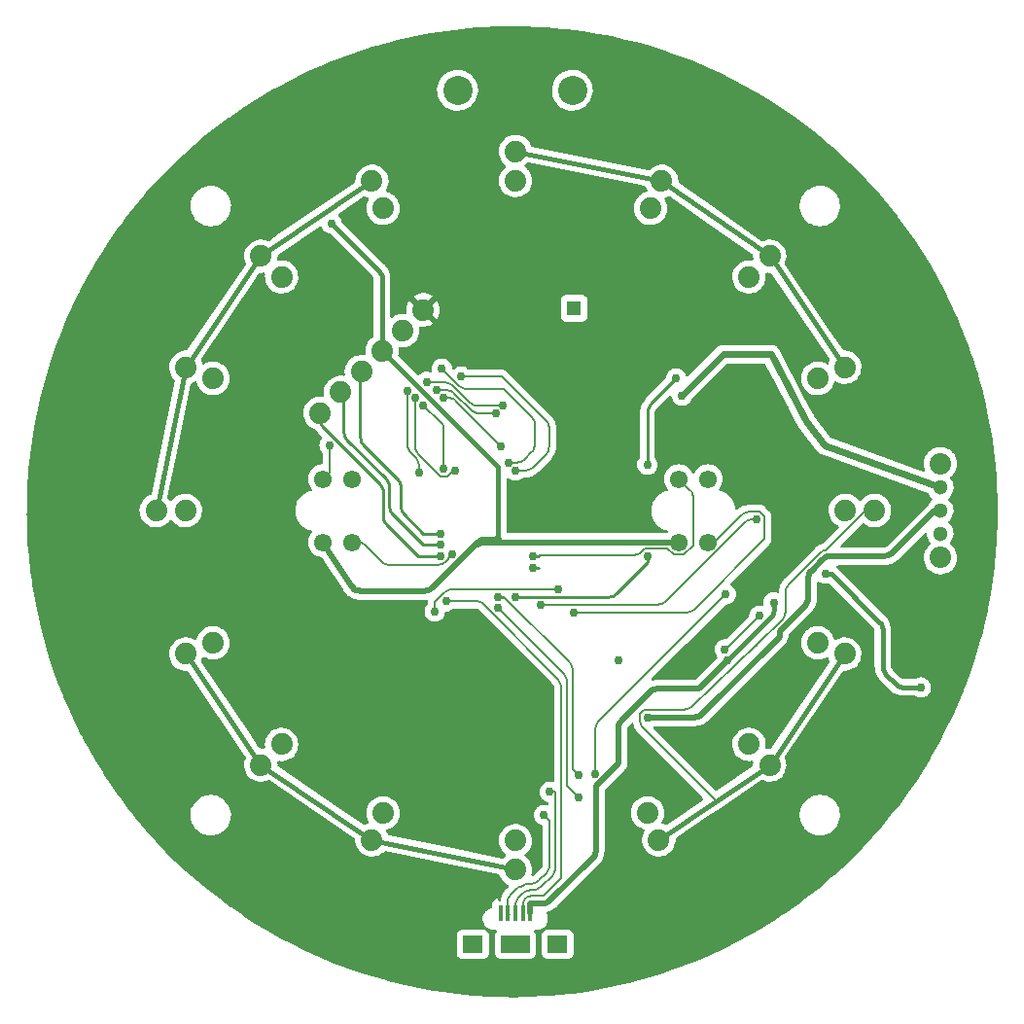
<source format=gbr>
%TF.GenerationSoftware,KiCad,Pcbnew,(6.0.4-0)*%
%TF.CreationDate,2022-11-18T01:13:12+01:00*%
%TF.ProjectId,iO_Atletehe_rev1,694f5f41-746c-4657-9465-68655f726576,rev?*%
%TF.SameCoordinates,Original*%
%TF.FileFunction,Copper,L2,Bot*%
%TF.FilePolarity,Positive*%
%FSLAX46Y46*%
G04 Gerber Fmt 4.6, Leading zero omitted, Abs format (unit mm)*
G04 Created by KiCad (PCBNEW (6.0.4-0)) date 2022-11-18 01:13:12*
%MOMM*%
%LPD*%
G01*
G04 APERTURE LIST*
%TA.AperFunction,ComponentPad*%
%ADD10C,1.879600*%
%TD*%
%TA.AperFunction,ComponentPad*%
%ADD11C,1.550000*%
%TD*%
%TA.AperFunction,ComponentPad*%
%ADD12R,1.308000X1.308000*%
%TD*%
%TA.AperFunction,SMDPad,CuDef*%
%ADD13R,0.400000X1.450000*%
%TD*%
%TA.AperFunction,SMDPad,CuDef*%
%ADD14R,1.800000X1.500000*%
%TD*%
%TA.AperFunction,SMDPad,CuDef*%
%ADD15R,2.500000X1.500000*%
%TD*%
%TA.AperFunction,ComponentPad*%
%ADD16C,2.540000*%
%TD*%
%TA.AperFunction,ComponentPad*%
%ADD17C,1.300000*%
%TD*%
%TA.AperFunction,ComponentPad*%
%ADD18C,1.875000*%
%TD*%
%TA.AperFunction,ViaPad*%
%ADD19C,0.756400*%
%TD*%
%TA.AperFunction,Conductor*%
%ADD20C,0.609600*%
%TD*%
%TA.AperFunction,Conductor*%
%ADD21C,0.304800*%
%TD*%
%TA.AperFunction,Conductor*%
%ADD22C,0.203200*%
%TD*%
%TA.AperFunction,Conductor*%
%ADD23C,0.254000*%
%TD*%
%TA.AperFunction,Conductor*%
%ADD24C,0.406400*%
%TD*%
%TA.AperFunction,Conductor*%
%ADD25C,0.508000*%
%TD*%
G04 APERTURE END LIST*
D10*
%TO.P,J2,1*%
%TO.N,RESET_CAP*%
X131501100Y-96503600D03*
%TO.P,J2,2*%
%TO.N,RXD*%
X133297151Y-94707549D03*
%TO.P,J2,3*%
%TO.N,TXD*%
X135093202Y-92911498D03*
%TO.P,J2,4*%
%TO.N,5V*%
X136889254Y-91115446D03*
%TO.P,J2,5*%
%TO.N,N/C*%
X138685305Y-89319395D03*
%TO.P,J2,6*%
%TO.N,GND*%
X140481356Y-87523344D03*
%TD*%
%TO.P,D6,A*%
%TO.N,N$21*%
X177231100Y-105003600D03*
%TO.P,D6,K*%
%TO.N,N$35*%
X179771100Y-105003600D03*
%TD*%
%TO.P,D8,A*%
%TO.N,N$23*%
X168853074Y-125355574D03*
%TO.P,D8,K*%
%TO.N,N$35*%
X170649126Y-127151626D03*
%TD*%
%TO.P,D11,A*%
%TO.N,N$26*%
X136987108Y-131330273D03*
%TO.P,D11,K*%
%TO.N,N$36*%
X136015092Y-133676927D03*
%TD*%
%TO.P,D12,A*%
%TO.N,N$29*%
X128149126Y-125355574D03*
%TO.P,D12,K*%
%TO.N,N$36*%
X126353074Y-127151626D03*
%TD*%
%TO.P,D16,A*%
%TO.N,N$31*%
X128149126Y-84651626D03*
%TO.P,D16,K*%
%TO.N,N$37*%
X126353074Y-82855574D03*
%TD*%
%TO.P,D7,A*%
%TO.N,N$22*%
X174827773Y-116517592D03*
%TO.P,D7,K*%
%TO.N,N$35*%
X177174427Y-117489608D03*
%TD*%
%TO.P,D13,A*%
%TO.N,N$28*%
X122174427Y-116517592D03*
%TO.P,D13,K*%
%TO.N,N$36*%
X119827773Y-117489608D03*
%TD*%
%TO.P,D17,A*%
%TO.N,N$32*%
X136987108Y-78676927D03*
%TO.P,D17,K*%
%TO.N,N$37*%
X136015092Y-76330273D03*
%TD*%
%TO.P,D14,A*%
%TO.N,N$27*%
X119771100Y-105003600D03*
%TO.P,D14,K*%
%TO.N,N$37*%
X117231100Y-105003600D03*
%TD*%
%TO.P,D15,A*%
%TO.N,N$30*%
X122174427Y-93489608D03*
%TO.P,D15,K*%
%TO.N,N$37*%
X119827773Y-92517592D03*
%TD*%
D11*
%TO.P,IC4,1*%
%TO.N,5V*%
X162731100Y-107753600D03*
%TO.P,IC4,2*%
%TO.N,A1*%
X165271100Y-107753600D03*
%TO.P,IC4,3*%
%TO.N,N$15*%
X165271100Y-102253600D03*
%TO.P,IC4,4*%
%TO.N,D4*%
X162731100Y-102253600D03*
%TD*%
D10*
%TO.P,D3,A*%
%TO.N,N$18*%
X160265092Y-78676927D03*
%TO.P,D3,K*%
%TO.N,N$34*%
X161237108Y-76330273D03*
%TD*%
%TO.P,D10,A*%
%TO.N,N$25*%
X148501100Y-133733600D03*
%TO.P,D10,K*%
%TO.N,N$36*%
X148501100Y-136273600D03*
%TD*%
%TO.P,D4,A*%
%TO.N,N$19*%
X168853074Y-84651626D03*
%TO.P,D4,K*%
%TO.N,N$34*%
X170649126Y-82855574D03*
%TD*%
%TO.P,D9,A*%
%TO.N,N$24*%
X160015092Y-131330273D03*
%TO.P,D9,K*%
%TO.N,N$35*%
X160987108Y-133676927D03*
%TD*%
D12*
%TO.P,U$2,GND2*%
%TO.N,N/C*%
X153626100Y-87378600D03*
%TD*%
D11*
%TO.P,IC3,1*%
%TO.N,5V*%
X131731100Y-107753600D03*
%TO.P,IC3,2*%
%TO.N,A2*%
X134271100Y-107753600D03*
%TO.P,IC3,3*%
%TO.N,N$17*%
X134271100Y-102253600D03*
%TO.P,IC3,4*%
%TO.N,D5*%
X131731100Y-102253600D03*
%TD*%
D10*
%TO.P,D5,A*%
%TO.N,N$20*%
X174827773Y-93489608D03*
%TO.P,D5,K*%
%TO.N,N$34*%
X177174427Y-92517592D03*
%TD*%
%TO.P,D2,A*%
%TO.N,N$16*%
X148501100Y-76273600D03*
%TO.P,D2,K*%
%TO.N,N$34*%
X148501100Y-73733600D03*
%TD*%
D13*
%TO.P,J1,D+*%
%TO.N,TXD*%
X148501100Y-140028600D03*
%TO.P,J1,D-*%
%TO.N,RESET_CAP*%
X149151100Y-140028600D03*
%TO.P,J1,GND*%
%TO.N,GND*%
X147201100Y-140028600D03*
%TO.P,J1,ID*%
%TO.N,RXD*%
X147851100Y-140028600D03*
D14*
%TO.P,J1,SHIELD1*%
%TO.N,N/C*%
X152186100Y-142753600D03*
%TO.P,J1,SHIELD2*%
X144816100Y-142753600D03*
D15*
%TO.P,J1,SHIELD3*%
X148501100Y-142753600D03*
D13*
%TO.P,J1,VBUS*%
%TO.N,VIN*%
X149801100Y-140028600D03*
%TD*%
D16*
%TO.P,BT2,+*%
%TO.N,V_BATT*%
X153471100Y-68403600D03*
%TO.P,BT2,-*%
%TO.N,GND-ISO*%
X143471100Y-68403600D03*
%TD*%
D17*
%TO.P,S1,1*%
%TO.N,V_BATT*%
X185501100Y-103003600D03*
%TO.P,S1,2*%
%TO.N,N$14*%
X185501100Y-105003600D03*
%TO.P,S1,3*%
%TO.N,N/C*%
X185501100Y-107003600D03*
D18*
%TO.P,S1,MH1*%
X185501100Y-100903600D03*
%TO.P,S1,MH2*%
X185501100Y-109103600D03*
%TD*%
D19*
%TO.N,GND*%
X112501100Y-97003600D03*
X113001100Y-115003600D03*
X163001100Y-71003600D03*
X140505100Y-119044800D03*
X140501100Y-123003600D03*
X137501100Y-69503600D03*
X182001100Y-88503600D03*
X138501100Y-140503600D03*
X157501100Y-118003600D03*
X127001100Y-74503600D03*
X129001100Y-136503600D03*
X117001100Y-124003600D03*
X178001100Y-83003600D03*
X185001100Y-113003600D03*
X116501100Y-87003600D03*
X163001100Y-138503600D03*
X169001100Y-74503600D03*
X169501100Y-135503600D03*
%TO.N,D10*%
X141660800Y-94508400D03*
X143261000Y-101531500D03*
X139793900Y-95219600D03*
X146817000Y-96553100D03*
%TO.N,D11*%
X147261500Y-99397900D03*
X142283100Y-101353700D03*
X140505100Y-95841900D03*
X142283100Y-95219600D03*
%TO.N,D13*%
X140771800Y-93797200D03*
X139082700Y-94597300D03*
X147439300Y-95841900D03*
X140149500Y-101709300D03*
%TO.N,A1*%
X141483000Y-113799700D03*
X152239900Y-111843900D03*
X153573400Y-113888600D03*
%TO.N,A2*%
X142994300Y-108821300D03*
%TO.N,D3*%
X150728600Y-113177400D03*
X150001100Y-110003600D03*
X169486500Y-105798700D03*
%TO.N,D4*%
X150001100Y-109003600D03*
%TO.N,D6*%
X142105300Y-92641500D03*
X147883800Y-100820300D03*
%TO.N,D5*%
X143794400Y-93352700D03*
X132326300Y-99309000D03*
X148506100Y-101531500D03*
%TO.N,TXD*%
X151501100Y-129503600D03*
X154001100Y-128003600D03*
X147001100Y-112503600D03*
X142001100Y-107003600D03*
%TO.N,RXD*%
X154001100Y-130003600D03*
X142001100Y-108003600D03*
X147001100Y-113503600D03*
X151001100Y-131503600D03*
%TO.N,D2*%
X148501100Y-112503600D03*
X160001100Y-101003600D03*
X162501100Y-93503600D03*
X160001100Y-109003600D03*
%TO.N,RESET_CAP*%
X142501100Y-112903600D03*
X142001100Y-109003600D03*
%TO.N,5V*%
X132501100Y-80003600D03*
X147001100Y-107503600D03*
%TO.N,VIN*%
X167001100Y-118003600D03*
X171001100Y-113003600D03*
X175501100Y-110503600D03*
X183807725Y-120398960D03*
%TO.N,N$7*%
X166819500Y-112288400D03*
X155440300Y-127934800D03*
%TO.N,N$6*%
X169753200Y-114155300D03*
X166730600Y-117089000D03*
%TO.N,V_BATT*%
X163001100Y-95003600D03*
%TO.N,N$14*%
X160001100Y-123003600D03*
%TD*%
D20*
%TO.N,V_BATT*%
X185501100Y-103003600D02*
X175412400Y-99314000D01*
X173126400Y-95910400D02*
X172872400Y-95453200D01*
X175412400Y-99314000D02*
X173786800Y-97180400D01*
X173786800Y-97180400D02*
X173126400Y-95910400D01*
X172872400Y-95453200D02*
X170752399Y-91389200D01*
X170752399Y-91389200D02*
X166615500Y-91389200D01*
X166615500Y-91389200D02*
X163001100Y-95003600D01*
D21*
%TO.N,GND*%
X140505100Y-122956400D02*
X140501100Y-123003600D01*
X140505100Y-119044800D02*
X140505100Y-122956400D01*
D22*
%TO.N,D10*%
X145364312Y-96553100D02*
X145364311Y-96553100D01*
X143198293Y-94801294D02*
X143046757Y-94676931D01*
X146817000Y-96553100D02*
X145364312Y-96553100D01*
X142549800Y-102064900D02*
X143083200Y-101531500D01*
X139793900Y-99428189D02*
X139813115Y-99623279D01*
X139870021Y-99810871D02*
X140086793Y-100135294D01*
X144657206Y-96260207D02*
X143198293Y-94801294D01*
X145169221Y-96533885D02*
X144981629Y-96476979D01*
X144981629Y-96476979D02*
X144657206Y-96260207D01*
X139793900Y-99428188D02*
X139793900Y-99428189D01*
X143046757Y-94676931D02*
X142873870Y-94584521D01*
X139793900Y-95219600D02*
X139793900Y-99428188D01*
X143198293Y-94801294D02*
X143198293Y-94801294D01*
X142873870Y-94584521D02*
X142491187Y-94508400D01*
X142016400Y-102064900D02*
X142549800Y-102064900D01*
X143083200Y-101531500D02*
X143261000Y-101531500D01*
X145364311Y-96553100D02*
X145169221Y-96533885D01*
X139813115Y-99623279D02*
X139870021Y-99810871D01*
X140086793Y-100135294D02*
X142016400Y-102064900D01*
X142491187Y-94508400D02*
X141660800Y-94508400D01*
%TO.N,D11*%
X140505100Y-95841900D02*
X141990206Y-97327007D01*
X141990206Y-97327007D02*
X142114569Y-97478543D01*
X141990206Y-97327007D02*
X141990206Y-97327007D01*
X143051670Y-95295721D02*
X142668987Y-95219600D01*
X142283100Y-98034113D02*
X142283100Y-101353700D01*
X142668987Y-95219600D02*
X142283100Y-95219600D01*
X142114569Y-97478543D02*
X142206979Y-97651430D01*
X143376093Y-95512494D02*
X143224557Y-95388131D01*
X143224557Y-95388131D02*
X143051670Y-95295721D01*
X143376093Y-95512494D02*
X143376093Y-95512494D01*
X147261500Y-99397900D02*
X143376093Y-95512494D01*
X142206979Y-97651430D02*
X142283100Y-98034113D01*
%TO.N,D13*%
X147439300Y-95841900D02*
X145186512Y-95841900D01*
X139856606Y-100438507D02*
X139856606Y-100438507D01*
X142696070Y-93873321D02*
X142313387Y-93797200D01*
X140073379Y-100762930D02*
X140149500Y-101145613D01*
X139980969Y-100590043D02*
X140073379Y-100762930D01*
X139856606Y-100438507D02*
X139980969Y-100590043D01*
X139082700Y-99250389D02*
X139101915Y-99445479D01*
X142868957Y-93965731D02*
X142696070Y-93873321D01*
X142313387Y-93797200D02*
X140771800Y-93797200D01*
X139101915Y-99445479D02*
X139158821Y-99633071D01*
X139082700Y-94597300D02*
X139082700Y-99250388D01*
X145186512Y-95841900D02*
X145186511Y-95841900D01*
X144991421Y-95822685D02*
X144803829Y-95765779D01*
X139082700Y-99250388D02*
X139082700Y-99250389D01*
X143020493Y-94090094D02*
X143020493Y-94090094D01*
X139158821Y-99633071D02*
X139375593Y-99957494D01*
X143020493Y-94090094D02*
X142868957Y-93965731D01*
X144479406Y-95549007D02*
X143020493Y-94090094D01*
X144803829Y-95765779D02*
X144479406Y-95549007D01*
X145186511Y-95841900D02*
X144991421Y-95822685D01*
X139375593Y-99957494D02*
X139856606Y-100438507D01*
X140149500Y-101145613D02*
X140149500Y-101709300D01*
%TO.N,A1*%
X142670229Y-111920021D02*
X142345806Y-112136794D01*
X143052912Y-111843900D02*
X143052912Y-111843900D01*
X165308200Y-107665600D02*
X165271100Y-107753600D01*
X170197700Y-105532000D02*
X170197700Y-107487800D01*
X168540129Y-105163621D02*
X168922812Y-105087500D01*
X168367242Y-105256031D02*
X168540129Y-105163621D01*
X152239900Y-111843900D02*
X143052912Y-111843900D01*
X168215706Y-105380394D02*
X168215706Y-105380394D01*
X143052912Y-111843900D02*
X142857822Y-111863115D01*
X168922812Y-105087500D02*
X169753200Y-105087500D01*
X165308200Y-107665600D02*
X165930500Y-107665600D01*
X164089793Y-113595707D02*
X163938256Y-113720070D01*
X165930500Y-107665600D02*
X168215706Y-105380394D01*
X169753200Y-105087500D02*
X170197700Y-105532000D01*
X164089793Y-113595707D02*
X164089793Y-113595707D01*
X163765370Y-113812480D02*
X163382687Y-113888600D01*
X141483000Y-112999600D02*
X141483000Y-113799700D01*
X142345806Y-112136794D02*
X141483000Y-112999600D01*
X163382687Y-113888600D02*
X153573400Y-113888600D01*
X168215706Y-105380394D02*
X168367242Y-105256031D01*
X170197700Y-107487800D02*
X164089793Y-113595707D01*
X142857822Y-111863115D02*
X142670229Y-111920021D01*
X163938256Y-113720070D02*
X163765370Y-113812480D01*
%TO.N,A2*%
X142162670Y-109634179D02*
X142487093Y-109417407D01*
X134951977Y-107773715D02*
X135139570Y-107830621D01*
X134756886Y-107754500D02*
X134951977Y-107773715D01*
X141779987Y-109710300D02*
X141779987Y-109710300D01*
X134756887Y-107754500D02*
X134756886Y-107754500D01*
X137541112Y-109710300D02*
X141779987Y-109710300D01*
X136834006Y-109417408D02*
X136985543Y-109541770D01*
X135463993Y-108047394D02*
X136834006Y-109417407D01*
X135139570Y-107830621D02*
X135463993Y-108047394D01*
X141779987Y-109710300D02*
X141975077Y-109691085D01*
X134282100Y-107754500D02*
X134756887Y-107754500D01*
X141975077Y-109691085D02*
X142162670Y-109634179D01*
X136834006Y-109417407D02*
X136834006Y-109417408D01*
X142638700Y-109265800D02*
X142638700Y-109176900D01*
X142487093Y-109417407D02*
X142638700Y-109265800D01*
X136985543Y-109541770D02*
X137158429Y-109634180D01*
X134282100Y-107754500D02*
X134271100Y-107753600D01*
X142638700Y-109176900D02*
X142994300Y-108821300D01*
X137158429Y-109634180D02*
X137541112Y-109710300D01*
%TO.N,D3*%
X161276170Y-113101279D02*
X161600593Y-112884507D01*
X168545042Y-105967231D02*
X168717929Y-105874821D01*
X168393506Y-106091594D02*
X168393506Y-106091594D01*
X161600593Y-112884507D02*
X168393506Y-106091594D01*
X168717929Y-105874821D02*
X169100612Y-105798700D01*
X150728600Y-113177400D02*
X160893487Y-113177400D01*
X169100612Y-105798700D02*
X169486500Y-105798700D01*
X161088577Y-113158185D02*
X161276170Y-113101279D01*
X160893487Y-113177400D02*
X160893487Y-113177400D01*
X168393506Y-106091594D02*
X168545042Y-105967231D01*
D23*
X150001100Y-110003600D02*
X150501100Y-110003600D01*
D22*
X160893487Y-113177400D02*
X161088577Y-113158185D01*
%TO.N,D4*%
X150550800Y-108910200D02*
X150501100Y-109003600D01*
X163974700Y-103901513D02*
X163974700Y-108021200D01*
X159466993Y-108617307D02*
X159315456Y-108741670D01*
X162819000Y-102331600D02*
X163681806Y-103194407D01*
X163681806Y-103194407D02*
X163806169Y-103345943D01*
X159796400Y-108287900D02*
X159466993Y-108617307D01*
X163806169Y-103345943D02*
X163898579Y-103518830D01*
X162285600Y-108821300D02*
X161752200Y-108287900D01*
X158759887Y-108910200D02*
X150550800Y-108910200D01*
X159466993Y-108617307D02*
X159466993Y-108617307D01*
X163174600Y-108821300D02*
X162285600Y-108821300D01*
X163681806Y-103194407D02*
X163681806Y-103194407D01*
D23*
X150001100Y-109003600D02*
X150501100Y-109003600D01*
D22*
X159142570Y-108834080D02*
X158759887Y-108910200D01*
X162819000Y-102331600D02*
X162731100Y-102253600D01*
X161752200Y-108287900D02*
X159796400Y-108287900D01*
X163898579Y-103518830D02*
X163974700Y-103901513D01*
X163974700Y-108021200D02*
X163174600Y-108821300D01*
X159315456Y-108741670D02*
X159142570Y-108834080D01*
%TO.N,D6*%
X147528200Y-94419500D02*
X144297512Y-94419500D01*
X149902306Y-99957494D02*
X150026669Y-99805958D01*
X144297512Y-94419500D02*
X144297511Y-94419500D01*
X150175985Y-97305623D02*
X150119079Y-97118030D01*
X148820377Y-100801085D02*
X149007970Y-100744179D01*
X149332393Y-100527407D02*
X149902306Y-99957494D01*
X144102421Y-94400285D02*
X143914829Y-94343379D01*
X148625287Y-100820300D02*
X148820377Y-100801085D01*
X143914829Y-94343379D02*
X143590406Y-94126607D01*
X150119079Y-97118030D02*
X149902306Y-96793607D01*
X148625287Y-100820300D02*
X148625287Y-100820300D01*
X150195200Y-97500713D02*
X150195200Y-97500714D01*
X150026669Y-99805958D02*
X150119079Y-99633071D01*
X150195200Y-97500714D02*
X150175985Y-97305623D01*
X147883800Y-100820300D02*
X148625287Y-100820300D01*
X150119079Y-99633071D02*
X150195200Y-99250388D01*
X149007970Y-100744179D02*
X149332393Y-100527407D01*
X144297511Y-94419500D02*
X144102421Y-94400285D01*
X150195200Y-99250388D02*
X150195200Y-97500713D01*
X149902306Y-99957494D02*
X149902306Y-99957494D01*
X143590406Y-94126607D02*
X142105300Y-92641500D01*
X149902306Y-96793607D02*
X147528200Y-94419500D01*
%TO.N,D5*%
X147350400Y-93352700D02*
X151146906Y-97149207D01*
X151146906Y-97149207D02*
X151146906Y-97149207D01*
X151420585Y-99623278D02*
X151363679Y-99810871D01*
X151439800Y-97856313D02*
X151439800Y-99428188D01*
X151271269Y-97300743D02*
X151363679Y-97473630D01*
X151439800Y-99428188D02*
X151439800Y-99428188D01*
X131792900Y-102242700D02*
X132326300Y-101709300D01*
X151146906Y-100135294D02*
X150043593Y-101238607D01*
X131792900Y-102242700D02*
X131731100Y-102253600D01*
X150043593Y-101238607D02*
X150043593Y-101238607D01*
X149336487Y-101531500D02*
X148506100Y-101531500D01*
X151363679Y-99810871D02*
X151146906Y-100135294D01*
X149719170Y-101455380D02*
X149336487Y-101531500D01*
X151439800Y-99428188D02*
X151420585Y-99623278D01*
X150043593Y-101238607D02*
X149892056Y-101362970D01*
X151146906Y-97149207D02*
X151271269Y-97300743D01*
X132326300Y-101709300D02*
X132326300Y-99309000D01*
X151363679Y-97473630D02*
X151439800Y-97856313D01*
X143794400Y-93352700D02*
X147350400Y-93352700D01*
X149892056Y-101362970D02*
X149719170Y-101455380D01*
%TO.N,TXD*%
X152001100Y-136089388D02*
X152001100Y-136089388D01*
D23*
X138208206Y-102210707D02*
X138332569Y-102362243D01*
D22*
X153501100Y-118917813D02*
X153501100Y-127503600D01*
X150086887Y-138003600D02*
X150281977Y-137984385D01*
X149915312Y-138003600D02*
X150086887Y-138003600D01*
D23*
X138577221Y-104972071D02*
X138793993Y-105296494D01*
D22*
X148577221Y-139035130D02*
X148793993Y-138710707D01*
D23*
X138520315Y-104784479D02*
X138577221Y-104972071D01*
D22*
X149359742Y-138172131D02*
X149532629Y-138079721D01*
D23*
X135293993Y-99296494D02*
X138208206Y-102210707D01*
D22*
X149208206Y-138296494D02*
X149359742Y-138172131D01*
X153424979Y-118535130D02*
X153501100Y-118917813D01*
X148501100Y-139417813D02*
X148501100Y-139417813D01*
X147501100Y-112503600D02*
X153208206Y-118210707D01*
X148520315Y-139222723D02*
X148577221Y-139035130D01*
X153208206Y-118210707D02*
X153208206Y-118210707D01*
D23*
X147001100Y-112503600D02*
X147501100Y-112503600D01*
X135001100Y-98589389D02*
X135020315Y-98784479D01*
D22*
X152001100Y-129503600D02*
X152001100Y-136089388D01*
X151501100Y-129503600D02*
X152001100Y-129503600D01*
X151924979Y-136472071D02*
X151708206Y-136796494D01*
X152001100Y-136089388D02*
X151981885Y-136284478D01*
X150281977Y-137984385D02*
X150469570Y-137927479D01*
X153332569Y-118362243D02*
X153424979Y-118535130D01*
D23*
X135093200Y-92911500D02*
X135001100Y-93003600D01*
X135001100Y-93003600D02*
X135001100Y-98589388D01*
D22*
X149532629Y-138079721D02*
X149915312Y-138003600D01*
X153501100Y-127503600D02*
X154001100Y-128003600D01*
D23*
X138208206Y-102210707D02*
X138208206Y-102210707D01*
X135020315Y-98784479D02*
X135077221Y-98972071D01*
D22*
X153208206Y-118210707D02*
X153332569Y-118362243D01*
X148501100Y-140028600D02*
X148501100Y-139417813D01*
D23*
X138332569Y-102362243D02*
X138424979Y-102535130D01*
D22*
X148793993Y-138710707D02*
X149208206Y-138296494D01*
D23*
X140501100Y-107003600D02*
X142001100Y-107003600D01*
X135077221Y-98972071D02*
X135293993Y-99296494D01*
X138501100Y-104589388D02*
X138501100Y-104589389D01*
X135001100Y-98589388D02*
X135001100Y-98589389D01*
D22*
X148501100Y-139417813D02*
X148520315Y-139222723D01*
D23*
X138424979Y-102535130D02*
X138501100Y-102917813D01*
X138501100Y-104589389D02*
X138520315Y-104784479D01*
D22*
X151708206Y-136796494D02*
X150793993Y-137710707D01*
X150469570Y-137927479D02*
X150793993Y-137710707D01*
X151981885Y-136284478D02*
X151924979Y-136472071D01*
X149208206Y-138296494D02*
X149208206Y-138296494D01*
D23*
X138501100Y-102917813D02*
X138501100Y-104589388D01*
D22*
X150086887Y-138003600D02*
X150086887Y-138003600D01*
D23*
X138793993Y-105296494D02*
X140501100Y-107003600D01*
D22*
%TO.N,RXD*%
X150543993Y-137210707D02*
X150543993Y-137210707D01*
D23*
X133793992Y-98796494D02*
X133669630Y-98644957D01*
X137793993Y-105296494D02*
X137793992Y-105296494D01*
X133669630Y-98644957D02*
X133577220Y-98472071D01*
X137501100Y-102917814D02*
X137481885Y-102722723D01*
D22*
X147870315Y-138872723D02*
X147927221Y-138685130D01*
X151208206Y-136546494D02*
X150543993Y-137210707D01*
X151501100Y-135839388D02*
X151481885Y-136034478D01*
D23*
X140501100Y-108003600D02*
X137793993Y-105296494D01*
D22*
X148001100Y-140178600D02*
X147851100Y-140028600D01*
D23*
X137424979Y-102535130D02*
X137208206Y-102210707D01*
X137501100Y-104589388D02*
X137501100Y-102917813D01*
D22*
X151501100Y-135839388D02*
X151501100Y-135839388D01*
X149604653Y-137503600D02*
X149604653Y-137503600D01*
X149278012Y-137568573D02*
X149001100Y-137753600D01*
X152708206Y-119210707D02*
X147001100Y-113503600D01*
X153001100Y-119917814D02*
X152981885Y-119722723D01*
D23*
X133501100Y-98089388D02*
X133501100Y-94911500D01*
D22*
X147851100Y-139067813D02*
X147870315Y-138872723D01*
D23*
X137501100Y-102917813D02*
X137501100Y-102917814D01*
X137793992Y-105296494D02*
X137669630Y-105144957D01*
D22*
X153001100Y-129003600D02*
X153001100Y-119917813D01*
X148574321Y-137930379D02*
X148574321Y-137930379D01*
X149438133Y-137520001D02*
X149278012Y-137568573D01*
X153001100Y-119917813D02*
X153001100Y-119917814D01*
D23*
X133577220Y-98472071D02*
X133501100Y-98089388D01*
D22*
X150392456Y-137335070D02*
X150219570Y-137427480D01*
X148143993Y-138360707D02*
X148574321Y-137930379D01*
X152981885Y-119722723D02*
X152924979Y-119535130D01*
D23*
X142001100Y-108003600D02*
X140501100Y-108003600D01*
D22*
X152924979Y-119535130D02*
X152708206Y-119210707D01*
X151501100Y-132003600D02*
X151501100Y-135839388D01*
X149836887Y-137503600D02*
X149604653Y-137503600D01*
X147851100Y-140028600D02*
X147851100Y-139067813D01*
X147851100Y-139067813D02*
X147851100Y-139067813D01*
X151001100Y-131503600D02*
X151501100Y-132003600D01*
X150543993Y-137210707D02*
X150392456Y-137335070D01*
X151481885Y-136034478D02*
X151424979Y-136222071D01*
D23*
X133793993Y-98796494D02*
X133793992Y-98796494D01*
D22*
X147927221Y-138685130D02*
X148143993Y-138360707D01*
X154001100Y-130003600D02*
X153001100Y-129003600D01*
D23*
X137208206Y-102210707D02*
X133793993Y-98796494D01*
D22*
X149604653Y-137503600D02*
X149438133Y-137520001D01*
D23*
X133501100Y-94911500D02*
X133297150Y-94707550D01*
D22*
X148844888Y-137774167D02*
X149001100Y-137753600D01*
D23*
X137577220Y-104972071D02*
X137501100Y-104589388D01*
D22*
X148699321Y-137834462D02*
X148844888Y-137774167D01*
X151424979Y-136222071D02*
X151208206Y-136546494D01*
D23*
X137669630Y-105144957D02*
X137577220Y-104972071D01*
D22*
X150219570Y-137427480D02*
X149836887Y-137503600D01*
D23*
X137481885Y-102722723D02*
X137424979Y-102535130D01*
D22*
X148574321Y-137930379D02*
X148699321Y-137834462D01*
D23*
%TO.N,D2*%
X160077221Y-96035130D02*
X160293993Y-95710707D01*
X157293993Y-112210707D02*
X160001100Y-109503600D01*
X160001100Y-109503600D02*
X160001100Y-109003600D01*
X160001100Y-101003600D02*
X160001100Y-96417813D01*
X148501100Y-112503600D02*
X156586887Y-112503600D01*
X156969570Y-112427479D02*
X157293993Y-112210707D01*
X160001100Y-96417813D02*
X160020315Y-96222723D01*
X156586887Y-112503600D02*
X156586887Y-112503600D01*
X160020315Y-96222723D02*
X160077221Y-96035130D01*
X160293993Y-95710707D02*
X162501100Y-93503600D01*
X156781977Y-112484385D02*
X156969570Y-112427479D01*
X156586887Y-112503600D02*
X156781977Y-112484385D01*
X160001100Y-96417813D02*
X160001100Y-96417813D01*
%TO.N,RESET_CAP*%
X137001100Y-105589388D02*
X137001100Y-105589389D01*
X137001100Y-105589389D02*
X137020315Y-105784479D01*
D22*
X149151100Y-140028600D02*
X149151100Y-139353600D01*
D23*
X131669630Y-97644957D02*
X131577220Y-97472071D01*
D22*
X151001100Y-138503600D02*
X152501100Y-137003600D01*
X152501100Y-120413666D02*
X152501100Y-120413667D01*
X152501100Y-120413667D02*
X152482230Y-120220315D01*
X145794829Y-113201526D02*
X145642710Y-113075097D01*
X145642710Y-113075097D02*
X145468682Y-112981083D01*
D23*
X136924979Y-103035130D02*
X136708206Y-102710707D01*
X131501100Y-97089388D02*
X131501100Y-96503600D01*
X131577220Y-97472071D02*
X131501100Y-97089388D01*
D22*
X152213203Y-119711591D02*
X145794828Y-113201525D01*
X145794828Y-113201525D02*
X145794829Y-113201526D01*
X149235276Y-138984799D02*
X149336543Y-138823634D01*
X149471134Y-138689043D02*
X149632299Y-138587776D01*
D23*
X137020315Y-105784479D02*
X137077221Y-105972071D01*
D22*
X149172411Y-139164457D02*
X149235276Y-138984799D01*
X152501100Y-137003600D02*
X152501100Y-120413666D01*
X145082725Y-112903600D02*
X142501100Y-112903600D01*
D23*
X131793992Y-97796494D02*
X131669630Y-97644957D01*
X137001100Y-103417813D02*
X137001100Y-105589388D01*
X137001100Y-103417813D02*
X137001100Y-103417814D01*
X131793993Y-97796494D02*
X131793992Y-97796494D01*
D22*
X150001100Y-138503600D02*
X151001100Y-138503600D01*
D23*
X137001100Y-103417814D02*
X136981885Y-103222723D01*
D22*
X152426330Y-120034261D02*
X152213203Y-119711591D01*
X149632299Y-138587776D02*
X150001100Y-138503600D01*
X145468682Y-112981083D02*
X145082725Y-112903600D01*
X152482230Y-120220315D02*
X152426330Y-120034261D01*
X149151100Y-139353600D02*
X149151100Y-139353600D01*
D23*
X137293993Y-106296494D02*
X140001100Y-109003600D01*
X140001100Y-109003600D02*
X142001100Y-109003600D01*
X136981885Y-103222723D02*
X136924979Y-103035130D01*
X136708206Y-102710707D02*
X131793993Y-97796494D01*
X137077221Y-105972071D02*
X137293993Y-106296494D01*
D22*
X149151100Y-139353600D02*
X149172411Y-139164457D01*
X149336543Y-138823634D02*
X149471134Y-138689043D01*
D24*
%TO.N,5V*%
X147001100Y-101227294D02*
X136889253Y-91115447D01*
X136889253Y-91115447D02*
X136889253Y-84805966D01*
D25*
X145915312Y-107503600D02*
X145720222Y-107522815D01*
D24*
X136889253Y-84805967D02*
X136870038Y-84610876D01*
D25*
X134204234Y-111558300D02*
X134204234Y-111558301D01*
D24*
X136813132Y-84423283D02*
X136596359Y-84098860D01*
D25*
X145501100Y-107753600D02*
X145251100Y-108003600D01*
X141293993Y-111710707D02*
X145001100Y-108003600D01*
X140586887Y-112003600D02*
X140781977Y-111984385D01*
D24*
X136870038Y-84610876D02*
X136813132Y-84423283D01*
D25*
X140586887Y-112003600D02*
X140586887Y-112003600D01*
X134204234Y-111558301D02*
X134328586Y-111710115D01*
X134653214Y-111927319D02*
X134840989Y-111984345D01*
X140781977Y-111984385D02*
X140969570Y-111927479D01*
X145251100Y-108003600D02*
X145001100Y-108003600D01*
X145208206Y-107796494D02*
X145001100Y-108003600D01*
X134840989Y-111984345D02*
X135036284Y-112003600D01*
X145915312Y-107503600D02*
X145915312Y-107503600D01*
X145532629Y-107579721D02*
X145208206Y-107796494D01*
X147001100Y-107503600D02*
X145915312Y-107503600D01*
X135036284Y-112003600D02*
X140586887Y-112003600D01*
D24*
X136596359Y-84098860D02*
X132501100Y-80003600D01*
D25*
X145720222Y-107522815D02*
X145532629Y-107579721D01*
X132501100Y-109003600D02*
X134204234Y-111558300D01*
D24*
X136889253Y-84805966D02*
X136889253Y-84805967D01*
D25*
X134480193Y-111834721D02*
X134653214Y-111927319D01*
X140969570Y-111927479D02*
X141293993Y-111710707D01*
X145501100Y-107753600D02*
X162731100Y-107753600D01*
D24*
X147001100Y-101227294D02*
X147001100Y-107503600D01*
D25*
X134328586Y-111710115D02*
X134480193Y-111834721D01*
X131731100Y-107753600D02*
X132501100Y-109003600D01*
X145251100Y-107753600D02*
X145501100Y-107753600D01*
%TO.N,VIN*%
X151269570Y-139127479D02*
X151593993Y-138910707D01*
X151081977Y-139184385D02*
X151269570Y-139127479D01*
D24*
X176001100Y-110503600D02*
X180208206Y-114710707D01*
X180501100Y-118589389D02*
X180520315Y-118784479D01*
X182310671Y-120398960D02*
X183807725Y-120398960D01*
X180424979Y-115035130D02*
X180501100Y-115417813D01*
D25*
X160208206Y-120796494D02*
X160208206Y-120796494D01*
X155208206Y-135296494D02*
X155332569Y-135144958D01*
D24*
X180501100Y-118589388D02*
X180501100Y-118589389D01*
X170832569Y-114144958D02*
X170924979Y-113972071D01*
X171001100Y-113589388D02*
X171001100Y-113003600D01*
X170708206Y-114296494D02*
X170708206Y-114296494D01*
D25*
X155501100Y-129003600D02*
X157501100Y-127003600D01*
D24*
X180793993Y-119296494D02*
X181603565Y-120106066D01*
D25*
X157520315Y-123722723D02*
X157577221Y-123535130D01*
D24*
X180577221Y-118972071D02*
X180793993Y-119296494D01*
X180208206Y-114710707D02*
X180208206Y-114710707D01*
D25*
X157501100Y-127003600D02*
X157501100Y-123917813D01*
X150886887Y-139203600D02*
X151081977Y-139184385D01*
D24*
X180332569Y-114862243D02*
X180424979Y-115035130D01*
X170924979Y-113972071D02*
X171001100Y-113589388D01*
X180208206Y-114710707D02*
X180332569Y-114862243D01*
X167001100Y-118003600D02*
X170708206Y-114296494D01*
D25*
X151593993Y-138910707D02*
X155208206Y-135296494D01*
X157501100Y-123917813D02*
X157501100Y-123917813D01*
D24*
X180520315Y-118784479D02*
X180577221Y-118972071D01*
D25*
X160359742Y-120672131D02*
X160532629Y-120579721D01*
X160208206Y-120796494D02*
X160359742Y-120672131D01*
X150886887Y-139203600D02*
X150886887Y-139203600D01*
X155208206Y-135296494D02*
X155208206Y-135296494D01*
X149801100Y-140028600D02*
X149801100Y-139203600D01*
D24*
X170708206Y-114296494D02*
X170832569Y-114144958D01*
D25*
X157501100Y-123917813D02*
X157520315Y-123722723D01*
X157577221Y-123535130D02*
X157793993Y-123210707D01*
X149801100Y-139203600D02*
X150886887Y-139203600D01*
D24*
X175501100Y-110503600D02*
X176001100Y-110503600D01*
D25*
X164501100Y-120503600D02*
X167001100Y-118003600D01*
X160915312Y-120503600D02*
X164501100Y-120503600D01*
X155424979Y-134972071D02*
X155501100Y-134589388D01*
X157793993Y-123210707D02*
X160208206Y-120796494D01*
D24*
X181603565Y-120106066D02*
X181603565Y-120106066D01*
X181603565Y-120106066D02*
X181755102Y-120230429D01*
X180501100Y-115417813D02*
X180501100Y-118589388D01*
D25*
X160532629Y-120579721D02*
X160915312Y-120503600D01*
D24*
X181927988Y-120322839D02*
X182310671Y-120398960D01*
X181755102Y-120230429D02*
X181927988Y-120322839D01*
D25*
X155332569Y-135144958D02*
X155424979Y-134972071D01*
X155501100Y-134589388D02*
X155501100Y-129003600D01*
D22*
%TO.N,N$7*%
X155608830Y-123526244D02*
X155516420Y-123699130D01*
X155733193Y-123374707D02*
X155608830Y-123526244D01*
X155733193Y-123374707D02*
X155733193Y-123374707D01*
X155516420Y-123699130D02*
X155440300Y-124081813D01*
X166819500Y-112288400D02*
X155733193Y-123374707D01*
X155440300Y-124081813D02*
X155440300Y-127934800D01*
%TO.N,N$6*%
X166730600Y-117089000D02*
X166819500Y-117089000D01*
X166819500Y-117089000D02*
X169753200Y-114155300D01*
D25*
%TO.N,N$14*%
X173981885Y-112784478D02*
X173924979Y-112972071D01*
X180969570Y-108927480D02*
X180586887Y-109003600D01*
X185001100Y-105003600D02*
X181293993Y-108710707D01*
X175720222Y-109022815D02*
X175532629Y-109079721D01*
X180586887Y-109003600D02*
X175915312Y-109003600D01*
X171577221Y-115535130D02*
X171793993Y-115210707D01*
X175208206Y-109296494D02*
X174293993Y-110210707D01*
X174001100Y-112589388D02*
X173981885Y-112784478D01*
X174293993Y-110210707D02*
X174293993Y-110210707D01*
X171440440Y-116064260D02*
X171440440Y-116064260D01*
X171501100Y-115917813D02*
X171501100Y-115917813D01*
X185001100Y-105003600D02*
X185501100Y-105003600D01*
X171501100Y-115917813D02*
X171520315Y-115722723D01*
X174293993Y-110210707D02*
X174169630Y-110362244D01*
X174001100Y-110917813D02*
X174001100Y-112589388D01*
X164469570Y-122927479D02*
X164793993Y-122710707D01*
X160001100Y-123003600D02*
X164086887Y-123003600D01*
X164281977Y-122984385D02*
X164469570Y-122927479D01*
X175915312Y-109003600D02*
X175720222Y-109022815D01*
X174169630Y-110362244D02*
X174077220Y-110535130D01*
X164086887Y-123003600D02*
X164281977Y-122984385D01*
X173708206Y-113296494D02*
X171793993Y-115210707D01*
X181293993Y-108710707D02*
X181293993Y-108710707D01*
X174077220Y-110535130D02*
X174001100Y-110917813D01*
X164086887Y-123003600D02*
X164086887Y-123003600D01*
X175532629Y-109079721D02*
X175208206Y-109296494D01*
X171440440Y-116064260D02*
X171501100Y-115917813D01*
X174001100Y-112589388D02*
X174001100Y-112589388D01*
X181142456Y-108835070D02*
X180969570Y-108927480D01*
X175915312Y-109003600D02*
X175915312Y-109003600D01*
X164793993Y-122710707D02*
X171440440Y-116064260D01*
X181293993Y-108710707D02*
X181142456Y-108835070D01*
X173924979Y-112972071D02*
X173708206Y-113296494D01*
X171520315Y-115722723D02*
X171577221Y-115535130D01*
D24*
%TO.N,N$34*%
X148501100Y-73733600D02*
X161237106Y-76330275D01*
X170649125Y-82855575D02*
X177174425Y-92517594D01*
X161237106Y-76330275D02*
X170649125Y-82855575D01*
D22*
%TO.N,N$35*%
X159520430Y-123808957D02*
X159428020Y-123636071D01*
X165841600Y-130157300D02*
X159644793Y-123960494D01*
X163473419Y-122264078D02*
X163105803Y-122334100D01*
X159351900Y-122689700D02*
X159707500Y-122334100D01*
X175076415Y-108654285D02*
X175209765Y-108551963D01*
X163789553Y-122063816D02*
X163789553Y-122063816D01*
X159428020Y-123636071D02*
X159351900Y-123253388D01*
D24*
X170649125Y-127151629D02*
X165953431Y-130322891D01*
D22*
X169608700Y-116611200D02*
X163789553Y-122063816D01*
X172064600Y-112080313D02*
X172064600Y-112080313D01*
X169608700Y-116611200D02*
X171771706Y-114448194D01*
X159644792Y-123960494D02*
X159520430Y-123808957D01*
X171771706Y-114448194D02*
X171771706Y-114448194D01*
X172357493Y-111373207D02*
X175076415Y-108654285D01*
X169486500Y-116733400D02*
X169608700Y-116611200D01*
X175531700Y-108465700D02*
X178909900Y-105087500D01*
X172064600Y-112080313D02*
X172083815Y-111885223D01*
D24*
X165953431Y-130322891D02*
X160987106Y-133676929D01*
D22*
X172064600Y-113741088D02*
X172064600Y-112080313D01*
X159351900Y-123253388D02*
X159351900Y-122689700D01*
X171771706Y-114448194D02*
X171896069Y-114296658D01*
X175209765Y-108551963D02*
X175365054Y-108487640D01*
X159644793Y-123960494D02*
X159644792Y-123960494D01*
X179710000Y-105087500D02*
X179771100Y-105003600D01*
X175365054Y-108487640D02*
X175531700Y-108465700D01*
X172140721Y-111697630D02*
X172357493Y-111373207D01*
X163789553Y-122063816D02*
X163640937Y-122178867D01*
X175076415Y-108654285D02*
X175076415Y-108654285D01*
X163105803Y-122334100D02*
X159707500Y-122334100D01*
X172083815Y-111885223D02*
X172140721Y-111697630D01*
X178909900Y-105087500D02*
X179710000Y-105087500D01*
X171896069Y-114296658D02*
X171988479Y-114123771D01*
D24*
X177174425Y-117489610D02*
X170649125Y-127151629D01*
D22*
X171988479Y-114123771D02*
X172064600Y-113741088D01*
X163640937Y-122178867D02*
X163473419Y-122264078D01*
X165841600Y-130157300D02*
X165953431Y-130322891D01*
D24*
%TO.N,N$36*%
X126353071Y-127151629D02*
X136015090Y-133676929D01*
X136015090Y-133676929D02*
X148501100Y-136273600D01*
X119827771Y-117489610D02*
X126353071Y-127151629D01*
%TO.N,N$37*%
X117231100Y-105003600D02*
X119827771Y-92517594D01*
X126353071Y-82855575D02*
X136015090Y-76330275D01*
X119827771Y-92517594D02*
X126353071Y-82855575D01*
%TD*%
%TA.AperFunction,Conductor*%
%TO.N,GND*%
G36*
X148725630Y-62839085D02*
G01*
X149412891Y-62848082D01*
X149416578Y-62848184D01*
X150253748Y-62884004D01*
X150665963Y-62901641D01*
X150669695Y-62901856D01*
X151293311Y-62947105D01*
X151916939Y-62992354D01*
X151920639Y-62992678D01*
X152542637Y-63056407D01*
X153164623Y-63120134D01*
X153168336Y-63120570D01*
X153622284Y-63180736D01*
X154408014Y-63284877D01*
X154411668Y-63285417D01*
X155645958Y-63486433D01*
X155649622Y-63487087D01*
X155784696Y-63513220D01*
X156877363Y-63724624D01*
X156881022Y-63725389D01*
X158101124Y-63999232D01*
X158104759Y-64000104D01*
X158571600Y-64119534D01*
X159316279Y-64310043D01*
X159319838Y-64311009D01*
X160521631Y-64656753D01*
X160525207Y-64657840D01*
X161716208Y-65039082D01*
X161719715Y-65040263D01*
X161851925Y-65086951D01*
X162898821Y-65456649D01*
X162902327Y-65457945D01*
X164068635Y-65909156D01*
X164072101Y-65910557D01*
X165224459Y-66396147D01*
X165227882Y-66397650D01*
X166365307Y-66917204D01*
X166368684Y-66918807D01*
X167490235Y-67471894D01*
X167493563Y-67473597D01*
X168598200Y-68059707D01*
X168601476Y-68061508D01*
X169317042Y-68468832D01*
X169688230Y-68680125D01*
X169691450Y-68682021D01*
X170759397Y-69332621D01*
X170762542Y-69334602D01*
X171810710Y-70016593D01*
X171813813Y-70018677D01*
X172841313Y-70731478D01*
X172844352Y-70733655D01*
X173850181Y-71476571D01*
X173853155Y-71478836D01*
X174836565Y-72251316D01*
X174839470Y-72253669D01*
X175022366Y-72406323D01*
X175516836Y-72819031D01*
X175799484Y-73054943D01*
X175802308Y-73057371D01*
X176106148Y-73326660D01*
X176738171Y-73886810D01*
X176740932Y-73889331D01*
X177651761Y-74746153D01*
X177654446Y-74748755D01*
X178539455Y-75632221D01*
X178542061Y-75634901D01*
X179106631Y-76232961D01*
X179346300Y-76486846D01*
X179400457Y-76544216D01*
X179402973Y-76546961D01*
X180223637Y-77469674D01*
X180234059Y-77481392D01*
X180236496Y-77484217D01*
X181039478Y-78442870D01*
X181041781Y-78445704D01*
X181783003Y-79385939D01*
X181815985Y-79427777D01*
X181818256Y-79430747D01*
X182562971Y-80435337D01*
X182565152Y-80438373D01*
X183263359Y-81441092D01*
X183279720Y-81464589D01*
X183281801Y-81467675D01*
X183885674Y-82392249D01*
X183965613Y-82514642D01*
X183967599Y-82517783D01*
X184300981Y-83062881D01*
X184620069Y-83584607D01*
X184621972Y-83587825D01*
X185242477Y-84673483D01*
X185244284Y-84676755D01*
X185832329Y-85780381D01*
X185834038Y-85783706D01*
X185988156Y-86094856D01*
X186293394Y-86711102D01*
X186389089Y-86904302D01*
X186390691Y-86907663D01*
X186889131Y-87993844D01*
X186912230Y-88044181D01*
X186913728Y-88047576D01*
X187304969Y-88971525D01*
X187401356Y-89199150D01*
X187402762Y-89202614D01*
X187814457Y-90261284D01*
X187855985Y-90368074D01*
X187857283Y-90371563D01*
X188257211Y-91497798D01*
X188275736Y-91549967D01*
X188276929Y-91553490D01*
X188659675Y-92742041D01*
X188660249Y-92743823D01*
X188661338Y-92747385D01*
X188689874Y-92845927D01*
X189009175Y-93948563D01*
X189010161Y-93952168D01*
X189111006Y-94343513D01*
X189303139Y-95089118D01*
X189322200Y-95163088D01*
X189323076Y-95166711D01*
X189372389Y-95384640D01*
X189599060Y-96386384D01*
X189599831Y-96390042D01*
X189839509Y-97617359D01*
X189840171Y-97621038D01*
X190043331Y-98854912D01*
X190043884Y-98858610D01*
X190172535Y-99816425D01*
X190195915Y-99990484D01*
X190210357Y-100098009D01*
X190210799Y-100101717D01*
X190340094Y-101342286D01*
X190340422Y-101345437D01*
X190340753Y-101349142D01*
X190382118Y-101905774D01*
X190433430Y-102596268D01*
X190433651Y-102600000D01*
X190456991Y-103124070D01*
X190488430Y-103829984D01*
X190489287Y-103849231D01*
X190489397Y-103852947D01*
X190496029Y-104299936D01*
X190507951Y-105103542D01*
X190507957Y-105106840D01*
X190503624Y-105488784D01*
X190497312Y-106045219D01*
X190497114Y-106062641D01*
X190497034Y-106065903D01*
X190450507Y-107305248D01*
X190450113Y-107315739D01*
X190449918Y-107319466D01*
X190415394Y-107832486D01*
X190365950Y-108567191D01*
X190365643Y-108570917D01*
X190244707Y-109815506D01*
X190244291Y-109819221D01*
X190237063Y-109876035D01*
X190090860Y-111025288D01*
X190086475Y-111059754D01*
X190085951Y-111063435D01*
X189893882Y-112283006D01*
X189891409Y-112298706D01*
X189890777Y-112302366D01*
X189677407Y-113437018D01*
X189659662Y-113531383D01*
X189658917Y-113535042D01*
X189624274Y-113693264D01*
X189391467Y-114756558D01*
X189390614Y-114760198D01*
X189105671Y-115898811D01*
X189087022Y-115973330D01*
X189086065Y-115976924D01*
X188748782Y-117172836D01*
X188746628Y-117180475D01*
X188745560Y-117184057D01*
X188370577Y-118376979D01*
X188369404Y-118380528D01*
X187959176Y-119561860D01*
X187957897Y-119565373D01*
X187755220Y-120097526D01*
X187566962Y-120591820D01*
X187512827Y-120733957D01*
X187511452Y-120737414D01*
X187102710Y-121721775D01*
X187031884Y-121892343D01*
X187030399Y-121895774D01*
X186516794Y-123035932D01*
X186515208Y-123039317D01*
X185968020Y-124163708D01*
X185966335Y-124167045D01*
X185386004Y-125274761D01*
X185384220Y-125278046D01*
X184771296Y-126368035D01*
X184769415Y-126371266D01*
X184556650Y-126724668D01*
X184132277Y-127429549D01*
X184124443Y-127442561D01*
X184122483Y-127445711D01*
X183881510Y-127820345D01*
X183445969Y-128497469D01*
X183443900Y-128500583D01*
X182736515Y-129531761D01*
X182734355Y-129534812D01*
X181996671Y-130544578D01*
X181994421Y-130547563D01*
X181227143Y-131534951D01*
X181224806Y-131537869D01*
X180428538Y-132502105D01*
X180426116Y-132504951D01*
X180316570Y-132629864D01*
X179601598Y-133445133D01*
X179599092Y-133447906D01*
X178747064Y-134363194D01*
X178744476Y-134365893D01*
X178685679Y-134425413D01*
X177913043Y-135207547D01*
X177865657Y-135255515D01*
X177862997Y-135258129D01*
X177576224Y-135531697D01*
X176958166Y-136121295D01*
X176955423Y-136123835D01*
X176713546Y-136341240D01*
X176300506Y-136712491D01*
X176025384Y-136959777D01*
X176022574Y-136962228D01*
X175083690Y-137757053D01*
X175068155Y-137770204D01*
X175065274Y-137772571D01*
X174880589Y-137919739D01*
X174087293Y-138551886D01*
X174084335Y-138554172D01*
X173749494Y-138805121D01*
X173143981Y-139258928D01*
X173083701Y-139304105D01*
X173080685Y-139306297D01*
X172892888Y-139438528D01*
X172058163Y-140026271D01*
X172055074Y-140028377D01*
X171699101Y-140263544D01*
X171011704Y-140717660D01*
X171008609Y-140719640D01*
X170427476Y-141079256D01*
X169945216Y-141377687D01*
X169942008Y-141379607D01*
X168859599Y-142005796D01*
X168856336Y-142007620D01*
X167755805Y-142601435D01*
X167752489Y-142603161D01*
X166634841Y-143164058D01*
X166631475Y-143165685D01*
X165497704Y-143693167D01*
X165494292Y-143694694D01*
X164345280Y-144188349D01*
X164341865Y-144189755D01*
X163864837Y-144378143D01*
X163178802Y-144649070D01*
X163175305Y-144650392D01*
X161999092Y-145075015D01*
X161995565Y-145076230D01*
X161562654Y-145218145D01*
X160807256Y-145465777D01*
X160803686Y-145466888D01*
X159604412Y-145820991D01*
X159600812Y-145821997D01*
X158932735Y-145997887D01*
X158391489Y-146140385D01*
X158387888Y-146141277D01*
X157940606Y-146244951D01*
X157169675Y-146423643D01*
X157166021Y-146424433D01*
X155939970Y-146670535D01*
X155936294Y-146671216D01*
X154703505Y-146880834D01*
X154699815Y-146881405D01*
X153461319Y-147054363D01*
X153457619Y-147054823D01*
X152214531Y-147190963D01*
X152210865Y-147191310D01*
X151716580Y-147230645D01*
X150964265Y-147290514D01*
X150960535Y-147290755D01*
X149711612Y-147352930D01*
X149707876Y-147353061D01*
X149040255Y-147366463D01*
X148457584Y-147378160D01*
X148453863Y-147378179D01*
X147531923Y-147369328D01*
X147203444Y-147366175D01*
X147199707Y-147366084D01*
X147082404Y-147361475D01*
X145950144Y-147316989D01*
X145946460Y-147316789D01*
X145257205Y-147269196D01*
X144698896Y-147230645D01*
X144695171Y-147230332D01*
X144230071Y-147184319D01*
X143450727Y-147107216D01*
X143447079Y-147106801D01*
X142206770Y-146946814D01*
X142203114Y-146946286D01*
X141389341Y-146816669D01*
X140968214Y-146749592D01*
X140964531Y-146748950D01*
X140046291Y-146574617D01*
X139735935Y-146515694D01*
X139732290Y-146514946D01*
X138511195Y-146245353D01*
X138507562Y-146244494D01*
X138280602Y-146187275D01*
X137294964Y-145938785D01*
X137291410Y-145937833D01*
X136088427Y-145596289D01*
X136084896Y-145595230D01*
X134892562Y-145218144D01*
X134889019Y-145216965D01*
X134482537Y-145075015D01*
X133708413Y-144804679D01*
X133704948Y-144803411D01*
X132537105Y-144356286D01*
X132533638Y-144354900D01*
X131379591Y-143873335D01*
X131376163Y-143871845D01*
X130822589Y-143621315D01*
X130668842Y-143551734D01*
X143407600Y-143551734D01*
X143414355Y-143613916D01*
X143465485Y-143750305D01*
X143552839Y-143866861D01*
X143669395Y-143954215D01*
X143805784Y-144005345D01*
X143867966Y-144012100D01*
X145764234Y-144012100D01*
X145826416Y-144005345D01*
X145962805Y-143954215D01*
X146079361Y-143866861D01*
X146166715Y-143750305D01*
X146217845Y-143613916D01*
X146224600Y-143551734D01*
X146224600Y-141955466D01*
X146217845Y-141893284D01*
X146166715Y-141756895D01*
X146079361Y-141640339D01*
X145962805Y-141552985D01*
X145826416Y-141501855D01*
X145764234Y-141495100D01*
X143867966Y-141495100D01*
X143805784Y-141501855D01*
X143669395Y-141552985D01*
X143552839Y-141640339D01*
X143465485Y-141756895D01*
X143414355Y-141893284D01*
X143407600Y-141955466D01*
X143407600Y-143551734D01*
X130668842Y-143551734D01*
X130236878Y-143356240D01*
X130233506Y-143354653D01*
X129110018Y-142805478D01*
X129106709Y-142803799D01*
X128000028Y-142221546D01*
X127996812Y-142219793D01*
X126907817Y-141604923D01*
X126904622Y-141603055D01*
X125834416Y-140956192D01*
X125831258Y-140954219D01*
X124780700Y-140275882D01*
X124777605Y-140273818D01*
X124762685Y-140263544D01*
X123747628Y-139564610D01*
X123744592Y-139562452D01*
X123731513Y-139552862D01*
X122736127Y-138823015D01*
X122733199Y-138820801D01*
X122053577Y-138290776D01*
X121747072Y-138051738D01*
X121744178Y-138049412D01*
X120781317Y-137251446D01*
X120778528Y-137249064D01*
X120698594Y-137178716D01*
X119839768Y-136422890D01*
X119836999Y-136420379D01*
X119278005Y-135898197D01*
X118923169Y-135566728D01*
X118920488Y-135564147D01*
X118883461Y-135527441D01*
X118472607Y-135120157D01*
X118032402Y-134683776D01*
X118029787Y-134681105D01*
X117168240Y-133774809D01*
X117165704Y-133772062D01*
X116331370Y-132840548D01*
X116328918Y-132837727D01*
X115522614Y-131881905D01*
X115520246Y-131879012D01*
X115429607Y-131764858D01*
X115320749Y-131627759D01*
X120224459Y-131627759D01*
X120232790Y-131688971D01*
X120259073Y-131882101D01*
X120259074Y-131882108D01*
X120259705Y-131886741D01*
X120261014Y-131891231D01*
X120261015Y-131891237D01*
X120287100Y-131980730D01*
X120332844Y-132137669D01*
X120334802Y-132141916D01*
X120334803Y-132141919D01*
X120354285Y-132184178D01*
X120442269Y-132375030D01*
X120458129Y-132399221D01*
X120583010Y-132589697D01*
X120583014Y-132589702D01*
X120585576Y-132593610D01*
X120651567Y-132667547D01*
X120745968Y-132773314D01*
X120759617Y-132788607D01*
X120960569Y-132955736D01*
X120964562Y-132958159D01*
X121180025Y-133088906D01*
X121180029Y-133088908D01*
X121184017Y-133091328D01*
X121188325Y-133093135D01*
X121188326Y-133093135D01*
X121420738Y-133190594D01*
X121420743Y-133190596D01*
X121425053Y-133192403D01*
X121429585Y-133193554D01*
X121429588Y-133193555D01*
X121484560Y-133207516D01*
X121678380Y-133256740D01*
X121895463Y-133278599D01*
X122050950Y-133278599D01*
X122053275Y-133278426D01*
X122053281Y-133278426D01*
X122240595Y-133264506D01*
X122240599Y-133264505D01*
X122245247Y-133264160D01*
X122432498Y-133221790D01*
X122495612Y-133207509D01*
X122495614Y-133207508D01*
X122500172Y-133206477D01*
X122743770Y-133111746D01*
X122970691Y-132982050D01*
X123175949Y-132820238D01*
X123312977Y-132674573D01*
X123351836Y-132633265D01*
X123351838Y-132633262D01*
X123355035Y-132629864D01*
X123440294Y-132506963D01*
X123501354Y-132418946D01*
X123501355Y-132418945D01*
X123504015Y-132415110D01*
X123507497Y-132408049D01*
X123617551Y-132184883D01*
X123617552Y-132184880D01*
X123619616Y-132180695D01*
X123699298Y-131931768D01*
X123741312Y-131673797D01*
X123743110Y-131536443D01*
X123744672Y-131417126D01*
X123744672Y-131417123D01*
X123744733Y-131412449D01*
X123710525Y-131161091D01*
X123710119Y-131158107D01*
X123710117Y-131158096D01*
X123709487Y-131153467D01*
X123707674Y-131147245D01*
X123637658Y-130907035D01*
X123636348Y-130902539D01*
X123634386Y-130898282D01*
X123543608Y-130701371D01*
X123526923Y-130665178D01*
X123473929Y-130584349D01*
X123386182Y-130450511D01*
X123386178Y-130450506D01*
X123383616Y-130446598D01*
X123233511Y-130278419D01*
X123212692Y-130255093D01*
X123212686Y-130255087D01*
X123209575Y-130251601D01*
X123008623Y-130084472D01*
X122965246Y-130058150D01*
X122789167Y-129951302D01*
X122789163Y-129951300D01*
X122785175Y-129948880D01*
X122780842Y-129947063D01*
X122548454Y-129849614D01*
X122548449Y-129849612D01*
X122544139Y-129847805D01*
X122539607Y-129846654D01*
X122539604Y-129846653D01*
X122413543Y-129814638D01*
X122290812Y-129783468D01*
X122073729Y-129761609D01*
X121918242Y-129761609D01*
X121915917Y-129761782D01*
X121915911Y-129761782D01*
X121728597Y-129775702D01*
X121728593Y-129775703D01*
X121723945Y-129776048D01*
X121536694Y-129818418D01*
X121473580Y-129832699D01*
X121473578Y-129832700D01*
X121469020Y-129833731D01*
X121225422Y-129928462D01*
X120998501Y-130058158D01*
X120793243Y-130219970D01*
X120738260Y-130278419D01*
X120617369Y-130406930D01*
X120614157Y-130410344D01*
X120611498Y-130414177D01*
X120493446Y-130584349D01*
X120465177Y-130625098D01*
X120463112Y-130629286D01*
X120463110Y-130629289D01*
X120351643Y-130855322D01*
X120349576Y-130859513D01*
X120269894Y-131108440D01*
X120227880Y-131366411D01*
X120227819Y-131371084D01*
X120225706Y-131532528D01*
X120224459Y-131627759D01*
X115320749Y-131627759D01*
X115245134Y-131532528D01*
X114742646Y-130899681D01*
X114740365Y-130896719D01*
X114019065Y-129930782D01*
X113992160Y-129894751D01*
X113989971Y-129891728D01*
X113271802Y-128867979D01*
X113269713Y-128864905D01*
X113253997Y-128841024D01*
X112707033Y-128009932D01*
X112582261Y-127820345D01*
X112580252Y-127817192D01*
X111924073Y-126752671D01*
X111922159Y-126749460D01*
X111297852Y-125665946D01*
X111296034Y-125662679D01*
X111000787Y-125113199D01*
X110704146Y-124561124D01*
X110702456Y-124557864D01*
X110398532Y-123949616D01*
X110143489Y-123439194D01*
X110141868Y-123435826D01*
X109616347Y-122301095D01*
X109614827Y-122297680D01*
X109230236Y-121398197D01*
X109123210Y-121147883D01*
X109121797Y-121144439D01*
X109107150Y-121107159D01*
X108664485Y-119980508D01*
X108663178Y-119977029D01*
X108640239Y-119913138D01*
X108240614Y-118800088D01*
X108239413Y-118796582D01*
X108237844Y-118791765D01*
X107877718Y-117686694D01*
X107851953Y-117607632D01*
X107850847Y-117604061D01*
X107807810Y-117457363D01*
X107498810Y-116404076D01*
X107497829Y-116400541D01*
X107256074Y-115475739D01*
X107181549Y-115190651D01*
X107180658Y-115187021D01*
X106900427Y-113968355D01*
X106899643Y-113964699D01*
X106655683Y-112738228D01*
X106655008Y-112734551D01*
X106447537Y-111501366D01*
X106446972Y-111497671D01*
X106404052Y-111186367D01*
X106276179Y-110258893D01*
X106275726Y-110255210D01*
X106273815Y-110237468D01*
X106152000Y-109106965D01*
X106141755Y-109011881D01*
X106141410Y-109008158D01*
X106044387Y-107761453D01*
X106044152Y-107757722D01*
X105984155Y-106508657D01*
X105984031Y-106504921D01*
X105966320Y-105538582D01*
X105961116Y-105254614D01*
X105961103Y-105250891D01*
X105962113Y-105161921D01*
X105964312Y-104968094D01*
X115778270Y-104968094D01*
X115778567Y-104973246D01*
X115778567Y-104973250D01*
X115784494Y-105076042D01*
X115791979Y-105205855D01*
X115793116Y-105210901D01*
X115793117Y-105210907D01*
X115819608Y-105328455D01*
X115844337Y-105438185D01*
X115846279Y-105442967D01*
X115846280Y-105442971D01*
X115916811Y-105616668D01*
X115933937Y-105658844D01*
X116058374Y-105861906D01*
X116214304Y-106041917D01*
X116397542Y-106194044D01*
X116401994Y-106196646D01*
X116401999Y-106196649D01*
X116579438Y-106300336D01*
X116603165Y-106314201D01*
X116825652Y-106399160D01*
X116830718Y-106400191D01*
X116830719Y-106400191D01*
X116885056Y-106411246D01*
X117059028Y-106446641D01*
X117193221Y-106451562D01*
X117291860Y-106455179D01*
X117291864Y-106455179D01*
X117297024Y-106455368D01*
X117302144Y-106454712D01*
X117302146Y-106454712D01*
X117528123Y-106425764D01*
X117528124Y-106425764D01*
X117533251Y-106425107D01*
X117616300Y-106400191D01*
X117756416Y-106358154D01*
X117756417Y-106358153D01*
X117761362Y-106356670D01*
X117975233Y-106251895D01*
X117979436Y-106248897D01*
X117979441Y-106248894D01*
X118164916Y-106116596D01*
X118164918Y-106116594D01*
X118169120Y-106113597D01*
X118337816Y-105945489D01*
X118396079Y-105864407D01*
X118452072Y-105820760D01*
X118522776Y-105814314D01*
X118585740Y-105847116D01*
X118597682Y-105860776D01*
X118598374Y-105861906D01*
X118754304Y-106041917D01*
X118937542Y-106194044D01*
X118941994Y-106196646D01*
X118941999Y-106196649D01*
X119119438Y-106300336D01*
X119143165Y-106314201D01*
X119365652Y-106399160D01*
X119370718Y-106400191D01*
X119370719Y-106400191D01*
X119425056Y-106411246D01*
X119599028Y-106446641D01*
X119733221Y-106451562D01*
X119831860Y-106455179D01*
X119831864Y-106455179D01*
X119837024Y-106455368D01*
X119842144Y-106454712D01*
X119842146Y-106454712D01*
X120068123Y-106425764D01*
X120068124Y-106425764D01*
X120073251Y-106425107D01*
X120156300Y-106400191D01*
X120296416Y-106358154D01*
X120296417Y-106358153D01*
X120301362Y-106356670D01*
X120515233Y-106251895D01*
X120519436Y-106248897D01*
X120519441Y-106248894D01*
X120704916Y-106116596D01*
X120704918Y-106116594D01*
X120709120Y-106113597D01*
X120877816Y-105945489D01*
X121016790Y-105752086D01*
X121062874Y-105658844D01*
X121120017Y-105543224D01*
X121120018Y-105543222D01*
X121122311Y-105538582D01*
X121191543Y-105310711D01*
X121195460Y-105280957D01*
X121222192Y-105077913D01*
X121222192Y-105077909D01*
X121222629Y-105074592D01*
X121222876Y-105064491D01*
X121224282Y-105006965D01*
X121224282Y-105006961D01*
X121224364Y-105003600D01*
X121204850Y-104766244D01*
X121146831Y-104535263D01*
X121083901Y-104390532D01*
X121053927Y-104321596D01*
X121053925Y-104321593D01*
X121051867Y-104316859D01*
X121034794Y-104290467D01*
X120972465Y-104194122D01*
X120922506Y-104116898D01*
X120911452Y-104104749D01*
X120871458Y-104060797D01*
X120762224Y-103940750D01*
X120758173Y-103937551D01*
X120758169Y-103937547D01*
X120579378Y-103796347D01*
X120579373Y-103796344D01*
X120575324Y-103793146D01*
X120570808Y-103790653D01*
X120570805Y-103790651D01*
X120371350Y-103680546D01*
X120371346Y-103680544D01*
X120366826Y-103678049D01*
X120361957Y-103676325D01*
X120361953Y-103676323D01*
X120147205Y-103600276D01*
X120147201Y-103600275D01*
X120142330Y-103598550D01*
X120137240Y-103597643D01*
X120137235Y-103597642D01*
X120009914Y-103574964D01*
X119907864Y-103556786D01*
X119818737Y-103555697D01*
X119674895Y-103553939D01*
X119674893Y-103553939D01*
X119669725Y-103553876D01*
X119434309Y-103589900D01*
X119207938Y-103663889D01*
X119203346Y-103666279D01*
X119203347Y-103666279D01*
X119017095Y-103763236D01*
X118996690Y-103773858D01*
X118992557Y-103776961D01*
X118992554Y-103776963D01*
X118818321Y-103907781D01*
X118806240Y-103916852D01*
X118641702Y-104089031D01*
X118619729Y-104121242D01*
X118606286Y-104140949D01*
X118551374Y-104185951D01*
X118480849Y-104194122D01*
X118417102Y-104162867D01*
X118396406Y-104138384D01*
X118385317Y-104121242D01*
X118385312Y-104121236D01*
X118382506Y-104116898D01*
X118374948Y-104108591D01*
X118230346Y-103949676D01*
X118199294Y-103885831D01*
X118200179Y-103839222D01*
X118856738Y-100682181D01*
X120252390Y-93971238D01*
X120285843Y-93908619D01*
X120339542Y-93876210D01*
X120358035Y-93870662D01*
X120393298Y-93853387D01*
X120481712Y-93810073D01*
X120571906Y-93765887D01*
X120576114Y-93762886D01*
X120580557Y-93760237D01*
X120581733Y-93762210D01*
X120639695Y-93742079D01*
X120708708Y-93758743D01*
X120757756Y-93810073D01*
X120768742Y-93840230D01*
X120787664Y-93924193D01*
X120789606Y-93928975D01*
X120789607Y-93928979D01*
X120856105Y-94092743D01*
X120877264Y-94144852D01*
X121001701Y-94347914D01*
X121157631Y-94527925D01*
X121340869Y-94680052D01*
X121345321Y-94682654D01*
X121345326Y-94682657D01*
X121443760Y-94740177D01*
X121546492Y-94800209D01*
X121768979Y-94885168D01*
X121774045Y-94886199D01*
X121774046Y-94886199D01*
X121828383Y-94897254D01*
X122002355Y-94932649D01*
X122136548Y-94937570D01*
X122235187Y-94941187D01*
X122235191Y-94941187D01*
X122240351Y-94941376D01*
X122245471Y-94940720D01*
X122245473Y-94940720D01*
X122471450Y-94911772D01*
X122471451Y-94911772D01*
X122476578Y-94911115D01*
X122559627Y-94886199D01*
X122699743Y-94844162D01*
X122699744Y-94844161D01*
X122704689Y-94842678D01*
X122918560Y-94737903D01*
X122922763Y-94734905D01*
X122922768Y-94734902D01*
X123108243Y-94602604D01*
X123108245Y-94602602D01*
X123112447Y-94599605D01*
X123281143Y-94431497D01*
X123420117Y-94238094D01*
X123436108Y-94205740D01*
X123523344Y-94029232D01*
X123523345Y-94029230D01*
X123525638Y-94024590D01*
X123594870Y-93796719D01*
X123595854Y-93789243D01*
X123625519Y-93563921D01*
X123625519Y-93563917D01*
X123625956Y-93560600D01*
X123627024Y-93516894D01*
X123627609Y-93492973D01*
X123627609Y-93492969D01*
X123627691Y-93489608D01*
X123608177Y-93252252D01*
X123550158Y-93021271D01*
X123471785Y-92841024D01*
X123457254Y-92807604D01*
X123457252Y-92807601D01*
X123455194Y-92802867D01*
X123443900Y-92785408D01*
X123349302Y-92639183D01*
X123325833Y-92602906D01*
X123165551Y-92426758D01*
X123161500Y-92423559D01*
X123161496Y-92423555D01*
X122982705Y-92282355D01*
X122982700Y-92282352D01*
X122978651Y-92279154D01*
X122974135Y-92276661D01*
X122974132Y-92276659D01*
X122774677Y-92166554D01*
X122774673Y-92166552D01*
X122770153Y-92164057D01*
X122765284Y-92162333D01*
X122765280Y-92162331D01*
X122550532Y-92086284D01*
X122550528Y-92086283D01*
X122545657Y-92084558D01*
X122540567Y-92083651D01*
X122540562Y-92083650D01*
X122413241Y-92060972D01*
X122311191Y-92042794D01*
X122222064Y-92041705D01*
X122078222Y-92039947D01*
X122078220Y-92039947D01*
X122073052Y-92039884D01*
X121837636Y-92075908D01*
X121611265Y-92149897D01*
X121606673Y-92152287D01*
X121606674Y-92152287D01*
X121414530Y-92252311D01*
X121344871Y-92266024D01*
X121278856Y-92239899D01*
X121237444Y-92182231D01*
X121234146Y-92171244D01*
X121204763Y-92054267D01*
X121204763Y-92054266D01*
X121203504Y-92049255D01*
X121201445Y-92044519D01*
X121201442Y-92044511D01*
X121152506Y-91931964D01*
X121143687Y-91861518D01*
X121163638Y-91811204D01*
X125907470Y-84787008D01*
X126196805Y-84358589D01*
X126251507Y-84313331D01*
X126305840Y-84303193D01*
X126413834Y-84307153D01*
X126413838Y-84307153D01*
X126418998Y-84307342D01*
X126424118Y-84306686D01*
X126424120Y-84306686D01*
X126575351Y-84287313D01*
X126645461Y-84298498D01*
X126698395Y-84345811D01*
X126717346Y-84414231D01*
X126716649Y-84425672D01*
X126696296Y-84616120D01*
X126696593Y-84621272D01*
X126696593Y-84621276D01*
X126705582Y-84777169D01*
X126710005Y-84853881D01*
X126711142Y-84858927D01*
X126711143Y-84858933D01*
X126744237Y-85005782D01*
X126762363Y-85086211D01*
X126764305Y-85090993D01*
X126764306Y-85090997D01*
X126850019Y-85302083D01*
X126851963Y-85306870D01*
X126976400Y-85509932D01*
X127132330Y-85689943D01*
X127315568Y-85842070D01*
X127320020Y-85844672D01*
X127320025Y-85844675D01*
X127440512Y-85915082D01*
X127521191Y-85962227D01*
X127743678Y-86047186D01*
X127748744Y-86048217D01*
X127748745Y-86048217D01*
X127803082Y-86059272D01*
X127977054Y-86094667D01*
X128111247Y-86099588D01*
X128209886Y-86103205D01*
X128209890Y-86103205D01*
X128215050Y-86103394D01*
X128220170Y-86102738D01*
X128220172Y-86102738D01*
X128446149Y-86073790D01*
X128446150Y-86073790D01*
X128451277Y-86073133D01*
X128534326Y-86048217D01*
X128674442Y-86006180D01*
X128674443Y-86006179D01*
X128679388Y-86004696D01*
X128893259Y-85899921D01*
X128897462Y-85896923D01*
X128897467Y-85896920D01*
X129082942Y-85764622D01*
X129082944Y-85764620D01*
X129087146Y-85761623D01*
X129255842Y-85593515D01*
X129394816Y-85400112D01*
X129440900Y-85306870D01*
X129498043Y-85191250D01*
X129498044Y-85191248D01*
X129500337Y-85186608D01*
X129569569Y-84958737D01*
X129584054Y-84848712D01*
X129600218Y-84725939D01*
X129600218Y-84725935D01*
X129600655Y-84722618D01*
X129602390Y-84651626D01*
X129582876Y-84414270D01*
X129524857Y-84183289D01*
X129448510Y-84007701D01*
X129431953Y-83969622D01*
X129431951Y-83969619D01*
X129429893Y-83964885D01*
X129412820Y-83938493D01*
X129303342Y-83769268D01*
X129300532Y-83764924D01*
X129282869Y-83745512D01*
X129249484Y-83708823D01*
X129140250Y-83588776D01*
X129136199Y-83585577D01*
X129136195Y-83585573D01*
X128957404Y-83444373D01*
X128957399Y-83444370D01*
X128953350Y-83441172D01*
X128948834Y-83438679D01*
X128948831Y-83438677D01*
X128749376Y-83328572D01*
X128749372Y-83328570D01*
X128744852Y-83326075D01*
X128739983Y-83324351D01*
X128739979Y-83324349D01*
X128525231Y-83248302D01*
X128525227Y-83248301D01*
X128520356Y-83246576D01*
X128515266Y-83245669D01*
X128515261Y-83245668D01*
X128372004Y-83220151D01*
X128285890Y-83204812D01*
X128196763Y-83203723D01*
X128052921Y-83201965D01*
X128052919Y-83201965D01*
X128047751Y-83201902D01*
X127928495Y-83220151D01*
X127858133Y-83210683D01*
X127804059Y-83164678D01*
X127783441Y-83096741D01*
X127784514Y-83079154D01*
X127786657Y-83062881D01*
X127804603Y-82926566D01*
X127806338Y-82855574D01*
X127802824Y-82812838D01*
X127817176Y-82743308D01*
X127857881Y-82698095D01*
X131480299Y-80251674D01*
X131547944Y-80230126D01*
X131616503Y-80248570D01*
X131664207Y-80301152D01*
X131670649Y-80317157D01*
X131686597Y-80366240D01*
X131779793Y-80527660D01*
X131904514Y-80666176D01*
X132055308Y-80775734D01*
X132061336Y-80778418D01*
X132061338Y-80778419D01*
X132219554Y-80848862D01*
X132225585Y-80851547D01*
X132293364Y-80865954D01*
X132337620Y-80875361D01*
X132400518Y-80909513D01*
X136034770Y-84543767D01*
X136050440Y-84562860D01*
X136149872Y-84711670D01*
X136170500Y-84769321D01*
X136176946Y-84834765D01*
X136177553Y-84847116D01*
X136177553Y-89777159D01*
X136157551Y-89845280D01*
X136118867Y-89883610D01*
X136114844Y-89885704D01*
X136110712Y-89888806D01*
X136110711Y-89888807D01*
X135944511Y-90013594D01*
X135924394Y-90028698D01*
X135759856Y-90200877D01*
X135756942Y-90205149D01*
X135756941Y-90205150D01*
X135663544Y-90342065D01*
X135625648Y-90397618D01*
X135623469Y-90402313D01*
X135528752Y-90606365D01*
X135525376Y-90613637D01*
X135461731Y-90843131D01*
X135461182Y-90848265D01*
X135461182Y-90848267D01*
X135458355Y-90874724D01*
X135436424Y-91079940D01*
X135436721Y-91085092D01*
X135436721Y-91085096D01*
X135444736Y-91224096D01*
X135450133Y-91317701D01*
X135451271Y-91322750D01*
X135452158Y-91326686D01*
X135447620Y-91397537D01*
X135405497Y-91454688D01*
X135339163Y-91479993D01*
X135307149Y-91478432D01*
X135229966Y-91464684D01*
X135140839Y-91463595D01*
X134996997Y-91461837D01*
X134996995Y-91461837D01*
X134991827Y-91461774D01*
X134756411Y-91497798D01*
X134530040Y-91571787D01*
X134318792Y-91681756D01*
X134314659Y-91684859D01*
X134314656Y-91684861D01*
X134132477Y-91821645D01*
X134128342Y-91824750D01*
X134124770Y-91828488D01*
X133976325Y-91983827D01*
X133963804Y-91996929D01*
X133960890Y-92001201D01*
X133960889Y-92001202D01*
X133910461Y-92075126D01*
X133829596Y-92193670D01*
X133729324Y-92409689D01*
X133665679Y-92639183D01*
X133665130Y-92644317D01*
X133665130Y-92644319D01*
X133663919Y-92655653D01*
X133640372Y-92875992D01*
X133640669Y-92881144D01*
X133640669Y-92881148D01*
X133646548Y-92983104D01*
X133654081Y-93113753D01*
X133655218Y-93118799D01*
X133655219Y-93118805D01*
X133656105Y-93122734D01*
X133651569Y-93193585D01*
X133609448Y-93250737D01*
X133543114Y-93276043D01*
X133511092Y-93274482D01*
X133487484Y-93270277D01*
X133433915Y-93260735D01*
X133344788Y-93259646D01*
X133200946Y-93257888D01*
X133200944Y-93257888D01*
X133195776Y-93257825D01*
X132960360Y-93293849D01*
X132733989Y-93367838D01*
X132522741Y-93477807D01*
X132518608Y-93480910D01*
X132518605Y-93480912D01*
X132408048Y-93563921D01*
X132332291Y-93620801D01*
X132328719Y-93624539D01*
X132191471Y-93768161D01*
X132167753Y-93792980D01*
X132164839Y-93797252D01*
X132164838Y-93797253D01*
X132074029Y-93930374D01*
X132033545Y-93989721D01*
X131933273Y-94205740D01*
X131869628Y-94435234D01*
X131844321Y-94672043D01*
X131844618Y-94677195D01*
X131844618Y-94677199D01*
X131849009Y-94753355D01*
X131858030Y-94909804D01*
X131859167Y-94914850D01*
X131859168Y-94914856D01*
X131860054Y-94918785D01*
X131855518Y-94989636D01*
X131813397Y-95046788D01*
X131747063Y-95072094D01*
X131715041Y-95070533D01*
X131690299Y-95066126D01*
X131637864Y-95056786D01*
X131548737Y-95055697D01*
X131404895Y-95053939D01*
X131404893Y-95053939D01*
X131399725Y-95053876D01*
X131164309Y-95089900D01*
X130937938Y-95163889D01*
X130933346Y-95166279D01*
X130933347Y-95166279D01*
X130770020Y-95251302D01*
X130726690Y-95273858D01*
X130722557Y-95276961D01*
X130722554Y-95276963D01*
X130540375Y-95413747D01*
X130536240Y-95416852D01*
X130532668Y-95420590D01*
X130383684Y-95576493D01*
X130371702Y-95589031D01*
X130237494Y-95785772D01*
X130137222Y-96001791D01*
X130073577Y-96231285D01*
X130048270Y-96468094D01*
X130048567Y-96473246D01*
X130048567Y-96473250D01*
X130052097Y-96534465D01*
X130061979Y-96705855D01*
X130063116Y-96710901D01*
X130063117Y-96710907D01*
X130084507Y-96805818D01*
X130114337Y-96938185D01*
X130116279Y-96942967D01*
X130116280Y-96942971D01*
X130201993Y-97154057D01*
X130203937Y-97158844D01*
X130328374Y-97361906D01*
X130484304Y-97541917D01*
X130667542Y-97694044D01*
X130671994Y-97696646D01*
X130671999Y-97696649D01*
X130791223Y-97766318D01*
X130873165Y-97814201D01*
X131018321Y-97869630D01*
X131037393Y-97876913D01*
X131093896Y-97919900D01*
X131106661Y-97941421D01*
X131127450Y-97986053D01*
X131132476Y-97992177D01*
X131132477Y-97992179D01*
X131161297Y-98027296D01*
X131166699Y-98034375D01*
X131192970Y-98071445D01*
X131192973Y-98071449D01*
X131197556Y-98077915D01*
X131206193Y-98085233D01*
X131222134Y-98101427D01*
X131265681Y-98154489D01*
X131276736Y-98170285D01*
X131283822Y-98182267D01*
X131283824Y-98182270D01*
X131287859Y-98189092D01*
X131293295Y-98194528D01*
X131293662Y-98195050D01*
X131295898Y-98197840D01*
X131296314Y-98198297D01*
X131300439Y-98204797D01*
X131306216Y-98210222D01*
X131350290Y-98251610D01*
X131353132Y-98254365D01*
X131652498Y-98553731D01*
X131686524Y-98616043D01*
X131681459Y-98686858D01*
X131657039Y-98727136D01*
X131609416Y-98780027D01*
X131609413Y-98780031D01*
X131604993Y-98784940D01*
X131601690Y-98790661D01*
X131562460Y-98858610D01*
X131511797Y-98946360D01*
X131454199Y-99123629D01*
X131453509Y-99130190D01*
X131453509Y-99130192D01*
X131443476Y-99225654D01*
X131434716Y-99309000D01*
X131435406Y-99315565D01*
X131453305Y-99485861D01*
X131454199Y-99494371D01*
X131511797Y-99671640D01*
X131515100Y-99677362D01*
X131515101Y-99677363D01*
X131564255Y-99762500D01*
X131604993Y-99833060D01*
X131609411Y-99837967D01*
X131609412Y-99837968D01*
X131628321Y-99858968D01*
X131683477Y-99920224D01*
X131683836Y-99920623D01*
X131714553Y-99984630D01*
X131716200Y-100004934D01*
X131716200Y-100851043D01*
X131696198Y-100919164D01*
X131642542Y-100965657D01*
X131601182Y-100976564D01*
X131572104Y-100979108D01*
X131512852Y-100984291D01*
X131512847Y-100984292D01*
X131507371Y-100984771D01*
X131502058Y-100986195D01*
X131502056Y-100986195D01*
X131295750Y-101041474D01*
X131295748Y-101041475D01*
X131290440Y-101042897D01*
X131285459Y-101045219D01*
X131285458Y-101045220D01*
X131091886Y-101135484D01*
X131091881Y-101135487D01*
X131086899Y-101137810D01*
X131082392Y-101140966D01*
X131082390Y-101140967D01*
X130907442Y-101263467D01*
X130907439Y-101263469D01*
X130902931Y-101266626D01*
X130744126Y-101425431D01*
X130740969Y-101429939D01*
X130740967Y-101429942D01*
X130625613Y-101594685D01*
X130615310Y-101609399D01*
X130612987Y-101614381D01*
X130612984Y-101614386D01*
X130541373Y-101767957D01*
X130520397Y-101812940D01*
X130518975Y-101818248D01*
X130518974Y-101818250D01*
X130466299Y-102014837D01*
X130462271Y-102029871D01*
X130442697Y-102253600D01*
X130462271Y-102477329D01*
X130463695Y-102482642D01*
X130463695Y-102482644D01*
X130516255Y-102678800D01*
X130520397Y-102694260D01*
X130522719Y-102699241D01*
X130522720Y-102699242D01*
X130612984Y-102892814D01*
X130612987Y-102892819D01*
X130615310Y-102897801D01*
X130618466Y-102902308D01*
X130618467Y-102902310D01*
X130734598Y-103068161D01*
X130744126Y-103081769D01*
X130748022Y-103085665D01*
X130751550Y-103089869D01*
X130749859Y-103091288D01*
X130779331Y-103145260D01*
X130774266Y-103216075D01*
X130731719Y-103272911D01*
X130684019Y-103294935D01*
X130585523Y-103317223D01*
X130581171Y-103318915D01*
X130581169Y-103318916D01*
X130346276Y-103410260D01*
X130346273Y-103410261D01*
X130341923Y-103411953D01*
X130115002Y-103541649D01*
X129909743Y-103703462D01*
X129730657Y-103893837D01*
X129657975Y-103998607D01*
X129591564Y-104094338D01*
X129581676Y-104108591D01*
X129579610Y-104112781D01*
X129579608Y-104112784D01*
X129476634Y-104321596D01*
X129466075Y-104343007D01*
X129464653Y-104347450D01*
X129464652Y-104347452D01*
X129417489Y-104494789D01*
X129386393Y-104591935D01*
X129344379Y-104849907D01*
X129343303Y-104932115D01*
X129341441Y-105074382D01*
X129340958Y-105111255D01*
X129376204Y-105370238D01*
X129377512Y-105374724D01*
X129377512Y-105374726D01*
X129393095Y-105428188D01*
X129449343Y-105621167D01*
X129451303Y-105625420D01*
X129451304Y-105625421D01*
X129466120Y-105657559D01*
X129558768Y-105858528D01*
X129561331Y-105862437D01*
X129699510Y-106073196D01*
X129699514Y-106073201D01*
X129702076Y-106077109D01*
X129876118Y-106272106D01*
X130077070Y-106439237D01*
X130089583Y-106446830D01*
X130296522Y-106572404D01*
X130296526Y-106572406D01*
X130300519Y-106574829D01*
X130541555Y-106675903D01*
X130572334Y-106683720D01*
X130687333Y-106712927D01*
X130748434Y-106749082D01*
X130780288Y-106812532D01*
X130772783Y-106883130D01*
X130750530Y-106916475D01*
X130751550Y-106917331D01*
X130748023Y-106921534D01*
X130744126Y-106925431D01*
X130740969Y-106929939D01*
X130740967Y-106929942D01*
X130646755Y-107064491D01*
X130615310Y-107109399D01*
X130612987Y-107114381D01*
X130612984Y-107114386D01*
X130537993Y-107275205D01*
X130520397Y-107312940D01*
X130518975Y-107318248D01*
X130518974Y-107318250D01*
X130466273Y-107514936D01*
X130462271Y-107529871D01*
X130442697Y-107753600D01*
X130462271Y-107977329D01*
X130463695Y-107982642D01*
X130463695Y-107982644D01*
X130518968Y-108188925D01*
X130520397Y-108194260D01*
X130522719Y-108199241D01*
X130522720Y-108199242D01*
X130612984Y-108392814D01*
X130612987Y-108392819D01*
X130615310Y-108397801D01*
X130618466Y-108402308D01*
X130618467Y-108402310D01*
X130735209Y-108569034D01*
X130744126Y-108581769D01*
X130902931Y-108740574D01*
X130907440Y-108743731D01*
X130907442Y-108743733D01*
X130935368Y-108763287D01*
X131086898Y-108869390D01*
X131091880Y-108871713D01*
X131091885Y-108871716D01*
X131283850Y-108961230D01*
X131290440Y-108964303D01*
X131295748Y-108965725D01*
X131295750Y-108965726D01*
X131374593Y-108986852D01*
X131507371Y-109022429D01*
X131530689Y-109024469D01*
X131560310Y-109027061D01*
X131626428Y-109052924D01*
X131656603Y-109086493D01*
X131804900Y-109327234D01*
X131811769Y-109339972D01*
X131812696Y-109341955D01*
X131814606Y-109347221D01*
X131817418Y-109352065D01*
X131817421Y-109352070D01*
X131819271Y-109355255D01*
X131820250Y-109356941D01*
X131821327Y-109358556D01*
X131821341Y-109358579D01*
X131857808Y-109413279D01*
X131860249Y-109417087D01*
X131873318Y-109438303D01*
X131873322Y-109438309D01*
X131875241Y-109441424D01*
X131880686Y-109448323D01*
X131886608Y-109456478D01*
X133502565Y-111880411D01*
X133534710Y-111928629D01*
X133543531Y-111944137D01*
X133554770Y-111967625D01*
X133558049Y-111972176D01*
X133558050Y-111972178D01*
X133560188Y-111975146D01*
X133560199Y-111975160D01*
X133561340Y-111976744D01*
X133562581Y-111978259D01*
X133562584Y-111978263D01*
X133584346Y-112004831D01*
X133592240Y-112015582D01*
X133615288Y-112050736D01*
X133620596Y-112055765D01*
X133620600Y-112055769D01*
X133639230Y-112073417D01*
X133650051Y-112085047D01*
X133726111Y-112177905D01*
X133729483Y-112182210D01*
X133754609Y-112215754D01*
X133771567Y-112238395D01*
X133779792Y-112246055D01*
X133781296Y-112247291D01*
X133781313Y-112247306D01*
X133816539Y-112276258D01*
X133824092Y-112282992D01*
X133862534Y-112320152D01*
X133881089Y-112331182D01*
X133896705Y-112342147D01*
X133980663Y-112411153D01*
X133984812Y-112414716D01*
X134028588Y-112454000D01*
X134037069Y-112461611D01*
X134041845Y-112464561D01*
X134044980Y-112466498D01*
X134044990Y-112466504D01*
X134046632Y-112467518D01*
X134048333Y-112468429D01*
X134048355Y-112468441D01*
X134088567Y-112489962D01*
X134097305Y-112495101D01*
X134136094Y-112520067D01*
X134136102Y-112520071D01*
X134142253Y-112524030D01*
X134149153Y-112526469D01*
X134162605Y-112531224D01*
X134180066Y-112538930D01*
X134275870Y-112590202D01*
X134280637Y-112592888D01*
X134336220Y-112625816D01*
X134336227Y-112625819D01*
X134341049Y-112628676D01*
X134351581Y-112632602D01*
X134353428Y-112633163D01*
X134353440Y-112633167D01*
X134397096Y-112646425D01*
X134406668Y-112649758D01*
X134456398Y-112669352D01*
X134477420Y-112672383D01*
X134477757Y-112672432D01*
X134496386Y-112676579D01*
X134600378Y-112708160D01*
X134605578Y-112709863D01*
X134671812Y-112733163D01*
X134682907Y-112734956D01*
X134707441Y-112737375D01*
X134730234Y-112739622D01*
X134740278Y-112741022D01*
X134783685Y-112748866D01*
X134792876Y-112750527D01*
X134814434Y-112749376D01*
X134833512Y-112749805D01*
X134898528Y-112756215D01*
X134916108Y-112759216D01*
X134941396Y-112765404D01*
X134949297Y-112765894D01*
X134950675Y-112765980D01*
X134950685Y-112765980D01*
X134952614Y-112766100D01*
X134992594Y-112766100D01*
X134998481Y-112766389D01*
X134998485Y-112766283D01*
X135002140Y-112766430D01*
X135005779Y-112766789D01*
X135009436Y-112766724D01*
X135009437Y-112766724D01*
X135043389Y-112766120D01*
X135045630Y-112766100D01*
X140523605Y-112766100D01*
X140541412Y-112767365D01*
X140567127Y-112771036D01*
X140572731Y-112770833D01*
X140572733Y-112770833D01*
X140573579Y-112770802D01*
X140578359Y-112770629D01*
X140580311Y-112770437D01*
X140580322Y-112770436D01*
X140618180Y-112766707D01*
X140624107Y-112766416D01*
X140624101Y-112766312D01*
X140627747Y-112766100D01*
X140631412Y-112766100D01*
X140643891Y-112764645D01*
X140668769Y-112761745D01*
X140671009Y-112761504D01*
X140741391Y-112754572D01*
X140811144Y-112767800D01*
X140862672Y-112816641D01*
X140879616Y-112885586D01*
X140875782Y-112911302D01*
X140872900Y-112922526D01*
X140872900Y-112941664D01*
X140871349Y-112961374D01*
X140868354Y-112980284D01*
X140870558Y-113003600D01*
X140872341Y-113022461D01*
X140872900Y-113034319D01*
X140872900Y-113103766D01*
X140852898Y-113171887D01*
X140840538Y-113188074D01*
X140818991Y-113212005D01*
X140766796Y-113269973D01*
X140761693Y-113275640D01*
X140758390Y-113281361D01*
X140724351Y-113340319D01*
X140668497Y-113437060D01*
X140610899Y-113614329D01*
X140610209Y-113620890D01*
X140610209Y-113620892D01*
X140597493Y-113741880D01*
X140591416Y-113799700D01*
X140592106Y-113806265D01*
X140609308Y-113969929D01*
X140610899Y-113985071D01*
X140668497Y-114162340D01*
X140671800Y-114168062D01*
X140671801Y-114168063D01*
X140722887Y-114256546D01*
X140761693Y-114323760D01*
X140766111Y-114328667D01*
X140766112Y-114328668D01*
X140875821Y-114450511D01*
X140886414Y-114462276D01*
X140891753Y-114466155D01*
X141030226Y-114566761D01*
X141037208Y-114571834D01*
X141043236Y-114574518D01*
X141043238Y-114574519D01*
X141201454Y-114644962D01*
X141207485Y-114647647D01*
X141269055Y-114660734D01*
X141383347Y-114685028D01*
X141383351Y-114685028D01*
X141389804Y-114686400D01*
X141576196Y-114686400D01*
X141582649Y-114685028D01*
X141582653Y-114685028D01*
X141696945Y-114660734D01*
X141758515Y-114647647D01*
X141764546Y-114644962D01*
X141922762Y-114574519D01*
X141922764Y-114574518D01*
X141928792Y-114571834D01*
X141935775Y-114566761D01*
X142074247Y-114466155D01*
X142079586Y-114462276D01*
X142090180Y-114450511D01*
X142199888Y-114328668D01*
X142199889Y-114328667D01*
X142204307Y-114323760D01*
X142243113Y-114256546D01*
X142294199Y-114168063D01*
X142294200Y-114168062D01*
X142297503Y-114162340D01*
X142355101Y-113985071D01*
X142356693Y-113969929D01*
X142363713Y-113903130D01*
X142390726Y-113837473D01*
X142448947Y-113796843D01*
X142489023Y-113790300D01*
X142594296Y-113790300D01*
X142600749Y-113788928D01*
X142600753Y-113788928D01*
X142685455Y-113770924D01*
X142776615Y-113751547D01*
X142789415Y-113745848D01*
X142940862Y-113678419D01*
X142940864Y-113678418D01*
X142946892Y-113675734D01*
X142952379Y-113671748D01*
X143092347Y-113570055D01*
X143097686Y-113566176D01*
X143107399Y-113555388D01*
X143167847Y-113518149D01*
X143201035Y-113513700D01*
X145009568Y-113513700D01*
X145034367Y-113516165D01*
X145240563Y-113557560D01*
X145275654Y-113570240D01*
X145288373Y-113577112D01*
X145309013Y-113591063D01*
X145376807Y-113647408D01*
X145385989Y-113655842D01*
X151728310Y-120088768D01*
X151743721Y-120107785D01*
X151857628Y-120280237D01*
X151873163Y-120313427D01*
X151877261Y-120327066D01*
X151881992Y-120351076D01*
X151890404Y-120437262D01*
X151891000Y-120449502D01*
X151891000Y-128524369D01*
X151870998Y-128592490D01*
X151817342Y-128638983D01*
X151747068Y-128649087D01*
X151738808Y-128647617D01*
X151698189Y-128638983D01*
X151600753Y-128618272D01*
X151600749Y-128618272D01*
X151594296Y-128616900D01*
X151407904Y-128616900D01*
X151401451Y-128618272D01*
X151401447Y-128618272D01*
X151316745Y-128636276D01*
X151225585Y-128655653D01*
X151219556Y-128658337D01*
X151219554Y-128658338D01*
X151061338Y-128728781D01*
X151061336Y-128728782D01*
X151055308Y-128731466D01*
X151049967Y-128735346D01*
X151049966Y-128735347D01*
X150935151Y-128818765D01*
X150904514Y-128841024D01*
X150900101Y-128845926D01*
X150900099Y-128845927D01*
X150812988Y-128942673D01*
X150779793Y-128979540D01*
X150686597Y-129140960D01*
X150628999Y-129318229D01*
X150628309Y-129324790D01*
X150628309Y-129324792D01*
X150622230Y-129382636D01*
X150609516Y-129503600D01*
X150628999Y-129688971D01*
X150686597Y-129866240D01*
X150689900Y-129871962D01*
X150689901Y-129871963D01*
X150720127Y-129924315D01*
X150779793Y-130027660D01*
X150784211Y-130032567D01*
X150784212Y-130032568D01*
X150862774Y-130119819D01*
X150904514Y-130166176D01*
X150909853Y-130170055D01*
X151022092Y-130251601D01*
X151055308Y-130275734D01*
X151061336Y-130278418D01*
X151061338Y-130278419D01*
X151219554Y-130348862D01*
X151225585Y-130351547D01*
X151232040Y-130352919D01*
X151232043Y-130352920D01*
X151291196Y-130365493D01*
X151353670Y-130399221D01*
X151387992Y-130461371D01*
X151391000Y-130488740D01*
X151391000Y-130524369D01*
X151370998Y-130592490D01*
X151317342Y-130638983D01*
X151247068Y-130649087D01*
X151238808Y-130647617D01*
X151198189Y-130638983D01*
X151100753Y-130618272D01*
X151100749Y-130618272D01*
X151094296Y-130616900D01*
X150907904Y-130616900D01*
X150901451Y-130618272D01*
X150901447Y-130618272D01*
X150816745Y-130636276D01*
X150725585Y-130655653D01*
X150719556Y-130658337D01*
X150719554Y-130658338D01*
X150561338Y-130728781D01*
X150561336Y-130728782D01*
X150555308Y-130731466D01*
X150549967Y-130735346D01*
X150549966Y-130735347D01*
X150421801Y-130828464D01*
X150404514Y-130841024D01*
X150400101Y-130845926D01*
X150400099Y-130845927D01*
X150349128Y-130902536D01*
X150279793Y-130979540D01*
X150276490Y-130985261D01*
X150205374Y-131108438D01*
X150186597Y-131140960D01*
X150128999Y-131318229D01*
X150128309Y-131324790D01*
X150128309Y-131324792D01*
X150123935Y-131366411D01*
X150109516Y-131503600D01*
X150110206Y-131510165D01*
X150123053Y-131632394D01*
X150128999Y-131688971D01*
X150186597Y-131866240D01*
X150189900Y-131871962D01*
X150189901Y-131871963D01*
X150201029Y-131891237D01*
X150279793Y-132027660D01*
X150284211Y-132032567D01*
X150284212Y-132032568D01*
X150378849Y-132137672D01*
X150404514Y-132166176D01*
X150409853Y-132170055D01*
X150538094Y-132263227D01*
X150555308Y-132275734D01*
X150561336Y-132278418D01*
X150561338Y-132278419D01*
X150719554Y-132348862D01*
X150725585Y-132351547D01*
X150732040Y-132352919D01*
X150732043Y-132352920D01*
X150791196Y-132365493D01*
X150853670Y-132399221D01*
X150887992Y-132461371D01*
X150891000Y-132488740D01*
X150891000Y-135769804D01*
X150888931Y-135791694D01*
X150888850Y-135792987D01*
X150887364Y-135800775D01*
X150888194Y-135813958D01*
X150888475Y-135818428D01*
X150888117Y-135838688D01*
X150885255Y-135867750D01*
X150881829Y-135902526D01*
X150877010Y-135926750D01*
X150872845Y-135940480D01*
X150857036Y-135973906D01*
X150741204Y-136147261D01*
X150725534Y-136166355D01*
X150153552Y-136738336D01*
X150138518Y-136751176D01*
X150123031Y-136762428D01*
X150117977Y-136768537D01*
X150113492Y-136772749D01*
X150102039Y-136784157D01*
X150100588Y-136785348D01*
X150035243Y-136813107D01*
X149965264Y-136801131D01*
X149912869Y-136753222D01*
X149894692Y-136684592D01*
X149900089Y-136651326D01*
X149920039Y-136585663D01*
X149920040Y-136585657D01*
X149921543Y-136580711D01*
X149942483Y-136421659D01*
X149952192Y-136347913D01*
X149952192Y-136347909D01*
X149952629Y-136344592D01*
X149954364Y-136273600D01*
X149934850Y-136036244D01*
X149876831Y-135805263D01*
X149781867Y-135586859D01*
X149776258Y-135578188D01*
X149655316Y-135391242D01*
X149652506Y-135386898D01*
X149648693Y-135382707D01*
X149591294Y-135319627D01*
X149492224Y-135210750D01*
X149488173Y-135207551D01*
X149488169Y-135207547D01*
X149388324Y-135128695D01*
X149354447Y-135101941D01*
X149313385Y-135044025D01*
X149310153Y-134973102D01*
X149345778Y-134911691D01*
X149359371Y-134900482D01*
X149434914Y-134846598D01*
X149434921Y-134846592D01*
X149439120Y-134843597D01*
X149607816Y-134675489D01*
X149746790Y-134482086D01*
X149754508Y-134466471D01*
X149850017Y-134273224D01*
X149850018Y-134273222D01*
X149852311Y-134268582D01*
X149921543Y-134040711D01*
X149942809Y-133879182D01*
X149952192Y-133807913D01*
X149952192Y-133807909D01*
X149952629Y-133804592D01*
X149953357Y-133774809D01*
X149954282Y-133736965D01*
X149954282Y-133736961D01*
X149954364Y-133733600D01*
X149934850Y-133496244D01*
X149876831Y-133265263D01*
X149810084Y-133111754D01*
X149783927Y-133051596D01*
X149783925Y-133051593D01*
X149781867Y-133046859D01*
X149764794Y-133020467D01*
X149688607Y-132902702D01*
X149652506Y-132846898D01*
X149492224Y-132670750D01*
X149488173Y-132667551D01*
X149488169Y-132667547D01*
X149309378Y-132526347D01*
X149309373Y-132526344D01*
X149305324Y-132523146D01*
X149300808Y-132520653D01*
X149300805Y-132520651D01*
X149101350Y-132410546D01*
X149101346Y-132410544D01*
X149096826Y-132408049D01*
X149091957Y-132406325D01*
X149091953Y-132406323D01*
X148877205Y-132330276D01*
X148877201Y-132330275D01*
X148872330Y-132328550D01*
X148867240Y-132327643D01*
X148867235Y-132327642D01*
X148739914Y-132304964D01*
X148637864Y-132286786D01*
X148548737Y-132285697D01*
X148404895Y-132283939D01*
X148404893Y-132283939D01*
X148399725Y-132283876D01*
X148164309Y-132319900D01*
X147937938Y-132393889D01*
X147933346Y-132396279D01*
X147933347Y-132396279D01*
X147808307Y-132461371D01*
X147726690Y-132503858D01*
X147722557Y-132506961D01*
X147722554Y-132506963D01*
X147540375Y-132643747D01*
X147536240Y-132646852D01*
X147501368Y-132683343D01*
X147396067Y-132793535D01*
X147371702Y-132819031D01*
X147237494Y-133015772D01*
X147235315Y-133020467D01*
X147143311Y-133218674D01*
X147137222Y-133231791D01*
X147073577Y-133461285D01*
X147073028Y-133466419D01*
X147073028Y-133466421D01*
X147068412Y-133509613D01*
X147048270Y-133698094D01*
X147048567Y-133703246D01*
X147048567Y-133703250D01*
X147054602Y-133807913D01*
X147061979Y-133935855D01*
X147063116Y-133940901D01*
X147063117Y-133940907D01*
X147096211Y-134087756D01*
X147114337Y-134168185D01*
X147116279Y-134172967D01*
X147116280Y-134172971D01*
X147201993Y-134384057D01*
X147203937Y-134388844D01*
X147328374Y-134591906D01*
X147484304Y-134771917D01*
X147566254Y-134839953D01*
X147648660Y-134908368D01*
X147688295Y-134967271D01*
X147689793Y-135038251D01*
X147652678Y-135098774D01*
X147643828Y-135106072D01*
X147551603Y-135175317D01*
X147536240Y-135186852D01*
X147510529Y-135213757D01*
X147457659Y-135269082D01*
X147396134Y-135304512D01*
X147340910Y-135305392D01*
X142638190Y-134327384D01*
X137467855Y-133252127D01*
X137405235Y-133218674D01*
X137377961Y-133179009D01*
X137297919Y-132994923D01*
X137297917Y-132994920D01*
X137295859Y-132990186D01*
X137256777Y-132929774D01*
X137236570Y-132861715D01*
X137256366Y-132793535D01*
X137309881Y-132746880D01*
X137326361Y-132740649D01*
X137512424Y-132684827D01*
X137512425Y-132684826D01*
X137517370Y-132683343D01*
X137731241Y-132578568D01*
X137735444Y-132575570D01*
X137735449Y-132575567D01*
X137920924Y-132443269D01*
X137920926Y-132443267D01*
X137925128Y-132440270D01*
X138093824Y-132272162D01*
X138100245Y-132263227D01*
X138159547Y-132180698D01*
X138232798Y-132078759D01*
X138260881Y-132021939D01*
X138336025Y-131869897D01*
X138336026Y-131869895D01*
X138338319Y-131865255D01*
X138407551Y-131637384D01*
X138438637Y-131401265D01*
X138439489Y-131366411D01*
X138440290Y-131333638D01*
X138440290Y-131333634D01*
X138440372Y-131330273D01*
X138420858Y-131092917D01*
X138362839Y-130861936D01*
X138286032Y-130685290D01*
X138269935Y-130648269D01*
X138269933Y-130648266D01*
X138267875Y-130643532D01*
X138255950Y-130625098D01*
X138150029Y-130461371D01*
X138138514Y-130443571D01*
X137978232Y-130267423D01*
X137974181Y-130264224D01*
X137974177Y-130264220D01*
X137795386Y-130123020D01*
X137795381Y-130123017D01*
X137791332Y-130119819D01*
X137786816Y-130117326D01*
X137786813Y-130117324D01*
X137587358Y-130007219D01*
X137587354Y-130007217D01*
X137582834Y-130004722D01*
X137577965Y-130002998D01*
X137577961Y-130002996D01*
X137363213Y-129926949D01*
X137363209Y-129926948D01*
X137358338Y-129925223D01*
X137353248Y-129924316D01*
X137353243Y-129924315D01*
X137225922Y-129901637D01*
X137123872Y-129883459D01*
X137034745Y-129882370D01*
X136890903Y-129880612D01*
X136890901Y-129880612D01*
X136885733Y-129880549D01*
X136650317Y-129916573D01*
X136423946Y-129990562D01*
X136352682Y-130027660D01*
X136237819Y-130087454D01*
X136212698Y-130100531D01*
X136208565Y-130103634D01*
X136208562Y-130103636D01*
X136049089Y-130223372D01*
X136022248Y-130243525D01*
X136011199Y-130255087D01*
X135866095Y-130406930D01*
X135857710Y-130415704D01*
X135854796Y-130419976D01*
X135854795Y-130419977D01*
X135838700Y-130443571D01*
X135723502Y-130612445D01*
X135623230Y-130828464D01*
X135559585Y-131057958D01*
X135559036Y-131063092D01*
X135559036Y-131063094D01*
X135554667Y-131103982D01*
X135534278Y-131294767D01*
X135534575Y-131299919D01*
X135534575Y-131299923D01*
X135540610Y-131404586D01*
X135547987Y-131532528D01*
X135549124Y-131537574D01*
X135549125Y-131537580D01*
X135578770Y-131669121D01*
X135600345Y-131764858D01*
X135602287Y-131769640D01*
X135602288Y-131769644D01*
X135669930Y-131936226D01*
X135689945Y-131985517D01*
X135692644Y-131989921D01*
X135746423Y-132077681D01*
X135764961Y-132146215D01*
X135743505Y-132213892D01*
X135688865Y-132259224D01*
X135678135Y-132263281D01*
X135456849Y-132335608D01*
X135456847Y-132335609D01*
X135451930Y-132337216D01*
X135434366Y-132346359D01*
X135364708Y-132360072D01*
X135305667Y-132339014D01*
X135288829Y-132327642D01*
X133301164Y-130985261D01*
X127860516Y-127310888D01*
X127815258Y-127256186D01*
X127805073Y-127203392D01*
X127806256Y-127154991D01*
X127806256Y-127154987D01*
X127806338Y-127151626D01*
X127787668Y-126924537D01*
X127802021Y-126855008D01*
X127851686Y-126804275D01*
X127920896Y-126788447D01*
X127938366Y-126790744D01*
X127971986Y-126797584D01*
X127977054Y-126798615D01*
X128111247Y-126803536D01*
X128209886Y-126807153D01*
X128209890Y-126807153D01*
X128215050Y-126807342D01*
X128220170Y-126806686D01*
X128220172Y-126806686D01*
X128446149Y-126777738D01*
X128446150Y-126777738D01*
X128451277Y-126777081D01*
X128456227Y-126775596D01*
X128674442Y-126710128D01*
X128674443Y-126710127D01*
X128679388Y-126708644D01*
X128893259Y-126603869D01*
X128897462Y-126600871D01*
X128897467Y-126600868D01*
X129082942Y-126468570D01*
X129082944Y-126468568D01*
X129087146Y-126465571D01*
X129255842Y-126297463D01*
X129394816Y-126104060D01*
X129440900Y-126010818D01*
X129498043Y-125895198D01*
X129498044Y-125895196D01*
X129500337Y-125890556D01*
X129560193Y-125693544D01*
X129568067Y-125667629D01*
X129568067Y-125667628D01*
X129569569Y-125662685D01*
X129600655Y-125426566D01*
X129602390Y-125355574D01*
X129582876Y-125118218D01*
X129524857Y-124887237D01*
X129429893Y-124668833D01*
X129412820Y-124642441D01*
X129303342Y-124473216D01*
X129300532Y-124468872D01*
X129140250Y-124292724D01*
X129136199Y-124289525D01*
X129136195Y-124289521D01*
X128957404Y-124148321D01*
X128957399Y-124148318D01*
X128953350Y-124145120D01*
X128948834Y-124142627D01*
X128948831Y-124142625D01*
X128749376Y-124032520D01*
X128749372Y-124032518D01*
X128744852Y-124030023D01*
X128739983Y-124028299D01*
X128739979Y-124028297D01*
X128525231Y-123952250D01*
X128525227Y-123952249D01*
X128520356Y-123950524D01*
X128515266Y-123949617D01*
X128515261Y-123949616D01*
X128378455Y-123925248D01*
X128285890Y-123908760D01*
X128196763Y-123907671D01*
X128052921Y-123905913D01*
X128052919Y-123905913D01*
X128047751Y-123905850D01*
X127812335Y-123941874D01*
X127585964Y-124015863D01*
X127581372Y-124018253D01*
X127581373Y-124018253D01*
X127459372Y-124081763D01*
X127374716Y-124125832D01*
X127370583Y-124128935D01*
X127370580Y-124128937D01*
X127212620Y-124247537D01*
X127184266Y-124268826D01*
X127019728Y-124441005D01*
X126885520Y-124637746D01*
X126785248Y-124853765D01*
X126721603Y-125083259D01*
X126721054Y-125088393D01*
X126721054Y-125088395D01*
X126715575Y-125139663D01*
X126696296Y-125320068D01*
X126696593Y-125325220D01*
X126696593Y-125325224D01*
X126702628Y-125429885D01*
X126710005Y-125557829D01*
X126711143Y-125562878D01*
X126712030Y-125566814D01*
X126707492Y-125637665D01*
X126665369Y-125694816D01*
X126599035Y-125720121D01*
X126567021Y-125718560D01*
X126489838Y-125704812D01*
X126355563Y-125703171D01*
X126298594Y-125702475D01*
X126230723Y-125681642D01*
X126195716Y-125647003D01*
X125281096Y-124292724D01*
X121164568Y-118197378D01*
X121143020Y-118129733D01*
X121156030Y-118071033D01*
X121176696Y-118029220D01*
X121176697Y-118029217D01*
X121178984Y-118024590D01*
X121238687Y-117828083D01*
X121277628Y-117768718D01*
X121342482Y-117739831D01*
X121412659Y-117750592D01*
X121422817Y-117755923D01*
X121515483Y-117810073D01*
X121546492Y-117828193D01*
X121768979Y-117913152D01*
X121774045Y-117914183D01*
X121774046Y-117914183D01*
X121798450Y-117919148D01*
X122002355Y-117960633D01*
X122136548Y-117965554D01*
X122235187Y-117969171D01*
X122235191Y-117969171D01*
X122240351Y-117969360D01*
X122245471Y-117968704D01*
X122245473Y-117968704D01*
X122471450Y-117939756D01*
X122471451Y-117939756D01*
X122476578Y-117939099D01*
X122526262Y-117924193D01*
X122699743Y-117872146D01*
X122699744Y-117872145D01*
X122704689Y-117870662D01*
X122918560Y-117765887D01*
X122922763Y-117762889D01*
X122922768Y-117762886D01*
X123108243Y-117630588D01*
X123108245Y-117630586D01*
X123112447Y-117627589D01*
X123281143Y-117459481D01*
X123420117Y-117266078D01*
X123426951Y-117252252D01*
X123523344Y-117057216D01*
X123523345Y-117057214D01*
X123525638Y-117052574D01*
X123594870Y-116824703D01*
X123598316Y-116798529D01*
X123625519Y-116591905D01*
X123625519Y-116591901D01*
X123625956Y-116588584D01*
X123627402Y-116529437D01*
X123627609Y-116520957D01*
X123627609Y-116520953D01*
X123627691Y-116517592D01*
X123608177Y-116280236D01*
X123557310Y-116077729D01*
X123551417Y-116054267D01*
X123551417Y-116054266D01*
X123550158Y-116049255D01*
X123484744Y-115898811D01*
X123457254Y-115835588D01*
X123457252Y-115835585D01*
X123455194Y-115830851D01*
X123438121Y-115804459D01*
X123328643Y-115635234D01*
X123325833Y-115630890D01*
X123165551Y-115454742D01*
X123161500Y-115451543D01*
X123161496Y-115451539D01*
X122982705Y-115310339D01*
X122982700Y-115310336D01*
X122978651Y-115307138D01*
X122974135Y-115304645D01*
X122974132Y-115304643D01*
X122774677Y-115194538D01*
X122774673Y-115194536D01*
X122770153Y-115192041D01*
X122765284Y-115190317D01*
X122765280Y-115190315D01*
X122550532Y-115114268D01*
X122550528Y-115114267D01*
X122545657Y-115112542D01*
X122540567Y-115111635D01*
X122540562Y-115111634D01*
X122413241Y-115088956D01*
X122311191Y-115070778D01*
X122222064Y-115069689D01*
X122078222Y-115067931D01*
X122078220Y-115067931D01*
X122073052Y-115067868D01*
X121837636Y-115103892D01*
X121611265Y-115177881D01*
X121606673Y-115180271D01*
X121606674Y-115180271D01*
X121419863Y-115277519D01*
X121400017Y-115287850D01*
X121395884Y-115290953D01*
X121395881Y-115290955D01*
X121253163Y-115398111D01*
X121209567Y-115430844D01*
X121045029Y-115603023D01*
X120910821Y-115799764D01*
X120908642Y-115804459D01*
X120829423Y-115975123D01*
X120810549Y-116015783D01*
X120768736Y-116166554D01*
X120766137Y-116175926D01*
X120728658Y-116236223D01*
X120664529Y-116266686D01*
X120594111Y-116257642D01*
X120583827Y-116252562D01*
X120428028Y-116166557D01*
X120428027Y-116166556D01*
X120423499Y-116164057D01*
X120418630Y-116162333D01*
X120418626Y-116162331D01*
X120203878Y-116086284D01*
X120203874Y-116086283D01*
X120199003Y-116084558D01*
X120193913Y-116083651D01*
X120193908Y-116083650D01*
X120066587Y-116060972D01*
X119964537Y-116042794D01*
X119875410Y-116041705D01*
X119731568Y-116039947D01*
X119731566Y-116039947D01*
X119726398Y-116039884D01*
X119490982Y-116075908D01*
X119264611Y-116149897D01*
X119215730Y-116175343D01*
X119084345Y-116243738D01*
X119053363Y-116259866D01*
X119049230Y-116262969D01*
X119049227Y-116262971D01*
X118897748Y-116376705D01*
X118862913Y-116402860D01*
X118815209Y-116452779D01*
X118747030Y-116524125D01*
X118698375Y-116575039D01*
X118695461Y-116579311D01*
X118695460Y-116579312D01*
X118691422Y-116585232D01*
X118564167Y-116771780D01*
X118463895Y-116987799D01*
X118400250Y-117217293D01*
X118399701Y-117222427D01*
X118399701Y-117222429D01*
X118394852Y-117267808D01*
X118374943Y-117454102D01*
X118375240Y-117459254D01*
X118375240Y-117459258D01*
X118381275Y-117563921D01*
X118388652Y-117691863D01*
X118389789Y-117696909D01*
X118389790Y-117696915D01*
X118420639Y-117833800D01*
X118441010Y-117924193D01*
X118442952Y-117928975D01*
X118442953Y-117928979D01*
X118508108Y-118089437D01*
X118530610Y-118144852D01*
X118655047Y-118347914D01*
X118810977Y-118527925D01*
X118994215Y-118680052D01*
X118998667Y-118682654D01*
X118998672Y-118682657D01*
X119152834Y-118772742D01*
X119199838Y-118800209D01*
X119422325Y-118885168D01*
X119427391Y-118886199D01*
X119427392Y-118886199D01*
X119463096Y-118893463D01*
X119655701Y-118932649D01*
X119780549Y-118937227D01*
X119886869Y-118941126D01*
X119954211Y-118963611D01*
X119986670Y-118996522D01*
X124984757Y-126397193D01*
X125017042Y-126444998D01*
X125038591Y-126512645D01*
X125026911Y-126568567D01*
X124989196Y-126649817D01*
X124925551Y-126879311D01*
X124925002Y-126884445D01*
X124925002Y-126884447D01*
X124920718Y-126924538D01*
X124900244Y-127116120D01*
X124900541Y-127121272D01*
X124900541Y-127121276D01*
X124906576Y-127225939D01*
X124913953Y-127353881D01*
X124915090Y-127358927D01*
X124915091Y-127358933D01*
X124943611Y-127485485D01*
X124966311Y-127586211D01*
X124968253Y-127590993D01*
X124968254Y-127590997D01*
X125053967Y-127802083D01*
X125055911Y-127806870D01*
X125180348Y-128009932D01*
X125336278Y-128189943D01*
X125519516Y-128342070D01*
X125523968Y-128344672D01*
X125523973Y-128344675D01*
X125622407Y-128402195D01*
X125725139Y-128462227D01*
X125947626Y-128547186D01*
X125952692Y-128548217D01*
X125952693Y-128548217D01*
X126007030Y-128559272D01*
X126181002Y-128594667D01*
X126315195Y-128599588D01*
X126413834Y-128603205D01*
X126413838Y-128603205D01*
X126418998Y-128603394D01*
X126424118Y-128602738D01*
X126424120Y-128602738D01*
X126650097Y-128573790D01*
X126650098Y-128573790D01*
X126655225Y-128573133D01*
X126660175Y-128571648D01*
X126878381Y-128506183D01*
X126878386Y-128506181D01*
X126883336Y-128504696D01*
X126934672Y-128479547D01*
X127004644Y-128467540D01*
X127060621Y-128488280D01*
X134153666Y-133278608D01*
X134508097Y-133517975D01*
X134553355Y-133572677D01*
X134562156Y-133631089D01*
X134562937Y-133631108D01*
X134562828Y-133635554D01*
X134562864Y-133635790D01*
X134562811Y-133636288D01*
X134562262Y-133641421D01*
X134562559Y-133646573D01*
X134562559Y-133646577D01*
X134569874Y-133773434D01*
X134575971Y-133879182D01*
X134577108Y-133884228D01*
X134577109Y-133884234D01*
X134610203Y-134031083D01*
X134628329Y-134111512D01*
X134630271Y-134116294D01*
X134630272Y-134116298D01*
X134690098Y-134263631D01*
X134717929Y-134332171D01*
X134842366Y-134535233D01*
X134998296Y-134715244D01*
X135181534Y-134867371D01*
X135185986Y-134869973D01*
X135185991Y-134869976D01*
X135284425Y-134927496D01*
X135387157Y-134987528D01*
X135609644Y-135072487D01*
X135614710Y-135073518D01*
X135614711Y-135073518D01*
X135669048Y-135084573D01*
X135843020Y-135119968D01*
X135977213Y-135124889D01*
X136075852Y-135128506D01*
X136075856Y-135128506D01*
X136081016Y-135128695D01*
X136086136Y-135128039D01*
X136086138Y-135128039D01*
X136312115Y-135099091D01*
X136312116Y-135099091D01*
X136317243Y-135098434D01*
X136400292Y-135073518D01*
X136540408Y-135031481D01*
X136540409Y-135031480D01*
X136545354Y-135029997D01*
X136759225Y-134925222D01*
X136763428Y-134922224D01*
X136763433Y-134922221D01*
X136948908Y-134789923D01*
X136948910Y-134789921D01*
X136953112Y-134786924D01*
X136964858Y-134775219D01*
X137061083Y-134679330D01*
X137123455Y-134645414D01*
X137175678Y-134645220D01*
X141230829Y-135488555D01*
X147050285Y-136698807D01*
X147112905Y-136732260D01*
X147141371Y-136774762D01*
X147145186Y-136784157D01*
X147181023Y-136872412D01*
X147203937Y-136928844D01*
X147328374Y-137131906D01*
X147484304Y-137311917D01*
X147667542Y-137464044D01*
X147671994Y-137466646D01*
X147671999Y-137466649D01*
X147848622Y-137569859D01*
X147897345Y-137621498D01*
X147910416Y-137691281D01*
X147883684Y-137757053D01*
X147874146Y-137767742D01*
X147726911Y-137914977D01*
X147721881Y-137919739D01*
X147679533Y-137957669D01*
X147675128Y-137964262D01*
X147651170Y-138000117D01*
X147645964Y-138007341D01*
X147619541Y-138041405D01*
X147619538Y-138041410D01*
X147614680Y-138047673D01*
X147610546Y-138057226D01*
X147599679Y-138077180D01*
X147491321Y-138239350D01*
X147462654Y-138282253D01*
X147455905Y-138290384D01*
X147456398Y-138290776D01*
X147451465Y-138296984D01*
X147445791Y-138302525D01*
X147414017Y-138354835D01*
X147411119Y-138359381D01*
X147400818Y-138374796D01*
X147400813Y-138374805D01*
X147398617Y-138378091D01*
X147396847Y-138381633D01*
X147396846Y-138381635D01*
X147395033Y-138385263D01*
X147390013Y-138394352D01*
X147365765Y-138434272D01*
X147363464Y-138441856D01*
X147363463Y-138441859D01*
X147361474Y-138448416D01*
X147353613Y-138468157D01*
X147350553Y-138474281D01*
X147350552Y-138474284D01*
X147347009Y-138481375D01*
X147345340Y-138489125D01*
X147345340Y-138489126D01*
X147337179Y-138527032D01*
X147334576Y-138537087D01*
X147292364Y-138676241D01*
X147290173Y-138682811D01*
X147270708Y-138736219D01*
X147269931Y-138744106D01*
X147269931Y-138744107D01*
X147265705Y-138787014D01*
X147264520Y-138795838D01*
X147260268Y-138820780D01*
X147255940Y-138846167D01*
X147256592Y-138854060D01*
X147256592Y-138854068D01*
X147256797Y-138856545D01*
X147256618Y-138879268D01*
X147252493Y-138921155D01*
X147225911Y-138986987D01*
X147167958Y-139027998D01*
X147097032Y-139031166D01*
X147035652Y-138995485D01*
X147003307Y-138932285D01*
X147001100Y-138908806D01*
X147001100Y-138813716D01*
X146996625Y-138798477D01*
X146995235Y-138797272D01*
X146987552Y-138795601D01*
X146956431Y-138795601D01*
X146949610Y-138795971D01*
X146898748Y-138801495D01*
X146883496Y-138805121D01*
X146763046Y-138850276D01*
X146747451Y-138858814D01*
X146645376Y-138935315D01*
X146632815Y-138947876D01*
X146556314Y-139049951D01*
X146547776Y-139065546D01*
X146502622Y-139185994D01*
X146498995Y-139201249D01*
X146493469Y-139252114D01*
X146493100Y-139258928D01*
X146493100Y-139515618D01*
X146473098Y-139583739D01*
X146419442Y-139630232D01*
X146405708Y-139634739D01*
X146405945Y-139635470D01*
X146219320Y-139696108D01*
X146049380Y-139794223D01*
X146044473Y-139798641D01*
X146044472Y-139798642D01*
X145992671Y-139845284D01*
X145903553Y-139925526D01*
X145899672Y-139930868D01*
X145899670Y-139930870D01*
X145828827Y-140028377D01*
X145788212Y-140084279D01*
X145708398Y-140263544D01*
X145667600Y-140455485D01*
X145667600Y-140651715D01*
X145708398Y-140843656D01*
X145788212Y-141022921D01*
X145792092Y-141028262D01*
X145792093Y-141028263D01*
X145862436Y-141125081D01*
X145903553Y-141181674D01*
X146049380Y-141312977D01*
X146219320Y-141411092D01*
X146225606Y-141413134D01*
X146225605Y-141413134D01*
X146399666Y-141469690D01*
X146399667Y-141469690D01*
X146405945Y-141471730D01*
X146412508Y-141472420D01*
X146412509Y-141472420D01*
X146435505Y-141474837D01*
X146552178Y-141487100D01*
X146650022Y-141487100D01*
X146745677Y-141477046D01*
X146815514Y-141489818D01*
X146867361Y-141538320D01*
X146884756Y-141607152D01*
X146859673Y-141677921D01*
X146800485Y-141756895D01*
X146749355Y-141893284D01*
X146742600Y-141955466D01*
X146742600Y-143551734D01*
X146749355Y-143613916D01*
X146800485Y-143750305D01*
X146887839Y-143866861D01*
X147004395Y-143954215D01*
X147140784Y-144005345D01*
X147202966Y-144012100D01*
X149799234Y-144012100D01*
X149861416Y-144005345D01*
X149997805Y-143954215D01*
X150114361Y-143866861D01*
X150201715Y-143750305D01*
X150252845Y-143613916D01*
X150259600Y-143551734D01*
X150777600Y-143551734D01*
X150784355Y-143613916D01*
X150835485Y-143750305D01*
X150922839Y-143866861D01*
X151039395Y-143954215D01*
X151175784Y-144005345D01*
X151237966Y-144012100D01*
X153134234Y-144012100D01*
X153196416Y-144005345D01*
X153332805Y-143954215D01*
X153449361Y-143866861D01*
X153536715Y-143750305D01*
X153587845Y-143613916D01*
X153594600Y-143551734D01*
X153594600Y-141955466D01*
X153587845Y-141893284D01*
X153536715Y-141756895D01*
X153449361Y-141640339D01*
X153332805Y-141552985D01*
X153196416Y-141501855D01*
X153134234Y-141495100D01*
X151237966Y-141495100D01*
X151175784Y-141501855D01*
X151039395Y-141552985D01*
X150922839Y-141640339D01*
X150835485Y-141756895D01*
X150784355Y-141893284D01*
X150777600Y-141955466D01*
X150777600Y-143551734D01*
X150259600Y-143551734D01*
X150259600Y-141955466D01*
X150252845Y-141893284D01*
X150201715Y-141756895D01*
X150142527Y-141677921D01*
X150117679Y-141611415D01*
X150132732Y-141542032D01*
X150182906Y-141491802D01*
X150256523Y-141477046D01*
X150352178Y-141487100D01*
X150450022Y-141487100D01*
X150566695Y-141474837D01*
X150589691Y-141472420D01*
X150589692Y-141472420D01*
X150596255Y-141471730D01*
X150602533Y-141469690D01*
X150602534Y-141469690D01*
X150776595Y-141413134D01*
X150776594Y-141413134D01*
X150782880Y-141411092D01*
X150952820Y-141312977D01*
X151098647Y-141181674D01*
X151139765Y-141125081D01*
X151210107Y-141028263D01*
X151210108Y-141028262D01*
X151213988Y-141022921D01*
X151293802Y-140843656D01*
X151334600Y-140651715D01*
X151334600Y-140455485D01*
X151293802Y-140263544D01*
X151216790Y-140090572D01*
X151207356Y-140020205D01*
X151237462Y-139955908D01*
X151297551Y-139918094D01*
X151305110Y-139916203D01*
X151323813Y-139912134D01*
X151323816Y-139912133D01*
X151330963Y-139910578D01*
X151337561Y-139907420D01*
X151337565Y-139907419D01*
X151350343Y-139901303D01*
X151368161Y-139894383D01*
X151415071Y-139880153D01*
X151436943Y-139875588D01*
X151439552Y-139875281D01*
X151439555Y-139875280D01*
X151446828Y-139874426D01*
X151453705Y-139871923D01*
X151453709Y-139871922D01*
X151508028Y-139852151D01*
X151514545Y-139849978D01*
X151530019Y-139845284D01*
X151530030Y-139845280D01*
X151533521Y-139844221D01*
X151548893Y-139837529D01*
X151556057Y-139834669D01*
X151578170Y-139826621D01*
X151608642Y-139815530D01*
X151608645Y-139815529D01*
X151613908Y-139813613D01*
X151623622Y-139807960D01*
X151626972Y-139805721D01*
X151646687Y-139794955D01*
X151648370Y-139794223D01*
X151648738Y-139794063D01*
X151648740Y-139794062D01*
X151655445Y-139791143D01*
X151661300Y-139786759D01*
X151661305Y-139786756D01*
X151707910Y-139751859D01*
X151713429Y-139747953D01*
X151889611Y-139630232D01*
X152000997Y-139555806D01*
X152005619Y-139552862D01*
X152060773Y-139519394D01*
X152060778Y-139519390D01*
X152065574Y-139516480D01*
X152073998Y-139509040D01*
X152107690Y-139475348D01*
X152115122Y-139468489D01*
X152150327Y-139438528D01*
X152150329Y-139438526D01*
X152155903Y-139433782D01*
X152168625Y-139416463D01*
X152181077Y-139401961D01*
X155684841Y-135898197D01*
X155693111Y-135890631D01*
X155694519Y-135889454D01*
X155700641Y-135885440D01*
X155710068Y-135875489D01*
X155725924Y-135861356D01*
X155732397Y-135856500D01*
X155732402Y-135856495D01*
X155736891Y-135853128D01*
X155741775Y-135847877D01*
X155743211Y-135846333D01*
X155743220Y-135846323D01*
X155744545Y-135844898D01*
X155764335Y-135820784D01*
X155769937Y-135813958D01*
X155773925Y-135809558D01*
X155773848Y-135809489D01*
X155776275Y-135806763D01*
X155778859Y-135804179D01*
X155781122Y-135801318D01*
X155781128Y-135801312D01*
X155781663Y-135800636D01*
X155789002Y-135792164D01*
X155798900Y-135781715D01*
X155822920Y-135756359D01*
X155831649Y-135741330D01*
X155843203Y-135724683D01*
X155909315Y-135644127D01*
X155912893Y-135639956D01*
X155955945Y-135591932D01*
X155955947Y-135591929D01*
X155959690Y-135587754D01*
X155962633Y-135582984D01*
X155962636Y-135582980D01*
X155964572Y-135579841D01*
X155965592Y-135578188D01*
X155988056Y-135536161D01*
X155993177Y-135527441D01*
X156018165Y-135488555D01*
X156022123Y-135482396D01*
X156024557Y-135475495D01*
X156024560Y-135475488D01*
X156029270Y-135462132D01*
X156036975Y-135444642D01*
X156060088Y-135401401D01*
X156072327Y-135382707D01*
X156073954Y-135380647D01*
X156073957Y-135380641D01*
X156078490Y-135374902D01*
X156106011Y-135315882D01*
X156109084Y-135309736D01*
X156116705Y-135295478D01*
X156116710Y-135295468D01*
X156118433Y-135292244D01*
X156124562Y-135276665D01*
X156127618Y-135269549D01*
X156151261Y-135218846D01*
X156151265Y-135218836D01*
X156153633Y-135213757D01*
X156156504Y-135202891D01*
X156157293Y-135198925D01*
X156163614Y-135177399D01*
X156164433Y-135175317D01*
X156164434Y-135175315D01*
X156167115Y-135168499D01*
X156176437Y-135103609D01*
X156177577Y-135096951D01*
X156245052Y-134757731D01*
X156246239Y-134752378D01*
X156261570Y-134689727D01*
X156262904Y-134684276D01*
X156263600Y-134673058D01*
X156263600Y-134625400D01*
X156264006Y-134615294D01*
X156267713Y-134569222D01*
X156268300Y-134561928D01*
X156265050Y-134540688D01*
X156263600Y-134521631D01*
X156263600Y-129371628D01*
X156283602Y-129303507D01*
X156300505Y-129282533D01*
X157992628Y-127590410D01*
X158007041Y-127578023D01*
X158018765Y-127569395D01*
X158024664Y-127565054D01*
X158059079Y-127524545D01*
X158066009Y-127517029D01*
X158071753Y-127511285D01*
X158074027Y-127508411D01*
X158074033Y-127508404D01*
X158089472Y-127488889D01*
X158092263Y-127485485D01*
X158135045Y-127435128D01*
X158135048Y-127435124D01*
X158139784Y-127429549D01*
X158143112Y-127423032D01*
X158146489Y-127417968D01*
X158149716Y-127412744D01*
X158154260Y-127407000D01*
X158181502Y-127348712D01*
X158185332Y-127340518D01*
X158187263Y-127336567D01*
X158217313Y-127277717D01*
X158220643Y-127271196D01*
X158222384Y-127264081D01*
X158224521Y-127258335D01*
X158226445Y-127252552D01*
X158229544Y-127245921D01*
X158244494Y-127174043D01*
X158245463Y-127169762D01*
X158247640Y-127160868D01*
X158262904Y-127098488D01*
X158263600Y-127087270D01*
X158263639Y-127087272D01*
X158263872Y-127083371D01*
X158264261Y-127079012D01*
X158265752Y-127071844D01*
X158263646Y-126994023D01*
X158263600Y-126990614D01*
X158263600Y-123961463D01*
X158264207Y-123949111D01*
X158269162Y-123898809D01*
X158289788Y-123841163D01*
X158379376Y-123707084D01*
X158395041Y-123687997D01*
X158579720Y-123503318D01*
X158642032Y-123469292D01*
X158712847Y-123474357D01*
X158769683Y-123516904D01*
X158792394Y-123567831D01*
X158797789Y-123594954D01*
X158814645Y-123679698D01*
X158815626Y-123690224D01*
X158816248Y-123690153D01*
X158817148Y-123698025D01*
X158817055Y-123705953D01*
X158818935Y-123713652D01*
X158818936Y-123713657D01*
X158831570Y-123765384D01*
X158832747Y-123770698D01*
X158837131Y-123792740D01*
X158838381Y-123796486D01*
X158839668Y-123800343D01*
X158842547Y-123810328D01*
X158853628Y-123855698D01*
X158857363Y-123862686D01*
X158860595Y-123868732D01*
X158868994Y-123888248D01*
X158873671Y-123902265D01*
X158899016Y-123941518D01*
X158904273Y-123950447D01*
X158933292Y-124004739D01*
X158972833Y-124078714D01*
X158975926Y-124084903D01*
X158999920Y-124136419D01*
X159032314Y-124175893D01*
X159037698Y-124182947D01*
X159067225Y-124224610D01*
X159073267Y-124229729D01*
X159073271Y-124229734D01*
X159075170Y-124231343D01*
X159091109Y-124247535D01*
X159137355Y-124303886D01*
X159148405Y-124319674D01*
X159158888Y-124337400D01*
X159164143Y-124342655D01*
X159164219Y-124342763D01*
X159164352Y-124342924D01*
X159166825Y-124346011D01*
X159166902Y-124346111D01*
X159166981Y-124346198D01*
X159170966Y-124352477D01*
X159176743Y-124357902D01*
X159218755Y-124397354D01*
X159221597Y-124400109D01*
X164849891Y-130028403D01*
X164883917Y-130090715D01*
X164878852Y-130161530D01*
X164831316Y-130221915D01*
X161699190Y-132337216D01*
X161697854Y-132338118D01*
X161630207Y-132359667D01*
X161583264Y-132350162D01*
X161582834Y-132351376D01*
X161363213Y-132273603D01*
X161363209Y-132273602D01*
X161358338Y-132271877D01*
X161345098Y-132269519D01*
X161281542Y-132237879D01*
X161245181Y-132176901D01*
X161247559Y-132105944D01*
X161258700Y-132081657D01*
X161260782Y-132078759D01*
X161288865Y-132021939D01*
X161364009Y-131869897D01*
X161364010Y-131869895D01*
X161366303Y-131865255D01*
X161435535Y-131637384D01*
X161466621Y-131401265D01*
X161467473Y-131366411D01*
X161468274Y-131333638D01*
X161468274Y-131333634D01*
X161468356Y-131330273D01*
X161448842Y-131092917D01*
X161390823Y-130861936D01*
X161314016Y-130685290D01*
X161297919Y-130648269D01*
X161297917Y-130648266D01*
X161295859Y-130643532D01*
X161283934Y-130625098D01*
X161178013Y-130461371D01*
X161166498Y-130443571D01*
X161006216Y-130267423D01*
X161002165Y-130264224D01*
X161002161Y-130264220D01*
X160823370Y-130123020D01*
X160823365Y-130123017D01*
X160819316Y-130119819D01*
X160814800Y-130117326D01*
X160814797Y-130117324D01*
X160615342Y-130007219D01*
X160615338Y-130007217D01*
X160610818Y-130004722D01*
X160605949Y-130002998D01*
X160605945Y-130002996D01*
X160391197Y-129926949D01*
X160391193Y-129926948D01*
X160386322Y-129925223D01*
X160381232Y-129924316D01*
X160381227Y-129924315D01*
X160253906Y-129901637D01*
X160151856Y-129883459D01*
X160062729Y-129882370D01*
X159918887Y-129880612D01*
X159918885Y-129880612D01*
X159913717Y-129880549D01*
X159678301Y-129916573D01*
X159451930Y-129990562D01*
X159380666Y-130027660D01*
X159265803Y-130087454D01*
X159240682Y-130100531D01*
X159236549Y-130103634D01*
X159236546Y-130103636D01*
X159077073Y-130223372D01*
X159050232Y-130243525D01*
X159039183Y-130255087D01*
X158894079Y-130406930D01*
X158885694Y-130415704D01*
X158882780Y-130419976D01*
X158882779Y-130419977D01*
X158866684Y-130443571D01*
X158751486Y-130612445D01*
X158651214Y-130828464D01*
X158587569Y-131057958D01*
X158587020Y-131063092D01*
X158587020Y-131063094D01*
X158582651Y-131103982D01*
X158562262Y-131294767D01*
X158562559Y-131299919D01*
X158562559Y-131299923D01*
X158568594Y-131404586D01*
X158575971Y-131532528D01*
X158577108Y-131537574D01*
X158577109Y-131537580D01*
X158606754Y-131669121D01*
X158628329Y-131764858D01*
X158630271Y-131769640D01*
X158630272Y-131769644D01*
X158697914Y-131936226D01*
X158717929Y-131985517D01*
X158842366Y-132188579D01*
X158998296Y-132368590D01*
X159181534Y-132520717D01*
X159185986Y-132523319D01*
X159185991Y-132523322D01*
X159312259Y-132597107D01*
X159387157Y-132640874D01*
X159609644Y-132725833D01*
X159614705Y-132726863D01*
X159614720Y-132726867D01*
X159663519Y-132736795D01*
X159726284Y-132769976D01*
X159761146Y-132831824D01*
X159757037Y-132902702D01*
X159742487Y-132931268D01*
X159723502Y-132959099D01*
X159680567Y-133051596D01*
X159651857Y-133113447D01*
X159623230Y-133175118D01*
X159559585Y-133404612D01*
X159534278Y-133641421D01*
X159534575Y-133646573D01*
X159534575Y-133646577D01*
X159541890Y-133773434D01*
X159547987Y-133879182D01*
X159549124Y-133884228D01*
X159549125Y-133884234D01*
X159582219Y-134031083D01*
X159600345Y-134111512D01*
X159602287Y-134116294D01*
X159602288Y-134116298D01*
X159662114Y-134263631D01*
X159689945Y-134332171D01*
X159814382Y-134535233D01*
X159970312Y-134715244D01*
X160153550Y-134867371D01*
X160158002Y-134869973D01*
X160158007Y-134869976D01*
X160256441Y-134927496D01*
X160359173Y-134987528D01*
X160581660Y-135072487D01*
X160586726Y-135073518D01*
X160586727Y-135073518D01*
X160641064Y-135084573D01*
X160815036Y-135119968D01*
X160949229Y-135124889D01*
X161047868Y-135128506D01*
X161047872Y-135128506D01*
X161053032Y-135128695D01*
X161058152Y-135128039D01*
X161058154Y-135128039D01*
X161284131Y-135099091D01*
X161284132Y-135099091D01*
X161289259Y-135098434D01*
X161372308Y-135073518D01*
X161512424Y-135031481D01*
X161512425Y-135031480D01*
X161517370Y-135029997D01*
X161731241Y-134925222D01*
X161735444Y-134922224D01*
X161735449Y-134922221D01*
X161920924Y-134789923D01*
X161920926Y-134789921D01*
X161925128Y-134786924D01*
X162093824Y-134618816D01*
X162232798Y-134425413D01*
X162278882Y-134332171D01*
X162336025Y-134216551D01*
X162336026Y-134216549D01*
X162338319Y-134211909D01*
X162407551Y-133984038D01*
X162408226Y-133978912D01*
X162438200Y-133751240D01*
X162438200Y-133751236D01*
X162438637Y-133747919D01*
X162440372Y-133676927D01*
X162437453Y-133641421D01*
X162436859Y-133634190D01*
X162451213Y-133564659D01*
X162491916Y-133519449D01*
X162578040Y-133461285D01*
X165292942Y-131627759D01*
X173257457Y-131627759D01*
X173292703Y-131886743D01*
X173365842Y-132137672D01*
X173475268Y-132375034D01*
X173477831Y-132378943D01*
X173616010Y-132589702D01*
X173616014Y-132589707D01*
X173618576Y-132593615D01*
X173690834Y-132674573D01*
X173749809Y-132740649D01*
X173792618Y-132788613D01*
X173993571Y-132955744D01*
X174040744Y-132984369D01*
X174213023Y-133088911D01*
X174213027Y-133088913D01*
X174217020Y-133091336D01*
X174458057Y-133192411D01*
X174711386Y-133256748D01*
X174928472Y-133278608D01*
X175083957Y-133278608D01*
X175086282Y-133278435D01*
X175086288Y-133278435D01*
X175273603Y-133264515D01*
X175273607Y-133264514D01*
X175278255Y-133264169D01*
X175533181Y-133206485D01*
X175537558Y-133204783D01*
X175772428Y-133113447D01*
X175772430Y-133113446D01*
X175776781Y-133111754D01*
X175809358Y-133093135D01*
X175999646Y-132984377D01*
X175999648Y-132984375D01*
X176003703Y-132982058D01*
X176208962Y-132820245D01*
X176388049Y-132629870D01*
X176477124Y-132501469D01*
X176534365Y-132418957D01*
X176534367Y-132418954D01*
X176537030Y-132415115D01*
X176546319Y-132396279D01*
X176650566Y-132184886D01*
X176650567Y-132184883D01*
X176652631Y-132180698D01*
X176732314Y-131931770D01*
X176733068Y-131927144D01*
X176773577Y-131678408D01*
X176774328Y-131673797D01*
X176777749Y-131412449D01*
X176742503Y-131153465D01*
X176669364Y-130902536D01*
X176559938Y-130665174D01*
X176467622Y-130524369D01*
X176419196Y-130450506D01*
X176419192Y-130450501D01*
X176416630Y-130446593D01*
X176242588Y-130251595D01*
X176041635Y-130084464D01*
X175865469Y-129977564D01*
X175822183Y-129951297D01*
X175822179Y-129951295D01*
X175818186Y-129948872D01*
X175577149Y-129847797D01*
X175323820Y-129783460D01*
X175106734Y-129761600D01*
X174951249Y-129761600D01*
X174948924Y-129761773D01*
X174948918Y-129761773D01*
X174761603Y-129775693D01*
X174761599Y-129775694D01*
X174756951Y-129776039D01*
X174502025Y-129833723D01*
X174497673Y-129835415D01*
X174497671Y-129835416D01*
X174262778Y-129926761D01*
X174262776Y-129926762D01*
X174258425Y-129928454D01*
X174254371Y-129930771D01*
X174254369Y-129930772D01*
X174083550Y-130028403D01*
X174031503Y-130058150D01*
X173826244Y-130219963D01*
X173647157Y-130410338D01*
X173640470Y-130419977D01*
X173503860Y-130616900D01*
X173498176Y-130625093D01*
X173496110Y-130629283D01*
X173496108Y-130629286D01*
X173423889Y-130775734D01*
X173382575Y-130859510D01*
X173302892Y-131108438D01*
X173302142Y-131113045D01*
X173302141Y-131113048D01*
X173294803Y-131158107D01*
X173260878Y-131366411D01*
X173260214Y-131417126D01*
X173258704Y-131532528D01*
X173257457Y-131627759D01*
X165292942Y-131627759D01*
X166387546Y-130888511D01*
X166387547Y-130888510D01*
X169940695Y-128488873D01*
X170008341Y-128467324D01*
X170056162Y-128475581D01*
X170243678Y-128547186D01*
X170248744Y-128548217D01*
X170248745Y-128548217D01*
X170303082Y-128559272D01*
X170477054Y-128594667D01*
X170611247Y-128599588D01*
X170709886Y-128603205D01*
X170709890Y-128603205D01*
X170715050Y-128603394D01*
X170720170Y-128602738D01*
X170720172Y-128602738D01*
X170946149Y-128573790D01*
X170946150Y-128573790D01*
X170951277Y-128573133D01*
X171034326Y-128548217D01*
X171174442Y-128506180D01*
X171174443Y-128506179D01*
X171179388Y-128504696D01*
X171393259Y-128399921D01*
X171397462Y-128396923D01*
X171397467Y-128396920D01*
X171582942Y-128264622D01*
X171582944Y-128264620D01*
X171587146Y-128261623D01*
X171755842Y-128093515D01*
X171894816Y-127900112D01*
X171940900Y-127806870D01*
X171998043Y-127691250D01*
X171998044Y-127691248D01*
X172000337Y-127686608D01*
X172069569Y-127458737D01*
X172073412Y-127429549D01*
X172100218Y-127225939D01*
X172100218Y-127225935D01*
X172100655Y-127222618D01*
X172102390Y-127151626D01*
X172082876Y-126914270D01*
X172024857Y-126683289D01*
X171973859Y-126566001D01*
X171965039Y-126495555D01*
X171984991Y-126445240D01*
X176608634Y-119599007D01*
X177018159Y-118992623D01*
X177072861Y-118947365D01*
X177127194Y-118937227D01*
X177235187Y-118941187D01*
X177235191Y-118941187D01*
X177240351Y-118941376D01*
X177245471Y-118940720D01*
X177245473Y-118940720D01*
X177471450Y-118911772D01*
X177471451Y-118911772D01*
X177476578Y-118911115D01*
X177559627Y-118886199D01*
X177699743Y-118844162D01*
X177699744Y-118844161D01*
X177704689Y-118842678D01*
X177918560Y-118737903D01*
X177922763Y-118734905D01*
X177922768Y-118734902D01*
X178108243Y-118602604D01*
X178108245Y-118602602D01*
X178112447Y-118599605D01*
X178281143Y-118431497D01*
X178420117Y-118238094D01*
X178426426Y-118225330D01*
X178523344Y-118029232D01*
X178523345Y-118029230D01*
X178525638Y-118024590D01*
X178585341Y-117828083D01*
X178593368Y-117801663D01*
X178593368Y-117801662D01*
X178594870Y-117796719D01*
X178595545Y-117791593D01*
X178625519Y-117563921D01*
X178625519Y-117563917D01*
X178625956Y-117560600D01*
X178627691Y-117489608D01*
X178608177Y-117252252D01*
X178550158Y-117021271D01*
X178466838Y-116829647D01*
X178457254Y-116807604D01*
X178457252Y-116807601D01*
X178455194Y-116802867D01*
X178438121Y-116776475D01*
X178379351Y-116685633D01*
X178325833Y-116602906D01*
X178296493Y-116570661D01*
X178248203Y-116517592D01*
X178165551Y-116426758D01*
X178161500Y-116423559D01*
X178161496Y-116423555D01*
X177982705Y-116282355D01*
X177982700Y-116282352D01*
X177978651Y-116279154D01*
X177974135Y-116276661D01*
X177974132Y-116276659D01*
X177774677Y-116166554D01*
X177774673Y-116166552D01*
X177770153Y-116164057D01*
X177765284Y-116162333D01*
X177765280Y-116162331D01*
X177550532Y-116086284D01*
X177550528Y-116086283D01*
X177545657Y-116084558D01*
X177540567Y-116083651D01*
X177540562Y-116083650D01*
X177413241Y-116060972D01*
X177311191Y-116042794D01*
X177222064Y-116041705D01*
X177078222Y-116039947D01*
X177078220Y-116039947D01*
X177073052Y-116039884D01*
X176837636Y-116075908D01*
X176611265Y-116149897D01*
X176510600Y-116202300D01*
X176414530Y-116252311D01*
X176344871Y-116266024D01*
X176278856Y-116239899D01*
X176237444Y-116182231D01*
X176234146Y-116171244D01*
X176204763Y-116054267D01*
X176204763Y-116054266D01*
X176203504Y-116049255D01*
X176138090Y-115898811D01*
X176110600Y-115835588D01*
X176110598Y-115835585D01*
X176108540Y-115830851D01*
X176091467Y-115804459D01*
X175981989Y-115635234D01*
X175979179Y-115630890D01*
X175818897Y-115454742D01*
X175814846Y-115451543D01*
X175814842Y-115451539D01*
X175636051Y-115310339D01*
X175636046Y-115310336D01*
X175631997Y-115307138D01*
X175627481Y-115304645D01*
X175627478Y-115304643D01*
X175428023Y-115194538D01*
X175428019Y-115194536D01*
X175423499Y-115192041D01*
X175418630Y-115190317D01*
X175418626Y-115190315D01*
X175203878Y-115114268D01*
X175203874Y-115114267D01*
X175199003Y-115112542D01*
X175193913Y-115111635D01*
X175193908Y-115111634D01*
X175066587Y-115088956D01*
X174964537Y-115070778D01*
X174875410Y-115069689D01*
X174731568Y-115067931D01*
X174731566Y-115067931D01*
X174726398Y-115067868D01*
X174490982Y-115103892D01*
X174264611Y-115177881D01*
X174260019Y-115180271D01*
X174260020Y-115180271D01*
X174073209Y-115277519D01*
X174053363Y-115287850D01*
X174049230Y-115290953D01*
X174049227Y-115290955D01*
X173906509Y-115398111D01*
X173862913Y-115430844D01*
X173698375Y-115603023D01*
X173564167Y-115799764D01*
X173561988Y-115804459D01*
X173482769Y-115975123D01*
X173463895Y-116015783D01*
X173400250Y-116245277D01*
X173399701Y-116250411D01*
X173399701Y-116250413D01*
X173395508Y-116289650D01*
X173374943Y-116482086D01*
X173375240Y-116487238D01*
X173375240Y-116487242D01*
X173384503Y-116647893D01*
X173388652Y-116719847D01*
X173389789Y-116724893D01*
X173389790Y-116724899D01*
X173422884Y-116871748D01*
X173441010Y-116952177D01*
X173442952Y-116956959D01*
X173442953Y-116956963D01*
X173528666Y-117168049D01*
X173530610Y-117172836D01*
X173655047Y-117375898D01*
X173810977Y-117555909D01*
X173921216Y-117647431D01*
X173974735Y-117691863D01*
X173994215Y-117708036D01*
X173998667Y-117710638D01*
X173998672Y-117710641D01*
X174183480Y-117818634D01*
X174199838Y-117828193D01*
X174422325Y-117913152D01*
X174427391Y-117914183D01*
X174427392Y-117914183D01*
X174451796Y-117919148D01*
X174655701Y-117960633D01*
X174789894Y-117965554D01*
X174888533Y-117969171D01*
X174888537Y-117969171D01*
X174893697Y-117969360D01*
X174898817Y-117968704D01*
X174898819Y-117968704D01*
X175124796Y-117939756D01*
X175124797Y-117939756D01*
X175129924Y-117939099D01*
X175179608Y-117924193D01*
X175353089Y-117872146D01*
X175353090Y-117872145D01*
X175358035Y-117870662D01*
X175571906Y-117765887D01*
X175576114Y-117762886D01*
X175580557Y-117760237D01*
X175581733Y-117762210D01*
X175639695Y-117742079D01*
X175708708Y-117758743D01*
X175757756Y-117810073D01*
X175768742Y-117840230D01*
X175787664Y-117924193D01*
X175828431Y-118024590D01*
X175850425Y-118078756D01*
X175857521Y-118149397D01*
X175838100Y-118196679D01*
X170860637Y-125566814D01*
X170805614Y-125648286D01*
X170750912Y-125693544D01*
X170699657Y-125703758D01*
X170692810Y-125703674D01*
X170552920Y-125701965D01*
X170552918Y-125701965D01*
X170547751Y-125701902D01*
X170428495Y-125720151D01*
X170358133Y-125710683D01*
X170304059Y-125664678D01*
X170283441Y-125596741D01*
X170284514Y-125579154D01*
X170286657Y-125562881D01*
X170304603Y-125426566D01*
X170306338Y-125355574D01*
X170286824Y-125118218D01*
X170228805Y-124887237D01*
X170133841Y-124668833D01*
X170116768Y-124642441D01*
X170007290Y-124473216D01*
X170004480Y-124468872D01*
X169844198Y-124292724D01*
X169840147Y-124289525D01*
X169840143Y-124289521D01*
X169661352Y-124148321D01*
X169661347Y-124148318D01*
X169657298Y-124145120D01*
X169652782Y-124142627D01*
X169652779Y-124142625D01*
X169453324Y-124032520D01*
X169453320Y-124032518D01*
X169448800Y-124030023D01*
X169443931Y-124028299D01*
X169443927Y-124028297D01*
X169229179Y-123952250D01*
X169229175Y-123952249D01*
X169224304Y-123950524D01*
X169219214Y-123949617D01*
X169219209Y-123949616D01*
X169082403Y-123925248D01*
X168989838Y-123908760D01*
X168900711Y-123907671D01*
X168756869Y-123905913D01*
X168756867Y-123905913D01*
X168751699Y-123905850D01*
X168516283Y-123941874D01*
X168289912Y-124015863D01*
X168285320Y-124018253D01*
X168285321Y-124018253D01*
X168163320Y-124081763D01*
X168078664Y-124125832D01*
X168074531Y-124128935D01*
X168074528Y-124128937D01*
X167916568Y-124247537D01*
X167888214Y-124268826D01*
X167723676Y-124441005D01*
X167589468Y-124637746D01*
X167489196Y-124853765D01*
X167425551Y-125083259D01*
X167425002Y-125088393D01*
X167425002Y-125088395D01*
X167419523Y-125139663D01*
X167400244Y-125320068D01*
X167400541Y-125325220D01*
X167400541Y-125325224D01*
X167406576Y-125429885D01*
X167413953Y-125557829D01*
X167415090Y-125562875D01*
X167415091Y-125562881D01*
X167444538Y-125693544D01*
X167466311Y-125790159D01*
X167468253Y-125794941D01*
X167468254Y-125794945D01*
X167553967Y-126006031D01*
X167555911Y-126010818D01*
X167680348Y-126213880D01*
X167836278Y-126393891D01*
X168019516Y-126546018D01*
X168023968Y-126548620D01*
X168023973Y-126548623D01*
X168122407Y-126606143D01*
X168225139Y-126666175D01*
X168447626Y-126751134D01*
X168452692Y-126752165D01*
X168452693Y-126752165D01*
X168507030Y-126763220D01*
X168681002Y-126798615D01*
X168815195Y-126803536D01*
X168913834Y-126807153D01*
X168913838Y-126807153D01*
X168918998Y-126807342D01*
X168924118Y-126806686D01*
X168924120Y-126806686D01*
X169075351Y-126787313D01*
X169145461Y-126798498D01*
X169198395Y-126845811D01*
X169217346Y-126914231D01*
X169216649Y-126925672D01*
X169196296Y-127116120D01*
X169196593Y-127121273D01*
X169196593Y-127121276D01*
X169200932Y-127196529D01*
X169184884Y-127265689D01*
X169145661Y-127308199D01*
X166074037Y-129382637D01*
X166006392Y-129404185D01*
X165937833Y-129385741D01*
X165914425Y-129367313D01*
X163225662Y-126678550D01*
X160528306Y-123981195D01*
X160494280Y-123918883D01*
X160499345Y-123848068D01*
X160541892Y-123791232D01*
X160608412Y-123766421D01*
X160617401Y-123766100D01*
X164023605Y-123766100D01*
X164041412Y-123767365D01*
X164067127Y-123771036D01*
X164072731Y-123770833D01*
X164072733Y-123770833D01*
X164073579Y-123770802D01*
X164078359Y-123770629D01*
X164080311Y-123770437D01*
X164080322Y-123770436D01*
X164118180Y-123766707D01*
X164124107Y-123766416D01*
X164124101Y-123766312D01*
X164127747Y-123766100D01*
X164131412Y-123766100D01*
X164143891Y-123764645D01*
X164168769Y-123761745D01*
X164171009Y-123761504D01*
X164336817Y-123745173D01*
X164342298Y-123744753D01*
X164406718Y-123741236D01*
X164406722Y-123741235D01*
X164412316Y-123740930D01*
X164417768Y-123739639D01*
X164417774Y-123739638D01*
X164420086Y-123739090D01*
X164423253Y-123738340D01*
X164468850Y-123724508D01*
X164478633Y-123721965D01*
X164523807Y-123712136D01*
X164523815Y-123712133D01*
X164530963Y-123710578D01*
X164537561Y-123707420D01*
X164537565Y-123707419D01*
X164550343Y-123701303D01*
X164568161Y-123694383D01*
X164615071Y-123680153D01*
X164636943Y-123675588D01*
X164639552Y-123675281D01*
X164639555Y-123675280D01*
X164646828Y-123674426D01*
X164653705Y-123671923D01*
X164653709Y-123671922D01*
X164708028Y-123652151D01*
X164714545Y-123649978D01*
X164730019Y-123645284D01*
X164730030Y-123645280D01*
X164733521Y-123644221D01*
X164748893Y-123637529D01*
X164756057Y-123634669D01*
X164778170Y-123626621D01*
X164808642Y-123615530D01*
X164808645Y-123615529D01*
X164813908Y-123613613D01*
X164823622Y-123607960D01*
X164826972Y-123605721D01*
X164846687Y-123594955D01*
X164847756Y-123594490D01*
X164848738Y-123594063D01*
X164848740Y-123594062D01*
X164855445Y-123591143D01*
X164861300Y-123586759D01*
X164861305Y-123586756D01*
X164907910Y-123551859D01*
X164913429Y-123547953D01*
X165031153Y-123469292D01*
X165200997Y-123355806D01*
X165205619Y-123352862D01*
X165260773Y-123319394D01*
X165260778Y-123319390D01*
X165265574Y-123316480D01*
X165273998Y-123309040D01*
X165307690Y-123275348D01*
X165315122Y-123268489D01*
X165350327Y-123238528D01*
X165350329Y-123238526D01*
X165355903Y-123233782D01*
X165368625Y-123216463D01*
X165381077Y-123201961D01*
X171917075Y-116665963D01*
X171925345Y-116658397D01*
X171926753Y-116657220D01*
X171932875Y-116653206D01*
X171961455Y-116623036D01*
X171971171Y-116613817D01*
X171997236Y-116591594D01*
X171997238Y-116591592D01*
X172002808Y-116586843D01*
X172022326Y-116560222D01*
X172032458Y-116548083D01*
X172055154Y-116524125D01*
X172067815Y-116502328D01*
X172077954Y-116487437D01*
X172089058Y-116473402D01*
X172093600Y-116467661D01*
X172096699Y-116461031D01*
X172100547Y-116454800D01*
X172100892Y-116455013D01*
X172102086Y-116452998D01*
X172101724Y-116452779D01*
X172104622Y-116447985D01*
X172107944Y-116443454D01*
X172112880Y-116433356D01*
X172122091Y-116411119D01*
X172129547Y-116396049D01*
X172140783Y-116376705D01*
X172140784Y-116376704D01*
X172144459Y-116370376D01*
X172147541Y-116360202D01*
X172151768Y-116346244D01*
X172158209Y-116329420D01*
X172165783Y-116313215D01*
X172165784Y-116313212D01*
X172168883Y-116306581D01*
X172170374Y-116299412D01*
X172172683Y-116292471D01*
X172173852Y-116292860D01*
X172184176Y-116267579D01*
X172183785Y-116267388D01*
X172186649Y-116261522D01*
X172186840Y-116261055D01*
X172186997Y-116260811D01*
X172186998Y-116260810D01*
X172190949Y-116254649D01*
X172193378Y-116247743D01*
X172196590Y-116241164D01*
X172196632Y-116241185D01*
X172198566Y-116236991D01*
X172198524Y-116236973D01*
X172201445Y-116230255D01*
X172205119Y-116223929D01*
X172218257Y-116180552D01*
X172220120Y-116175343D01*
X172219999Y-116175301D01*
X172221199Y-116171850D01*
X172222598Y-116168472D01*
X172227172Y-116152360D01*
X172229515Y-116144983D01*
X172248071Y-116092215D01*
X172249935Y-116086915D01*
X172251727Y-116075819D01*
X172251739Y-116075695D01*
X172253392Y-116068002D01*
X172253240Y-116067975D01*
X172254537Y-116060762D01*
X172256658Y-116053759D01*
X172257075Y-116047035D01*
X172258916Y-116040551D01*
X172261832Y-115975081D01*
X172262314Y-115968338D01*
X172269162Y-115898811D01*
X172289788Y-115841163D01*
X172379376Y-115707084D01*
X172395041Y-115687997D01*
X174233242Y-113849796D01*
X174237213Y-113845994D01*
X174284765Y-113802421D01*
X174284767Y-113802419D01*
X174288905Y-113798627D01*
X174295717Y-113789686D01*
X174322200Y-113750052D01*
X174328148Y-113741880D01*
X174356826Y-113705632D01*
X174361366Y-113699894D01*
X174370464Y-113680429D01*
X174379847Y-113663778D01*
X174514943Y-113461591D01*
X174528959Y-113444181D01*
X174535859Y-113437018D01*
X174569040Y-113380968D01*
X174572699Y-113375154D01*
X174581681Y-113361711D01*
X174583711Y-113358673D01*
X174591344Y-113343757D01*
X174595079Y-113336981D01*
X174611029Y-113310038D01*
X174626435Y-113284014D01*
X174630357Y-113273481D01*
X174631524Y-113269635D01*
X174639935Y-113248802D01*
X174640953Y-113246813D01*
X174644288Y-113240296D01*
X174659925Y-113176632D01*
X174661707Y-113170136D01*
X174705751Y-113024944D01*
X174707460Y-113019724D01*
X174728856Y-112958880D01*
X174730720Y-112953580D01*
X174732512Y-112942484D01*
X174737183Y-112895056D01*
X174738574Y-112885059D01*
X174748082Y-112832349D01*
X174746929Y-112810894D01*
X174747354Y-112791794D01*
X174751358Y-112751145D01*
X174753649Y-112739619D01*
X174753239Y-112739545D01*
X174754535Y-112732344D01*
X174756658Y-112725334D01*
X174757253Y-112715744D01*
X174760621Y-112693606D01*
X174762904Y-112684276D01*
X174763600Y-112673058D01*
X174763600Y-112633040D01*
X174763891Y-112627112D01*
X174763788Y-112627108D01*
X174763935Y-112623450D01*
X174764293Y-112619817D01*
X174764139Y-112611227D01*
X174764361Y-112601169D01*
X174764961Y-112591498D01*
X174767668Y-112547872D01*
X174765420Y-112534788D01*
X174763600Y-112513452D01*
X174763600Y-111311085D01*
X174783602Y-111242964D01*
X174837258Y-111196471D01*
X174907532Y-111186367D01*
X174963661Y-111209149D01*
X175007638Y-111241100D01*
X175055308Y-111275734D01*
X175061336Y-111278418D01*
X175061338Y-111278419D01*
X175219554Y-111348862D01*
X175225585Y-111351547D01*
X175316744Y-111370923D01*
X175401447Y-111388928D01*
X175401451Y-111388928D01*
X175407904Y-111390300D01*
X175594296Y-111390300D01*
X175600749Y-111388928D01*
X175600753Y-111388928D01*
X175764077Y-111354212D01*
X175834868Y-111359614D01*
X175879369Y-111388364D01*
X178727572Y-114236569D01*
X179675853Y-115184850D01*
X179684157Y-115194011D01*
X179714361Y-115230814D01*
X179725883Y-115244854D01*
X179752063Y-115300205D01*
X179766115Y-115370852D01*
X179786979Y-115475739D01*
X179789400Y-115500321D01*
X179789400Y-118574618D01*
X179789333Y-118578740D01*
X179788229Y-118612462D01*
X179788633Y-118616562D01*
X179788793Y-118618188D01*
X179789128Y-118625000D01*
X179789171Y-118624997D01*
X179789400Y-118628796D01*
X179789400Y-118632582D01*
X179789855Y-118636339D01*
X179789855Y-118636344D01*
X179793588Y-118667185D01*
X179793894Y-118669975D01*
X179804803Y-118780742D01*
X179805035Y-118802803D01*
X179804057Y-118815441D01*
X179813709Y-118873905D01*
X179814780Y-118882032D01*
X179816276Y-118897224D01*
X179817097Y-118900919D01*
X179820522Y-118916336D01*
X179821837Y-118923132D01*
X179825643Y-118946184D01*
X179829901Y-118960220D01*
X179832322Y-118969450D01*
X179844198Y-119022910D01*
X179851783Y-119038240D01*
X179859418Y-119057525D01*
X179881213Y-119129371D01*
X179886643Y-119147272D01*
X179889105Y-119156682D01*
X179900792Y-119209616D01*
X179904150Y-119216425D01*
X179904152Y-119216431D01*
X179930884Y-119270639D01*
X179933182Y-119275561D01*
X179960611Y-119337825D01*
X179965246Y-119343849D01*
X179996383Y-119384317D01*
X180001287Y-119391152D01*
X180161202Y-119630484D01*
X180171808Y-119649834D01*
X180173850Y-119654484D01*
X180176904Y-119661440D01*
X180194859Y-119684839D01*
X180212960Y-119708430D01*
X180217759Y-119715126D01*
X180226232Y-119727806D01*
X180239010Y-119742689D01*
X180243356Y-119748042D01*
X180255067Y-119763304D01*
X180255072Y-119763309D01*
X180257573Y-119766569D01*
X180267912Y-119776908D01*
X180274414Y-119783922D01*
X180310105Y-119825490D01*
X180316286Y-119829907D01*
X180316288Y-119829909D01*
X180324021Y-119835435D01*
X180339856Y-119848853D01*
X181079785Y-120588782D01*
X181085638Y-120595047D01*
X181123847Y-120638847D01*
X181130060Y-120643214D01*
X181130064Y-120643217D01*
X181169114Y-120670661D01*
X181176598Y-120676350D01*
X181246516Y-120733730D01*
X181262283Y-120749169D01*
X181270522Y-120758790D01*
X181276693Y-120763212D01*
X181276695Y-120763214D01*
X181318673Y-120793296D01*
X181325210Y-120798311D01*
X181336994Y-120807982D01*
X181340190Y-120810016D01*
X181353498Y-120818486D01*
X181359239Y-120822365D01*
X181378234Y-120835977D01*
X181381864Y-120837917D01*
X181381865Y-120837918D01*
X181391156Y-120842884D01*
X181399406Y-120847705D01*
X181445611Y-120877112D01*
X181452802Y-120879543D01*
X181452805Y-120879544D01*
X181461808Y-120882587D01*
X181480855Y-120890830D01*
X181563557Y-120935035D01*
X181571952Y-120939947D01*
X181617650Y-120969116D01*
X181624844Y-120971558D01*
X181624846Y-120971559D01*
X181682045Y-120990975D01*
X181687156Y-120992833D01*
X181750603Y-121017475D01*
X181808812Y-121025061D01*
X181817079Y-121026420D01*
X181924008Y-121047690D01*
X182099391Y-121082577D01*
X182120575Y-121088762D01*
X182125295Y-121090602D01*
X182125301Y-121090604D01*
X182132379Y-121093363D01*
X182139910Y-121094355D01*
X182139912Y-121094355D01*
X182163960Y-121097521D01*
X182191110Y-121101095D01*
X182199241Y-121102438D01*
X182210468Y-121104672D01*
X182210480Y-121104674D01*
X182214187Y-121105411D01*
X182233711Y-121106896D01*
X182240593Y-121107610D01*
X182263758Y-121110660D01*
X182278403Y-121110660D01*
X182287960Y-121111023D01*
X182334994Y-121114601D01*
X182334995Y-121114601D01*
X182342567Y-121115177D01*
X182359431Y-121112370D01*
X182380119Y-121110660D01*
X183237813Y-121110660D01*
X183305934Y-121130662D01*
X183311874Y-121134724D01*
X183330007Y-121147898D01*
X183361933Y-121171094D01*
X183367961Y-121173778D01*
X183367963Y-121173779D01*
X183526179Y-121244222D01*
X183532210Y-121246907D01*
X183622506Y-121266100D01*
X183708072Y-121284288D01*
X183708076Y-121284288D01*
X183714529Y-121285660D01*
X183900921Y-121285660D01*
X183907374Y-121284288D01*
X183907378Y-121284288D01*
X183992944Y-121266100D01*
X184083240Y-121246907D01*
X184089271Y-121244222D01*
X184247487Y-121173779D01*
X184247489Y-121173778D01*
X184253517Y-121171094D01*
X184287824Y-121146169D01*
X184398972Y-121065415D01*
X184404311Y-121061536D01*
X184436667Y-121025602D01*
X184524613Y-120927928D01*
X184524614Y-120927927D01*
X184529032Y-120923020D01*
X184587145Y-120822365D01*
X184618924Y-120767323D01*
X184618925Y-120767322D01*
X184622228Y-120761600D01*
X184679826Y-120584331D01*
X184699309Y-120398960D01*
X184679826Y-120213589D01*
X184622228Y-120036320D01*
X184529032Y-119874900D01*
X184494028Y-119836024D01*
X184408726Y-119741287D01*
X184408724Y-119741286D01*
X184404311Y-119736384D01*
X184347139Y-119694846D01*
X184258859Y-119630707D01*
X184258858Y-119630706D01*
X184253517Y-119626826D01*
X184247489Y-119624142D01*
X184247487Y-119624141D01*
X184089271Y-119553698D01*
X184089269Y-119553697D01*
X184083240Y-119551013D01*
X183992080Y-119531636D01*
X183907378Y-119513632D01*
X183907374Y-119513632D01*
X183900921Y-119512260D01*
X183714529Y-119512260D01*
X183708076Y-119513632D01*
X183708072Y-119513632D01*
X183623370Y-119531636D01*
X183532210Y-119551013D01*
X183526181Y-119553697D01*
X183526179Y-119553698D01*
X183367963Y-119624141D01*
X183367961Y-119624142D01*
X183361933Y-119626826D01*
X183356592Y-119630706D01*
X183356591Y-119630707D01*
X183311874Y-119663196D01*
X183245006Y-119687055D01*
X183237813Y-119687260D01*
X182393177Y-119687260D01*
X182368595Y-119684839D01*
X182193064Y-119649923D01*
X182137714Y-119623744D01*
X182109176Y-119600324D01*
X182094156Y-119585750D01*
X182083283Y-119573285D01*
X182072011Y-119565363D01*
X182055366Y-119551371D01*
X181355584Y-118851589D01*
X181339914Y-118832496D01*
X181240481Y-118683683D01*
X181219853Y-118626032D01*
X181213407Y-118560590D01*
X181212800Y-118548239D01*
X181212800Y-115491664D01*
X181214733Y-115469676D01*
X181215617Y-115464686D01*
X181216943Y-115457206D01*
X181213070Y-115398110D01*
X181212800Y-115389871D01*
X181212800Y-115374620D01*
X181212197Y-115369640D01*
X181210446Y-115355162D01*
X181209804Y-115348271D01*
X181208546Y-115329088D01*
X181208277Y-115324977D01*
X181205418Y-115310604D01*
X181203910Y-115301159D01*
X181201049Y-115277519D01*
X181197332Y-115246802D01*
X181191288Y-115230807D01*
X181185576Y-115210854D01*
X181181558Y-115190651D01*
X181129403Y-114928454D01*
X181127875Y-114918847D01*
X181122337Y-114872572D01*
X181122336Y-114872569D01*
X181121434Y-114865030D01*
X181097470Y-114801359D01*
X181095667Y-114796233D01*
X181076839Y-114738801D01*
X181076837Y-114738797D01*
X181074470Y-114731576D01*
X181070450Y-114725130D01*
X181070448Y-114725126D01*
X181043427Y-114681801D01*
X181039216Y-114674519D01*
X181029774Y-114656853D01*
X180995045Y-114591880D01*
X180986386Y-114571578D01*
X180984814Y-114566761D01*
X180984812Y-114566757D01*
X180982456Y-114559538D01*
X180951163Y-114509214D01*
X180947064Y-114502116D01*
X180939871Y-114488657D01*
X180928639Y-114472631D01*
X180924820Y-114466851D01*
X180914660Y-114450511D01*
X180914654Y-114450503D01*
X180912481Y-114447008D01*
X180903191Y-114435688D01*
X180897407Y-114428069D01*
X180890048Y-114417568D01*
X180865977Y-114383223D01*
X180853108Y-114371967D01*
X180838661Y-114357058D01*
X180812715Y-114325442D01*
X180805905Y-114316335D01*
X180804643Y-114314478D01*
X180801162Y-114307734D01*
X180761849Y-114262668D01*
X180756838Y-114256546D01*
X180747139Y-114243906D01*
X180747133Y-114243899D01*
X180744626Y-114240632D01*
X180740563Y-114236569D01*
X180735973Y-114231505D01*
X180735941Y-114231534D01*
X180733358Y-114228747D01*
X180730955Y-114225819D01*
X180727512Y-114222526D01*
X180719654Y-114214299D01*
X180692920Y-114183653D01*
X180687924Y-114177926D01*
X180676647Y-114170001D01*
X180660004Y-114156010D01*
X179627328Y-113123333D01*
X176524880Y-110020884D01*
X176519026Y-110014618D01*
X176510703Y-110005077D01*
X176484403Y-109974928D01*
X176454695Y-109910447D01*
X176464565Y-109840140D01*
X176510878Y-109786330D01*
X176579352Y-109766100D01*
X180566909Y-109766100D01*
X180572406Y-109766220D01*
X180642442Y-109769278D01*
X180647996Y-109768527D01*
X180647997Y-109768527D01*
X180648822Y-109768415D01*
X180653580Y-109767772D01*
X180700332Y-109758472D01*
X180710319Y-109756900D01*
X180763494Y-109750701D01*
X180783696Y-109743368D01*
X180802098Y-109738230D01*
X180924852Y-109713813D01*
X181040600Y-109690790D01*
X181062812Y-109688391D01*
X181064177Y-109688365D01*
X181072763Y-109688204D01*
X181135880Y-109672027D01*
X181142522Y-109670517D01*
X181161995Y-109666643D01*
X181177947Y-109661490D01*
X181185377Y-109659341D01*
X181239565Y-109645453D01*
X181239566Y-109645453D01*
X181245000Y-109644060D01*
X181255221Y-109639386D01*
X181258777Y-109637485D01*
X181279438Y-109628710D01*
X181288535Y-109625772D01*
X181344603Y-109591816D01*
X181350477Y-109588471D01*
X181484286Y-109516948D01*
X181489189Y-109514463D01*
X181552389Y-109484149D01*
X181561503Y-109477570D01*
X181589823Y-109454329D01*
X181598344Y-109447336D01*
X181606403Y-109441246D01*
X181650392Y-109410701D01*
X181664751Y-109394711D01*
X181678565Y-109381499D01*
X181685353Y-109375929D01*
X181728793Y-109340279D01*
X181743357Y-109329962D01*
X181745331Y-109328764D01*
X181765574Y-109316480D01*
X181773998Y-109309040D01*
X181774024Y-109309069D01*
X181776955Y-109306469D01*
X181780309Y-109303665D01*
X181786428Y-109299653D01*
X181839982Y-109243120D01*
X181842359Y-109240679D01*
X184127365Y-106955673D01*
X184189677Y-106921647D01*
X184260492Y-106926712D01*
X184317328Y-106969259D01*
X184342190Y-107036527D01*
X184344461Y-107071179D01*
X184351961Y-107185606D01*
X184353382Y-107191202D01*
X184353383Y-107191207D01*
X184396199Y-107359793D01*
X184404372Y-107391972D01*
X184406789Y-107397215D01*
X184458514Y-107509415D01*
X184493511Y-107585331D01*
X184616396Y-107759209D01*
X184620529Y-107763236D01*
X184620534Y-107763241D01*
X184627139Y-107769675D01*
X184661978Y-107831536D01*
X184657842Y-107902412D01*
X184614872Y-107960689D01*
X184598849Y-107972720D01*
X184558816Y-108002778D01*
X184537772Y-108018578D01*
X184504833Y-108053047D01*
X184381688Y-108181911D01*
X184373495Y-108190484D01*
X184239501Y-108386912D01*
X184225094Y-108417950D01*
X184151146Y-108577258D01*
X184139388Y-108602588D01*
X184075844Y-108831718D01*
X184050577Y-109068150D01*
X184050874Y-109073302D01*
X184050874Y-109073306D01*
X184052425Y-109100200D01*
X184064265Y-109305534D01*
X184065400Y-109310571D01*
X184065401Y-109310577D01*
X184115163Y-109531389D01*
X184116539Y-109537495D01*
X184118483Y-109542281D01*
X184118484Y-109542286D01*
X184204053Y-109753016D01*
X184205997Y-109757803D01*
X184330236Y-109960543D01*
X184333620Y-109964449D01*
X184333621Y-109964451D01*
X184353936Y-109987903D01*
X184485919Y-110140268D01*
X184489894Y-110143568D01*
X184489898Y-110143572D01*
X184549664Y-110193190D01*
X184668866Y-110292154D01*
X184874163Y-110412119D01*
X185096296Y-110496944D01*
X185101362Y-110497975D01*
X185101363Y-110497975D01*
X185114064Y-110500559D01*
X185329301Y-110544349D01*
X185463422Y-110549267D01*
X185561756Y-110552873D01*
X185561760Y-110552873D01*
X185566920Y-110553062D01*
X185572040Y-110552406D01*
X185572042Y-110552406D01*
X185644770Y-110543089D01*
X185802771Y-110522849D01*
X185807722Y-110521364D01*
X185807725Y-110521363D01*
X186025577Y-110456004D01*
X186030520Y-110454521D01*
X186113312Y-110413962D01*
X186179379Y-110381596D01*
X186244052Y-110349913D01*
X186288475Y-110318226D01*
X186433419Y-110214839D01*
X186433424Y-110214835D01*
X186437631Y-110211834D01*
X186606059Y-110043993D01*
X186744812Y-109850898D01*
X186824537Y-109689587D01*
X186847871Y-109642375D01*
X186847872Y-109642373D01*
X186850165Y-109637733D01*
X186919287Y-109410223D01*
X186950324Y-109174479D01*
X186952056Y-109103600D01*
X186932573Y-108866621D01*
X186874646Y-108636007D01*
X186779833Y-108417950D01*
X186756986Y-108382633D01*
X186663857Y-108238679D01*
X186650677Y-108218306D01*
X186640592Y-108207222D01*
X186590100Y-108151733D01*
X186490650Y-108042438D01*
X186486599Y-108039239D01*
X186486595Y-108039235D01*
X186382858Y-107957309D01*
X186341795Y-107899392D01*
X186338563Y-107828469D01*
X186364076Y-107777858D01*
X186456249Y-107667031D01*
X186459940Y-107662593D01*
X186563976Y-107476823D01*
X186632416Y-107275205D01*
X186636446Y-107247415D01*
X186662437Y-107068161D01*
X186662437Y-107068159D01*
X186662969Y-107064491D01*
X186664563Y-107003600D01*
X186645081Y-106791576D01*
X186632696Y-106747661D01*
X186588854Y-106592211D01*
X186588853Y-106592209D01*
X186587286Y-106586652D01*
X186581958Y-106575846D01*
X186495670Y-106400873D01*
X186493115Y-106395692D01*
X186365722Y-106225091D01*
X186224271Y-106094336D01*
X186187826Y-106033410D01*
X186190106Y-105962450D01*
X186229231Y-105904939D01*
X186319355Y-105829984D01*
X186323793Y-105826293D01*
X186459940Y-105662593D01*
X186563976Y-105476823D01*
X186632416Y-105275205D01*
X186634220Y-105262767D01*
X186662437Y-105068161D01*
X186662437Y-105068159D01*
X186662969Y-105064491D01*
X186664563Y-105003600D01*
X186646670Y-104808868D01*
X186645610Y-104797330D01*
X186645609Y-104797327D01*
X186645081Y-104791576D01*
X186639204Y-104770737D01*
X186588854Y-104592211D01*
X186588853Y-104592209D01*
X186587286Y-104586652D01*
X186584389Y-104580776D01*
X186495670Y-104400873D01*
X186493115Y-104395692D01*
X186453774Y-104343007D01*
X186369174Y-104229714D01*
X186365722Y-104225091D01*
X186224271Y-104094336D01*
X186187826Y-104033410D01*
X186190106Y-103962450D01*
X186229231Y-103904939D01*
X186319355Y-103829984D01*
X186323793Y-103826293D01*
X186459940Y-103662593D01*
X186563976Y-103476823D01*
X186632416Y-103275205D01*
X186636980Y-103243733D01*
X186662437Y-103068161D01*
X186662437Y-103068159D01*
X186662969Y-103064491D01*
X186664563Y-103003600D01*
X186645081Y-102791576D01*
X186635810Y-102758704D01*
X186588854Y-102592211D01*
X186588853Y-102592209D01*
X186587286Y-102586652D01*
X186583454Y-102578880D01*
X186495670Y-102400873D01*
X186493115Y-102395692D01*
X186478980Y-102376762D01*
X186365722Y-102225091D01*
X186367239Y-102223958D01*
X186340231Y-102167669D01*
X186349001Y-102097216D01*
X186391417Y-102044799D01*
X186437631Y-102011834D01*
X186606059Y-101843993D01*
X186744812Y-101650898D01*
X186801074Y-101537060D01*
X186847871Y-101442375D01*
X186847872Y-101442373D01*
X186850165Y-101437733D01*
X186919287Y-101210223D01*
X186950324Y-100974479D01*
X186951128Y-100941583D01*
X186951974Y-100906965D01*
X186951974Y-100906961D01*
X186952056Y-100903600D01*
X186932573Y-100666621D01*
X186874646Y-100436007D01*
X186807904Y-100282510D01*
X186781893Y-100222687D01*
X186781891Y-100222684D01*
X186779833Y-100217950D01*
X186774820Y-100210200D01*
X186669994Y-100048166D01*
X186650677Y-100018306D01*
X186638510Y-100004934D01*
X186563009Y-99921960D01*
X186490650Y-99842438D01*
X186486599Y-99839239D01*
X186486595Y-99839235D01*
X186308102Y-99698270D01*
X186308098Y-99698268D01*
X186304047Y-99695068D01*
X186288311Y-99686381D01*
X186207793Y-99641933D01*
X186095880Y-99580154D01*
X186091011Y-99578430D01*
X186091007Y-99578428D01*
X185876616Y-99502508D01*
X185876612Y-99502507D01*
X185871741Y-99500782D01*
X185866648Y-99499875D01*
X185866645Y-99499874D01*
X185642735Y-99459989D01*
X185642731Y-99459989D01*
X185637647Y-99459083D01*
X185546538Y-99457970D01*
X185405055Y-99456241D01*
X185405053Y-99456241D01*
X185399886Y-99456178D01*
X185164844Y-99492145D01*
X184938832Y-99566017D01*
X184893628Y-99589549D01*
X184752336Y-99663101D01*
X184727920Y-99675811D01*
X184723787Y-99678914D01*
X184723784Y-99678916D01*
X184544984Y-99813163D01*
X184537772Y-99818578D01*
X184494482Y-99863878D01*
X184388256Y-99975038D01*
X184373495Y-99990484D01*
X184370581Y-99994756D01*
X184370580Y-99994757D01*
X184328027Y-100057137D01*
X184239501Y-100186912D01*
X184139388Y-100402588D01*
X184075844Y-100631718D01*
X184050577Y-100868150D01*
X184050874Y-100873302D01*
X184050874Y-100873306D01*
X184053627Y-100921045D01*
X184064265Y-101105534D01*
X184065400Y-101110571D01*
X184065401Y-101110577D01*
X184084483Y-101195249D01*
X184116539Y-101337495D01*
X184118483Y-101342281D01*
X184118484Y-101342286D01*
X184149684Y-101419122D01*
X184156780Y-101489763D01*
X184124558Y-101553027D01*
X184063248Y-101588827D01*
X183989665Y-101584861D01*
X175949765Y-98644541D01*
X175892819Y-98602567D01*
X174482676Y-96751754D01*
X174471111Y-96733523D01*
X174022095Y-95870032D01*
X173869453Y-95576489D01*
X173864303Y-95565273D01*
X173862377Y-95560472D01*
X173843654Y-95526770D01*
X173842009Y-95523712D01*
X173828427Y-95497593D01*
X173826808Y-95494479D01*
X173823416Y-95489425D01*
X173817895Y-95480403D01*
X173589360Y-95069041D01*
X173587790Y-95066126D01*
X171506855Y-91077015D01*
X171499292Y-91059348D01*
X171495220Y-91047389D01*
X171492951Y-91040723D01*
X171462205Y-90990746D01*
X171457837Y-90983049D01*
X171452265Y-90972368D01*
X171437856Y-90950965D01*
X171435060Y-90946623D01*
X171401031Y-90891309D01*
X171397343Y-90885314D01*
X171392417Y-90880284D01*
X171388079Y-90874731D01*
X171388088Y-90874724D01*
X171384654Y-90870509D01*
X171384644Y-90870517D01*
X171380083Y-90865149D01*
X171376149Y-90859305D01*
X171323726Y-90809988D01*
X171320076Y-90806411D01*
X171269681Y-90754950D01*
X171263765Y-90751137D01*
X171258301Y-90746681D01*
X171258308Y-90746672D01*
X171254026Y-90743324D01*
X171254019Y-90743334D01*
X171248383Y-90739110D01*
X171243251Y-90734282D01*
X171226889Y-90724663D01*
X171181211Y-90697809D01*
X171176812Y-90695100D01*
X171122233Y-90659926D01*
X171116309Y-90656108D01*
X171109684Y-90653697D01*
X171103381Y-90650568D01*
X171103387Y-90650556D01*
X171098468Y-90648239D01*
X171098463Y-90648251D01*
X171092035Y-90645382D01*
X171085957Y-90641809D01*
X171050602Y-90630559D01*
X171017380Y-90619988D01*
X171012490Y-90618321D01*
X170951469Y-90596111D01*
X170951468Y-90596111D01*
X170944850Y-90593702D01*
X170937863Y-90592820D01*
X170931011Y-90591162D01*
X170931014Y-90591149D01*
X170925711Y-90589980D01*
X170925708Y-90589994D01*
X170918793Y-90588618D01*
X170912084Y-90586483D01*
X170905071Y-90585888D01*
X170905067Y-90585887D01*
X170869337Y-90582855D01*
X170840353Y-90580395D01*
X170835233Y-90579854D01*
X170807870Y-90576397D01*
X170807857Y-90576396D01*
X170803929Y-90575900D01*
X170792727Y-90575900D01*
X170782072Y-90575449D01*
X170781803Y-90575426D01*
X170730275Y-90571053D01*
X170704236Y-90574689D01*
X170686811Y-90575900D01*
X166624717Y-90575900D01*
X166623397Y-90575893D01*
X166622289Y-90575881D01*
X166532791Y-90574944D01*
X166525909Y-90576432D01*
X166525908Y-90576432D01*
X166490128Y-90584167D01*
X166477550Y-90586226D01*
X166441182Y-90590306D01*
X166441173Y-90590308D01*
X166434175Y-90591093D01*
X166426683Y-90593702D01*
X166402269Y-90602203D01*
X166387462Y-90606365D01*
X166375544Y-90608942D01*
X166354449Y-90613503D01*
X166348064Y-90616480D01*
X166348062Y-90616481D01*
X166336381Y-90621928D01*
X166314886Y-90631951D01*
X166303093Y-90636740D01*
X166261861Y-90651099D01*
X166255886Y-90654833D01*
X166255883Y-90654834D01*
X166233210Y-90669001D01*
X166219693Y-90676340D01*
X166189081Y-90690615D01*
X166179807Y-90697809D01*
X166154590Y-90717369D01*
X166144136Y-90724662D01*
X166107124Y-90747789D01*
X166102125Y-90752754D01*
X166102123Y-90752755D01*
X166078156Y-90776556D01*
X166077518Y-90777153D01*
X166076847Y-90777673D01*
X166050589Y-90803931D01*
X165980759Y-90873276D01*
X165977654Y-90876359D01*
X165976994Y-90877400D01*
X165975885Y-90878635D01*
X163558587Y-93295933D01*
X163496275Y-93329959D01*
X163425460Y-93324894D01*
X163368624Y-93282347D01*
X163349659Y-93245774D01*
X163317645Y-93147245D01*
X163315603Y-93140960D01*
X163309706Y-93130745D01*
X163225710Y-92985261D01*
X163222407Y-92979540D01*
X163212845Y-92968920D01*
X163102101Y-92845927D01*
X163102099Y-92845926D01*
X163097686Y-92841024D01*
X163020238Y-92784755D01*
X162952234Y-92735347D01*
X162952233Y-92735346D01*
X162946892Y-92731466D01*
X162940864Y-92728782D01*
X162940862Y-92728781D01*
X162782646Y-92658338D01*
X162782644Y-92658337D01*
X162776615Y-92655653D01*
X162679144Y-92634935D01*
X162600753Y-92618272D01*
X162600749Y-92618272D01*
X162594296Y-92616900D01*
X162407904Y-92616900D01*
X162401451Y-92618272D01*
X162401447Y-92618272D01*
X162323056Y-92634935D01*
X162225585Y-92655653D01*
X162219556Y-92658337D01*
X162219554Y-92658338D01*
X162061338Y-92728781D01*
X162061336Y-92728782D01*
X162055308Y-92731466D01*
X162049967Y-92735346D01*
X162049966Y-92735347D01*
X161981962Y-92784755D01*
X161904514Y-92841024D01*
X161900101Y-92845926D01*
X161900099Y-92845927D01*
X161789355Y-92968920D01*
X161779793Y-92979540D01*
X161776490Y-92985261D01*
X161692495Y-93130745D01*
X161686597Y-93140960D01*
X161628999Y-93318229D01*
X161628309Y-93324790D01*
X161628309Y-93324792D01*
X161615020Y-93451237D01*
X161588007Y-93516894D01*
X161578805Y-93527162D01*
X159859426Y-95246541D01*
X159854397Y-95251301D01*
X159810196Y-95290891D01*
X159786537Y-95326300D01*
X159780557Y-95335250D01*
X159775349Y-95342477D01*
X159752477Y-95371963D01*
X159742643Y-95384640D01*
X159739497Y-95391909D01*
X159739495Y-95391913D01*
X159738148Y-95395027D01*
X159727277Y-95414988D01*
X159593007Y-95615938D01*
X159585898Y-95624493D01*
X159586350Y-95624852D01*
X159581420Y-95631055D01*
X159575747Y-95636596D01*
X159544783Y-95687572D01*
X159542613Y-95691145D01*
X159539691Y-95695730D01*
X159526608Y-95715310D01*
X159522778Y-95722976D01*
X159517769Y-95732045D01*
X159492390Y-95773828D01*
X159487791Y-95788988D01*
X159479932Y-95808724D01*
X159472853Y-95822892D01*
X159471185Y-95830641D01*
X159471183Y-95830646D01*
X159462566Y-95870668D01*
X159459963Y-95880724D01*
X159418256Y-96018213D01*
X159416072Y-96024761D01*
X159395744Y-96080537D01*
X159394967Y-96088430D01*
X159394966Y-96088433D01*
X159390516Y-96133623D01*
X159389331Y-96142451D01*
X159381898Y-96186048D01*
X159380361Y-96195061D01*
X159381013Y-96202954D01*
X159381013Y-96202961D01*
X159381293Y-96206346D01*
X159381114Y-96229069D01*
X159374387Y-96297374D01*
X159371037Y-96316355D01*
X159365600Y-96337531D01*
X159365600Y-96345830D01*
X159363368Y-96369439D01*
X159363298Y-96369804D01*
X159363298Y-96369809D01*
X159361813Y-96377592D01*
X159364416Y-96418965D01*
X159365351Y-96433826D01*
X159365600Y-96441738D01*
X159365600Y-100335875D01*
X159345598Y-100403996D01*
X159333237Y-100420184D01*
X159279793Y-100479540D01*
X159186597Y-100640960D01*
X159128999Y-100818229D01*
X159128309Y-100824790D01*
X159128309Y-100824792D01*
X159113552Y-100965197D01*
X159109516Y-101003600D01*
X159110206Y-101010165D01*
X159123954Y-101140967D01*
X159128999Y-101188971D01*
X159186597Y-101366240D01*
X159189900Y-101371962D01*
X159189901Y-101371963D01*
X159230554Y-101442375D01*
X159279793Y-101527660D01*
X159284211Y-101532567D01*
X159284212Y-101532568D01*
X159390758Y-101650898D01*
X159404514Y-101666176D01*
X159409853Y-101670055D01*
X159514445Y-101746045D01*
X159555308Y-101775734D01*
X159561336Y-101778418D01*
X159561338Y-101778419D01*
X159718218Y-101848267D01*
X159725585Y-101851547D01*
X159816745Y-101870924D01*
X159901447Y-101888928D01*
X159901451Y-101888928D01*
X159907904Y-101890300D01*
X160094296Y-101890300D01*
X160100749Y-101888928D01*
X160100753Y-101888928D01*
X160185455Y-101870924D01*
X160276615Y-101851547D01*
X160283982Y-101848267D01*
X160440862Y-101778419D01*
X160440864Y-101778418D01*
X160446892Y-101775734D01*
X160487756Y-101746045D01*
X160592347Y-101670055D01*
X160597686Y-101666176D01*
X160611443Y-101650898D01*
X160717988Y-101532568D01*
X160717989Y-101532567D01*
X160722407Y-101527660D01*
X160771646Y-101442375D01*
X160812299Y-101371963D01*
X160812300Y-101371962D01*
X160815603Y-101366240D01*
X160873201Y-101188971D01*
X160878247Y-101140967D01*
X160891994Y-101010165D01*
X160892684Y-101003600D01*
X160888648Y-100965197D01*
X160873891Y-100824792D01*
X160873891Y-100824790D01*
X160873201Y-100818229D01*
X160815603Y-100640960D01*
X160722407Y-100479540D01*
X160668964Y-100420185D01*
X160638247Y-100356178D01*
X160636600Y-100335875D01*
X160636600Y-96489796D01*
X160638832Y-96466187D01*
X160638902Y-96465822D01*
X160638902Y-96465817D01*
X160640387Y-96458034D01*
X160639889Y-96450120D01*
X160639204Y-96439225D01*
X160639562Y-96418965D01*
X160645403Y-96359659D01*
X160650223Y-96335429D01*
X160652570Y-96327693D01*
X160668378Y-96294271D01*
X160780728Y-96126127D01*
X160796398Y-96107034D01*
X161902781Y-95000652D01*
X161965093Y-94966626D01*
X162035909Y-94971691D01*
X162092744Y-95014238D01*
X162117186Y-95076577D01*
X162126661Y-95166722D01*
X162128999Y-95188971D01*
X162186597Y-95366240D01*
X162189898Y-95371957D01*
X162189901Y-95371963D01*
X162215818Y-95416852D01*
X162279793Y-95527660D01*
X162284211Y-95532567D01*
X162284212Y-95532568D01*
X162369131Y-95626879D01*
X162404514Y-95666176D01*
X162555308Y-95775734D01*
X162561336Y-95778418D01*
X162561338Y-95778419D01*
X162719554Y-95848862D01*
X162725585Y-95851547D01*
X162812550Y-95870032D01*
X162901447Y-95888928D01*
X162901451Y-95888928D01*
X162907904Y-95890300D01*
X163094296Y-95890300D01*
X163100749Y-95888928D01*
X163100753Y-95888928D01*
X163189650Y-95870032D01*
X163276615Y-95851547D01*
X163282646Y-95848862D01*
X163440862Y-95778419D01*
X163440864Y-95778418D01*
X163446892Y-95775734D01*
X163597686Y-95666176D01*
X163633070Y-95626879D01*
X163717988Y-95532568D01*
X163717989Y-95532567D01*
X163722407Y-95527660D01*
X163815603Y-95366240D01*
X163819232Y-95355070D01*
X163849970Y-95304910D01*
X166915475Y-92239405D01*
X166977787Y-92205379D01*
X167004570Y-92202500D01*
X170182966Y-92202500D01*
X170251087Y-92222502D01*
X170294680Y-92270224D01*
X171208238Y-94021495D01*
X172126348Y-95781493D01*
X172129499Y-95787534D01*
X172134733Y-95798915D01*
X172136423Y-95803128D01*
X172138337Y-95806573D01*
X172138345Y-95806590D01*
X172155463Y-95837401D01*
X172157027Y-95840305D01*
X172172534Y-95870032D01*
X172174500Y-95872952D01*
X172175579Y-95874555D01*
X172181202Y-95883730D01*
X172409185Y-96294100D01*
X172410784Y-96297074D01*
X173005776Y-97441289D01*
X173026542Y-97481224D01*
X173035051Y-97501879D01*
X173035305Y-97502696D01*
X173035308Y-97502702D01*
X173037402Y-97509425D01*
X173040937Y-97515522D01*
X173072840Y-97570548D01*
X173075625Y-97575617D01*
X173084765Y-97593194D01*
X173084773Y-97593208D01*
X173086392Y-97596321D01*
X173094287Y-97608082D01*
X173098669Y-97615097D01*
X173108646Y-97632306D01*
X173111047Y-97635457D01*
X173122376Y-97650326D01*
X173126758Y-97656450D01*
X173162361Y-97709484D01*
X173172934Y-97719456D01*
X173186699Y-97734751D01*
X174756372Y-99794947D01*
X174818835Y-99877503D01*
X174824223Y-99882038D01*
X174849671Y-99903458D01*
X174859613Y-99912791D01*
X174887451Y-99941919D01*
X174893328Y-99945808D01*
X174918406Y-99962404D01*
X174930012Y-99971083D01*
X174951155Y-99988880D01*
X174958429Y-99995003D01*
X174994241Y-100013477D01*
X175006011Y-100020381D01*
X175033732Y-100038727D01*
X175033741Y-100038732D01*
X175039612Y-100042617D01*
X175046199Y-100045106D01*
X175046200Y-100045106D01*
X175078046Y-100057137D01*
X175082001Y-100058751D01*
X175084663Y-100060124D01*
X175088369Y-100061479D01*
X175088375Y-100061482D01*
X175124396Y-100074655D01*
X175125649Y-100075121D01*
X175195900Y-100101661D01*
X175210299Y-100107101D01*
X175213702Y-100107573D01*
X175218263Y-100108984D01*
X184397590Y-103466012D01*
X184454696Y-103508195D01*
X184468738Y-103531595D01*
X184493511Y-103585331D01*
X184616396Y-103759209D01*
X184768909Y-103907781D01*
X184770577Y-103908895D01*
X184810236Y-103966299D01*
X184812606Y-104037256D01*
X184773671Y-104100543D01*
X184657154Y-104202725D01*
X184525338Y-104369933D01*
X184522650Y-104375042D01*
X184501332Y-104415559D01*
X184481297Y-104443543D01*
X184455110Y-104471187D01*
X184452732Y-104473630D01*
X180817358Y-108109004D01*
X180809085Y-108116572D01*
X180807677Y-108117749D01*
X180801558Y-108121761D01*
X180796526Y-108127073D01*
X180778582Y-108146015D01*
X180767051Y-108156753D01*
X180737453Y-108181044D01*
X180682103Y-108207222D01*
X180523957Y-108238679D01*
X180499376Y-108241100D01*
X176923301Y-108241100D01*
X176855180Y-108221098D01*
X176808687Y-108167442D01*
X176798583Y-108097168D01*
X176828077Y-108032588D01*
X176834206Y-108026005D01*
X177745826Y-107114386D01*
X178708055Y-106152157D01*
X178770367Y-106118131D01*
X178841183Y-106123196D01*
X178877635Y-106144308D01*
X178937542Y-106194044D01*
X178941994Y-106196646D01*
X178941999Y-106196649D01*
X179119438Y-106300336D01*
X179143165Y-106314201D01*
X179365652Y-106399160D01*
X179370718Y-106400191D01*
X179370719Y-106400191D01*
X179425056Y-106411246D01*
X179599028Y-106446641D01*
X179733221Y-106451562D01*
X179831860Y-106455179D01*
X179831864Y-106455179D01*
X179837024Y-106455368D01*
X179842144Y-106454712D01*
X179842146Y-106454712D01*
X180068123Y-106425764D01*
X180068124Y-106425764D01*
X180073251Y-106425107D01*
X180156300Y-106400191D01*
X180296416Y-106358154D01*
X180296417Y-106358153D01*
X180301362Y-106356670D01*
X180515233Y-106251895D01*
X180519436Y-106248897D01*
X180519441Y-106248894D01*
X180704916Y-106116596D01*
X180704918Y-106116594D01*
X180709120Y-106113597D01*
X180877816Y-105945489D01*
X181016790Y-105752086D01*
X181062874Y-105658844D01*
X181120017Y-105543224D01*
X181120018Y-105543222D01*
X181122311Y-105538582D01*
X181191543Y-105310711D01*
X181195460Y-105280957D01*
X181222192Y-105077913D01*
X181222192Y-105077909D01*
X181222629Y-105074592D01*
X181222876Y-105064491D01*
X181224282Y-105006965D01*
X181224282Y-105006961D01*
X181224364Y-105003600D01*
X181204850Y-104766244D01*
X181146831Y-104535263D01*
X181083901Y-104390532D01*
X181053927Y-104321596D01*
X181053925Y-104321593D01*
X181051867Y-104316859D01*
X181034794Y-104290467D01*
X180972465Y-104194122D01*
X180922506Y-104116898D01*
X180911452Y-104104749D01*
X180871458Y-104060797D01*
X180762224Y-103940750D01*
X180758173Y-103937551D01*
X180758169Y-103937547D01*
X180579378Y-103796347D01*
X180579373Y-103796344D01*
X180575324Y-103793146D01*
X180570808Y-103790653D01*
X180570805Y-103790651D01*
X180371350Y-103680546D01*
X180371346Y-103680544D01*
X180366826Y-103678049D01*
X180361957Y-103676325D01*
X180361953Y-103676323D01*
X180147205Y-103600276D01*
X180147201Y-103600275D01*
X180142330Y-103598550D01*
X180137240Y-103597643D01*
X180137235Y-103597642D01*
X180009914Y-103574964D01*
X179907864Y-103556786D01*
X179818737Y-103555697D01*
X179674895Y-103553939D01*
X179674893Y-103553939D01*
X179669725Y-103553876D01*
X179434309Y-103589900D01*
X179207938Y-103663889D01*
X179203346Y-103666279D01*
X179203347Y-103666279D01*
X179017095Y-103763236D01*
X178996690Y-103773858D01*
X178992557Y-103776961D01*
X178992554Y-103776963D01*
X178818321Y-103907781D01*
X178806240Y-103916852D01*
X178641702Y-104089031D01*
X178619729Y-104121242D01*
X178606286Y-104140949D01*
X178551374Y-104185951D01*
X178480849Y-104194122D01*
X178417102Y-104162867D01*
X178396406Y-104138384D01*
X178385317Y-104121242D01*
X178385312Y-104121236D01*
X178382506Y-104116898D01*
X178371452Y-104104749D01*
X178331458Y-104060797D01*
X178222224Y-103940750D01*
X178218173Y-103937551D01*
X178218169Y-103937547D01*
X178039378Y-103796347D01*
X178039373Y-103796344D01*
X178035324Y-103793146D01*
X178030808Y-103790653D01*
X178030805Y-103790651D01*
X177831350Y-103680546D01*
X177831346Y-103680544D01*
X177826826Y-103678049D01*
X177821957Y-103676325D01*
X177821953Y-103676323D01*
X177607205Y-103600276D01*
X177607201Y-103600275D01*
X177602330Y-103598550D01*
X177597240Y-103597643D01*
X177597235Y-103597642D01*
X177469914Y-103574964D01*
X177367864Y-103556786D01*
X177278737Y-103555697D01*
X177134895Y-103553939D01*
X177134893Y-103553939D01*
X177129725Y-103553876D01*
X176894309Y-103589900D01*
X176667938Y-103663889D01*
X176663346Y-103666279D01*
X176663347Y-103666279D01*
X176477095Y-103763236D01*
X176456690Y-103773858D01*
X176452557Y-103776961D01*
X176452554Y-103776963D01*
X176278321Y-103907781D01*
X176266240Y-103916852D01*
X176101702Y-104089031D01*
X176098791Y-104093299D01*
X176098787Y-104093304D01*
X176058121Y-104152918D01*
X175967494Y-104285772D01*
X175955078Y-104312521D01*
X175869461Y-104496968D01*
X175867222Y-104501791D01*
X175803577Y-104731285D01*
X175803028Y-104736419D01*
X175803028Y-104736421D01*
X175799086Y-104773312D01*
X175778270Y-104968094D01*
X175778567Y-104973246D01*
X175778567Y-104973250D01*
X175784494Y-105076042D01*
X175791979Y-105205855D01*
X175793116Y-105210901D01*
X175793117Y-105210907D01*
X175819608Y-105328455D01*
X175844337Y-105438185D01*
X175846279Y-105442967D01*
X175846280Y-105442971D01*
X175916811Y-105616668D01*
X175933937Y-105658844D01*
X176058374Y-105861906D01*
X176214304Y-106041917D01*
X176397542Y-106194044D01*
X176401994Y-106196646D01*
X176401999Y-106196649D01*
X176500433Y-106254169D01*
X176598708Y-106311596D01*
X176599262Y-106311920D01*
X176647985Y-106363559D01*
X176661056Y-106433342D01*
X176634324Y-106499114D01*
X176624787Y-106509802D01*
X175948982Y-107185606D01*
X175276019Y-107858569D01*
X175217999Y-107890251D01*
X175218280Y-107891278D01*
X175213949Y-107892463D01*
X175213707Y-107892595D01*
X175213005Y-107892721D01*
X175210638Y-107893369D01*
X175202786Y-107894486D01*
X175195458Y-107897521D01*
X175195459Y-107897521D01*
X175177933Y-107904780D01*
X175161693Y-107910245D01*
X175158713Y-107911027D01*
X175135683Y-107917069D01*
X175105421Y-107933913D01*
X175092379Y-107940219D01*
X175046474Y-107959232D01*
X175043830Y-107960153D01*
X175041297Y-107960541D01*
X175034987Y-107963232D01*
X175034988Y-107963232D01*
X174973990Y-107989249D01*
X174972775Y-107989760D01*
X174940828Y-108002993D01*
X174938656Y-108004232D01*
X174935841Y-108005521D01*
X174899509Y-108021017D01*
X174888932Y-108029133D01*
X174878172Y-108037389D01*
X174863901Y-108046870D01*
X174847424Y-108056269D01*
X174840536Y-108060198D01*
X174815661Y-108084304D01*
X174804691Y-108093773D01*
X174768216Y-108121761D01*
X174740221Y-108143242D01*
X174727656Y-108151733D01*
X174706332Y-108164344D01*
X174706330Y-108164345D01*
X174699508Y-108168380D01*
X174685977Y-108181911D01*
X174670945Y-108194750D01*
X174655453Y-108206006D01*
X174650400Y-108212114D01*
X174629679Y-108237162D01*
X174621236Y-108246393D01*
X174592492Y-108274837D01*
X174591830Y-108275944D01*
X174590937Y-108276951D01*
X171940411Y-110927477D01*
X171935381Y-110932239D01*
X171893033Y-110970169D01*
X171888628Y-110976762D01*
X171864670Y-111012617D01*
X171859464Y-111019841D01*
X171833041Y-111053905D01*
X171833038Y-111053910D01*
X171828180Y-111060173D01*
X171824046Y-111069726D01*
X171813179Y-111089680D01*
X171714370Y-111237559D01*
X171676154Y-111294753D01*
X171669405Y-111302884D01*
X171669898Y-111303276D01*
X171664965Y-111309484D01*
X171659291Y-111315025D01*
X171627517Y-111367335D01*
X171624619Y-111371881D01*
X171614318Y-111387296D01*
X171614313Y-111387305D01*
X171612117Y-111390591D01*
X171610347Y-111394133D01*
X171610346Y-111394135D01*
X171608533Y-111397763D01*
X171603513Y-111406852D01*
X171579265Y-111446772D01*
X171576964Y-111454356D01*
X171576963Y-111454359D01*
X171574974Y-111460916D01*
X171567113Y-111480657D01*
X171564053Y-111486781D01*
X171564052Y-111486784D01*
X171560509Y-111493875D01*
X171558840Y-111501625D01*
X171558840Y-111501626D01*
X171550679Y-111539532D01*
X171548076Y-111549587D01*
X171505864Y-111688741D01*
X171503673Y-111695311D01*
X171484208Y-111748719D01*
X171483431Y-111756606D01*
X171483431Y-111756607D01*
X171479205Y-111799514D01*
X171478020Y-111808338D01*
X171473291Y-111836081D01*
X171469440Y-111858667D01*
X171470092Y-111866560D01*
X171470092Y-111866568D01*
X171470297Y-111869045D01*
X171470118Y-111891768D01*
X171462975Y-111964301D01*
X171459625Y-111983280D01*
X171454500Y-112003239D01*
X171454500Y-112011168D01*
X171454337Y-112012458D01*
X171452431Y-112032620D01*
X171452350Y-112033912D01*
X171450864Y-112041700D01*
X171451280Y-112048308D01*
X171427239Y-112114493D01*
X171370770Y-112157526D01*
X171300001Y-112163198D01*
X171286789Y-112159684D01*
X171282643Y-112158337D01*
X171276615Y-112155653D01*
X171191463Y-112137553D01*
X171100753Y-112118272D01*
X171100749Y-112118272D01*
X171094296Y-112116900D01*
X170907904Y-112116900D01*
X170901451Y-112118272D01*
X170901447Y-112118272D01*
X170816745Y-112136276D01*
X170725585Y-112155653D01*
X170719556Y-112158337D01*
X170719554Y-112158338D01*
X170561338Y-112228781D01*
X170561336Y-112228782D01*
X170555308Y-112231466D01*
X170549967Y-112235346D01*
X170549966Y-112235347D01*
X170457689Y-112302390D01*
X170404514Y-112341024D01*
X170400101Y-112345926D01*
X170400099Y-112345927D01*
X170284987Y-112473771D01*
X170279793Y-112479540D01*
X170276490Y-112485261D01*
X170191170Y-112633040D01*
X170186597Y-112640960D01*
X170128999Y-112818229D01*
X170128309Y-112824790D01*
X170128309Y-112824792D01*
X170121453Y-112890021D01*
X170109516Y-113003600D01*
X170125128Y-113152133D01*
X170125890Y-113159386D01*
X170113118Y-113229225D01*
X170064616Y-113281071D01*
X169995783Y-113298466D01*
X169974384Y-113295804D01*
X169852855Y-113269973D01*
X169852856Y-113269973D01*
X169846396Y-113268600D01*
X169660004Y-113268600D01*
X169653551Y-113269972D01*
X169653547Y-113269972D01*
X169568844Y-113287977D01*
X169477685Y-113307353D01*
X169471656Y-113310037D01*
X169471654Y-113310038D01*
X169313438Y-113380481D01*
X169313436Y-113380482D01*
X169307408Y-113383166D01*
X169302067Y-113387046D01*
X169302066Y-113387047D01*
X169223432Y-113444178D01*
X169156614Y-113492724D01*
X169152201Y-113497626D01*
X169152199Y-113497627D01*
X169047120Y-113614329D01*
X169031893Y-113631240D01*
X169028590Y-113636961D01*
X168961642Y-113752919D01*
X168938697Y-113792660D01*
X168881099Y-113969929D01*
X168880409Y-113976490D01*
X168880409Y-113976492D01*
X168862901Y-114143077D01*
X168835888Y-114208734D01*
X168826686Y-114219002D01*
X166880293Y-116165395D01*
X166817981Y-116199421D01*
X166791198Y-116202300D01*
X166637404Y-116202300D01*
X166630951Y-116203672D01*
X166630947Y-116203672D01*
X166546244Y-116221677D01*
X166455085Y-116241053D01*
X166449056Y-116243737D01*
X166449054Y-116243738D01*
X166290838Y-116314181D01*
X166290836Y-116314182D01*
X166284808Y-116316866D01*
X166279467Y-116320746D01*
X166279466Y-116320747D01*
X166225161Y-116360202D01*
X166134014Y-116426424D01*
X166129601Y-116431326D01*
X166129599Y-116431327D01*
X166046043Y-116524125D01*
X166009293Y-116564940D01*
X166005990Y-116570661D01*
X165922842Y-116714678D01*
X165916097Y-116726360D01*
X165858499Y-116903629D01*
X165857809Y-116910190D01*
X165857809Y-116910192D01*
X165845608Y-117026283D01*
X165839016Y-117089000D01*
X165839706Y-117095565D01*
X165856717Y-117257413D01*
X165858499Y-117274371D01*
X165916097Y-117451640D01*
X166009293Y-117613060D01*
X166013711Y-117617967D01*
X166013712Y-117617968D01*
X166073324Y-117684173D01*
X166104041Y-117748181D01*
X166095278Y-117818634D01*
X166068783Y-117857579D01*
X164222167Y-119704195D01*
X164159855Y-119738221D01*
X164133072Y-119741100D01*
X160935296Y-119741100D01*
X160929800Y-119740980D01*
X160859755Y-119737922D01*
X160854201Y-119738673D01*
X160854198Y-119738673D01*
X160850553Y-119739166D01*
X160850549Y-119739167D01*
X160848616Y-119739428D01*
X160801852Y-119748730D01*
X160791886Y-119750299D01*
X160771306Y-119752698D01*
X160745975Y-119755651D01*
X160745972Y-119755652D01*
X160738705Y-119756499D01*
X160731824Y-119758997D01*
X160731823Y-119758997D01*
X160718508Y-119763830D01*
X160700097Y-119768971D01*
X160485380Y-119811681D01*
X160414666Y-119805353D01*
X160358599Y-119761799D01*
X160334980Y-119694846D01*
X160351307Y-119625752D01*
X160371704Y-119599007D01*
X163371633Y-116599079D01*
X166758707Y-113212005D01*
X166821019Y-113177979D01*
X166847802Y-113175100D01*
X166912696Y-113175100D01*
X166919149Y-113173728D01*
X166919153Y-113173728D01*
X167003856Y-113155723D01*
X167095015Y-113136347D01*
X167101046Y-113133662D01*
X167259262Y-113063219D01*
X167259264Y-113063218D01*
X167265292Y-113060534D01*
X167314274Y-113024947D01*
X167410747Y-112954855D01*
X167416086Y-112950976D01*
X167421987Y-112944423D01*
X167536388Y-112817368D01*
X167536389Y-112817367D01*
X167540807Y-112812460D01*
X167565181Y-112770243D01*
X167630699Y-112656763D01*
X167630700Y-112656762D01*
X167634003Y-112651040D01*
X167691601Y-112473771D01*
X167692366Y-112466498D01*
X167710394Y-112294965D01*
X167711084Y-112288400D01*
X167692806Y-112114493D01*
X167692291Y-112109592D01*
X167692291Y-112109590D01*
X167691601Y-112103029D01*
X167634003Y-111925760D01*
X167600363Y-111867493D01*
X167544110Y-111770061D01*
X167540807Y-111764340D01*
X167504462Y-111723975D01*
X167420501Y-111630727D01*
X167420499Y-111630726D01*
X167416086Y-111625824D01*
X167265292Y-111516266D01*
X167259261Y-111513581D01*
X167259121Y-111513500D01*
X167210127Y-111462117D01*
X167196692Y-111392403D01*
X167223079Y-111326493D01*
X167233026Y-111315286D01*
X170575592Y-107972720D01*
X170583405Y-107965610D01*
X170589683Y-107961626D01*
X170634530Y-107913869D01*
X170637285Y-107911027D01*
X170656247Y-107892065D01*
X170658673Y-107888938D01*
X170659238Y-107888297D01*
X170666207Y-107880137D01*
X170671799Y-107874182D01*
X170695204Y-107849258D01*
X170704428Y-107832481D01*
X170715275Y-107815968D01*
X170722152Y-107807102D01*
X170722155Y-107807097D01*
X170727013Y-107800834D01*
X170743839Y-107761950D01*
X170749054Y-107751305D01*
X170769465Y-107714178D01*
X170774225Y-107695638D01*
X170780628Y-107676936D01*
X170784915Y-107667031D01*
X170788232Y-107659365D01*
X170794859Y-107617522D01*
X170797266Y-107605898D01*
X170804294Y-107578530D01*
X170807800Y-107564874D01*
X170807800Y-107545736D01*
X170809351Y-107526025D01*
X170811106Y-107514944D01*
X170812346Y-107507116D01*
X170808965Y-107471355D01*
X170808359Y-107464939D01*
X170807800Y-107453081D01*
X170807800Y-105607678D01*
X170808298Y-105597126D01*
X170809919Y-105589872D01*
X170807862Y-105524405D01*
X170807800Y-105520448D01*
X170807800Y-105493617D01*
X170807304Y-105489690D01*
X170807247Y-105488784D01*
X170806408Y-105478135D01*
X170805327Y-105443726D01*
X170805078Y-105435801D01*
X170799736Y-105417414D01*
X170795728Y-105398057D01*
X170794323Y-105386935D01*
X170794323Y-105386934D01*
X170793329Y-105379068D01*
X170788000Y-105365607D01*
X170777736Y-105339682D01*
X170773892Y-105328455D01*
X170764285Y-105295391D01*
X170764284Y-105295389D01*
X170762072Y-105287775D01*
X170752326Y-105271295D01*
X170743635Y-105253555D01*
X170736584Y-105235746D01*
X170711680Y-105201468D01*
X170705164Y-105191548D01*
X170687643Y-105161921D01*
X170687641Y-105161918D01*
X170683605Y-105155094D01*
X170670078Y-105141567D01*
X170657237Y-105126533D01*
X170650640Y-105117453D01*
X170650639Y-105117452D01*
X170645979Y-105111038D01*
X170613334Y-105084032D01*
X170604553Y-105076042D01*
X170238116Y-104709604D01*
X170231010Y-104701794D01*
X170227026Y-104695517D01*
X170179269Y-104650670D01*
X170176427Y-104647915D01*
X170157465Y-104628953D01*
X170154338Y-104626527D01*
X170153697Y-104625962D01*
X170145537Y-104618993D01*
X170135186Y-104609273D01*
X170114658Y-104589996D01*
X170097881Y-104580772D01*
X170081368Y-104569925D01*
X170072502Y-104563048D01*
X170072497Y-104563045D01*
X170066234Y-104558187D01*
X170027350Y-104541361D01*
X170016705Y-104536146D01*
X169979578Y-104515735D01*
X169961038Y-104510975D01*
X169942341Y-104504574D01*
X169924765Y-104496968D01*
X169882922Y-104490341D01*
X169871303Y-104487935D01*
X169830274Y-104477400D01*
X169811136Y-104477400D01*
X169791425Y-104475849D01*
X169772516Y-104472854D01*
X169759473Y-104474087D01*
X169730339Y-104476841D01*
X169718481Y-104477400D01*
X168943052Y-104477400D01*
X168936129Y-104477210D01*
X168887289Y-104474522D01*
X168887287Y-104474522D01*
X168879379Y-104474087D01*
X168852816Y-104479371D01*
X168829318Y-104484045D01*
X168820527Y-104485473D01*
X168801046Y-104487934D01*
X168769880Y-104491871D01*
X168762513Y-104494788D01*
X168762508Y-104494789D01*
X168760200Y-104495703D01*
X168738401Y-104502129D01*
X168496500Y-104550246D01*
X168485978Y-104551226D01*
X168486049Y-104551849D01*
X168478179Y-104552749D01*
X168470248Y-104552656D01*
X168443455Y-104559200D01*
X168410856Y-104567161D01*
X168405547Y-104568337D01*
X168387349Y-104571957D01*
X168387334Y-104571961D01*
X168383458Y-104572732D01*
X168379702Y-104573985D01*
X168375847Y-104575271D01*
X168365864Y-104578150D01*
X168328206Y-104587347D01*
X168328202Y-104587349D01*
X168320503Y-104589229D01*
X168307466Y-104596197D01*
X168287953Y-104604595D01*
X168273933Y-104609273D01*
X168267278Y-104613570D01*
X168267276Y-104613571D01*
X168234693Y-104634609D01*
X168225743Y-104639878D01*
X168097484Y-104708434D01*
X168091323Y-104711513D01*
X168039776Y-104735523D01*
X168002343Y-104766244D01*
X168000313Y-104767910D01*
X167993234Y-104773312D01*
X167958057Y-104798242D01*
X167958055Y-104798244D01*
X167951591Y-104802825D01*
X167944865Y-104810763D01*
X167928672Y-104826704D01*
X167906023Y-104845292D01*
X167872320Y-104872951D01*
X167856527Y-104884004D01*
X167838800Y-104894488D01*
X167837202Y-104891786D01*
X167784668Y-104912396D01*
X167715050Y-104898477D01*
X167664008Y-104849129D01*
X167648712Y-104803878D01*
X167639410Y-104735523D01*
X167625996Y-104636962D01*
X167615579Y-104601221D01*
X167585229Y-104497096D01*
X167552857Y-104386033D01*
X167443432Y-104148672D01*
X167386830Y-104062339D01*
X167302690Y-103934004D01*
X167302686Y-103933999D01*
X167300124Y-103930091D01*
X167126082Y-103735094D01*
X166925130Y-103567963D01*
X166786778Y-103484009D01*
X166705678Y-103434796D01*
X166705674Y-103434794D01*
X166701681Y-103432371D01*
X166460645Y-103331297D01*
X166418100Y-103320492D01*
X166314867Y-103294273D01*
X166253766Y-103258118D01*
X166221912Y-103194668D01*
X166229417Y-103124070D01*
X166251670Y-103090725D01*
X166250650Y-103089869D01*
X166254178Y-103085665D01*
X166258074Y-103081769D01*
X166267603Y-103068161D01*
X166383733Y-102902310D01*
X166383734Y-102902308D01*
X166386890Y-102897801D01*
X166389213Y-102892819D01*
X166389216Y-102892814D01*
X166479480Y-102699242D01*
X166479481Y-102699241D01*
X166481803Y-102694260D01*
X166485946Y-102678800D01*
X166538505Y-102482644D01*
X166538505Y-102482642D01*
X166539929Y-102477329D01*
X166559503Y-102253600D01*
X166539929Y-102029871D01*
X166535901Y-102014837D01*
X166483226Y-101818250D01*
X166483225Y-101818248D01*
X166481803Y-101812940D01*
X166460827Y-101767957D01*
X166389216Y-101614386D01*
X166389213Y-101614381D01*
X166386890Y-101609399D01*
X166376587Y-101594685D01*
X166261233Y-101429942D01*
X166261231Y-101429939D01*
X166258074Y-101425431D01*
X166099269Y-101266626D01*
X166084774Y-101256476D01*
X165988367Y-101188971D01*
X165915302Y-101137810D01*
X165910320Y-101135487D01*
X165910315Y-101135484D01*
X165716742Y-101045220D01*
X165716741Y-101045220D01*
X165711760Y-101042897D01*
X165706452Y-101041475D01*
X165706450Y-101041474D01*
X165500144Y-100986195D01*
X165500142Y-100986195D01*
X165494829Y-100984771D01*
X165271100Y-100965197D01*
X165047371Y-100984771D01*
X165042058Y-100986195D01*
X165042056Y-100986195D01*
X164835750Y-101041474D01*
X164835748Y-101041475D01*
X164830440Y-101042897D01*
X164825459Y-101045219D01*
X164825458Y-101045220D01*
X164631886Y-101135484D01*
X164631881Y-101135487D01*
X164626899Y-101137810D01*
X164622392Y-101140966D01*
X164622390Y-101140967D01*
X164447442Y-101263467D01*
X164447439Y-101263469D01*
X164442931Y-101266626D01*
X164284126Y-101425431D01*
X164280969Y-101429939D01*
X164280967Y-101429942D01*
X164165613Y-101594685D01*
X164155310Y-101609399D01*
X164152987Y-101614381D01*
X164152984Y-101614386D01*
X164115295Y-101695211D01*
X164068377Y-101748496D01*
X164000100Y-101767957D01*
X163932140Y-101747415D01*
X163886905Y-101695211D01*
X163849216Y-101614386D01*
X163849213Y-101614381D01*
X163846890Y-101609399D01*
X163836587Y-101594685D01*
X163721233Y-101429942D01*
X163721231Y-101429939D01*
X163718074Y-101425431D01*
X163559269Y-101266626D01*
X163544774Y-101256476D01*
X163448367Y-101188971D01*
X163375302Y-101137810D01*
X163370320Y-101135487D01*
X163370315Y-101135484D01*
X163176742Y-101045220D01*
X163176741Y-101045220D01*
X163171760Y-101042897D01*
X163166452Y-101041475D01*
X163166450Y-101041474D01*
X162960144Y-100986195D01*
X162960142Y-100986195D01*
X162954829Y-100984771D01*
X162731100Y-100965197D01*
X162507371Y-100984771D01*
X162502058Y-100986195D01*
X162502056Y-100986195D01*
X162295750Y-101041474D01*
X162295748Y-101041475D01*
X162290440Y-101042897D01*
X162285459Y-101045219D01*
X162285458Y-101045220D01*
X162091886Y-101135484D01*
X162091881Y-101135487D01*
X162086899Y-101137810D01*
X162082392Y-101140966D01*
X162082390Y-101140967D01*
X161907442Y-101263467D01*
X161907439Y-101263469D01*
X161902931Y-101266626D01*
X161744126Y-101425431D01*
X161740969Y-101429939D01*
X161740967Y-101429942D01*
X161625613Y-101594685D01*
X161615310Y-101609399D01*
X161612987Y-101614381D01*
X161612984Y-101614386D01*
X161541373Y-101767957D01*
X161520397Y-101812940D01*
X161518975Y-101818248D01*
X161518974Y-101818250D01*
X161466299Y-102014837D01*
X161462271Y-102029871D01*
X161442697Y-102253600D01*
X161462271Y-102477329D01*
X161463695Y-102482642D01*
X161463695Y-102482644D01*
X161516255Y-102678800D01*
X161520397Y-102694260D01*
X161522719Y-102699241D01*
X161522720Y-102699242D01*
X161612984Y-102892814D01*
X161612987Y-102892819D01*
X161615310Y-102897801D01*
X161618466Y-102902308D01*
X161618467Y-102902310D01*
X161734598Y-103068161D01*
X161744126Y-103081769D01*
X161748022Y-103085665D01*
X161751550Y-103089869D01*
X161749859Y-103091288D01*
X161779331Y-103145260D01*
X161774266Y-103216075D01*
X161731719Y-103272911D01*
X161684019Y-103294935D01*
X161585523Y-103317223D01*
X161581171Y-103318915D01*
X161581169Y-103318916D01*
X161346276Y-103410260D01*
X161346273Y-103410261D01*
X161341923Y-103411953D01*
X161115002Y-103541649D01*
X160909743Y-103703462D01*
X160730657Y-103893837D01*
X160657975Y-103998607D01*
X160591564Y-104094338D01*
X160581676Y-104108591D01*
X160579610Y-104112781D01*
X160579608Y-104112784D01*
X160476634Y-104321596D01*
X160466075Y-104343007D01*
X160464653Y-104347450D01*
X160464652Y-104347452D01*
X160417489Y-104494789D01*
X160386393Y-104591935D01*
X160344379Y-104849907D01*
X160343303Y-104932115D01*
X160341441Y-105074382D01*
X160340958Y-105111255D01*
X160376204Y-105370238D01*
X160377512Y-105374724D01*
X160377512Y-105374726D01*
X160393095Y-105428188D01*
X160449343Y-105621167D01*
X160451303Y-105625420D01*
X160451304Y-105625421D01*
X160466120Y-105657559D01*
X160558768Y-105858528D01*
X160561331Y-105862437D01*
X160699510Y-106073196D01*
X160699514Y-106073201D01*
X160702076Y-106077109D01*
X160876118Y-106272106D01*
X161077070Y-106439237D01*
X161089583Y-106446830D01*
X161296522Y-106572404D01*
X161296526Y-106572406D01*
X161300519Y-106574829D01*
X161541555Y-106675903D01*
X161572334Y-106683720D01*
X161687333Y-106712927D01*
X161748434Y-106749082D01*
X161780288Y-106812532D01*
X161772783Y-106883130D01*
X161750530Y-106916475D01*
X161751550Y-106917331D01*
X161748023Y-106921534D01*
X161744126Y-106925431D01*
X161740968Y-106929941D01*
X161735768Y-106937368D01*
X161680312Y-106981698D01*
X161632553Y-106991100D01*
X147838800Y-106991100D01*
X147770679Y-106971098D01*
X147724186Y-106917442D01*
X147712800Y-106865100D01*
X147712800Y-102298444D01*
X147732802Y-102230323D01*
X147786458Y-102183830D01*
X147856732Y-102173726D01*
X147912861Y-102196508D01*
X148054436Y-102299368D01*
X148060308Y-102303634D01*
X148066336Y-102306318D01*
X148066338Y-102306319D01*
X148224554Y-102376762D01*
X148230585Y-102379447D01*
X148307012Y-102395692D01*
X148406447Y-102416828D01*
X148406451Y-102416828D01*
X148412904Y-102418200D01*
X148599296Y-102418200D01*
X148605749Y-102416828D01*
X148605753Y-102416828D01*
X148705188Y-102395692D01*
X148781615Y-102379447D01*
X148787646Y-102376762D01*
X148945862Y-102306319D01*
X148945864Y-102306318D01*
X148951892Y-102303634D01*
X148959036Y-102298444D01*
X149097347Y-102197955D01*
X149102686Y-102194076D01*
X149112399Y-102183288D01*
X149172847Y-102146049D01*
X149206035Y-102141600D01*
X149316232Y-102141600D01*
X149323156Y-102141790D01*
X149372007Y-102144479D01*
X149372010Y-102144479D01*
X149379918Y-102144914D01*
X149413521Y-102138230D01*
X149429989Y-102134954D01*
X149438779Y-102133526D01*
X149481561Y-102128122D01*
X149481564Y-102128121D01*
X149489419Y-102127129D01*
X149496782Y-102124214D01*
X149496785Y-102124213D01*
X149499090Y-102123300D01*
X149520893Y-102116872D01*
X149700577Y-102081131D01*
X149762797Y-102068755D01*
X149773323Y-102067774D01*
X149773252Y-102067152D01*
X149781124Y-102066252D01*
X149789052Y-102066345D01*
X149796751Y-102064465D01*
X149796756Y-102064464D01*
X149848483Y-102051830D01*
X149853797Y-102050653D01*
X149855423Y-102050330D01*
X149875839Y-102046269D01*
X149883452Y-102043729D01*
X149893427Y-102040853D01*
X149938797Y-102029772D01*
X149951834Y-102022804D01*
X149971347Y-102014406D01*
X149985364Y-102009729D01*
X150024617Y-101984384D01*
X150033546Y-101979128D01*
X150161820Y-101910563D01*
X150168004Y-101907474D01*
X150212326Y-101886830D01*
X150212327Y-101886829D01*
X150219520Y-101883479D01*
X150258994Y-101851083D01*
X150266058Y-101845693D01*
X150278437Y-101836920D01*
X150307709Y-101816175D01*
X150314433Y-101808239D01*
X150330633Y-101792291D01*
X150386985Y-101746045D01*
X150402777Y-101734993D01*
X150413672Y-101728550D01*
X150413675Y-101728548D01*
X150420499Y-101724512D01*
X150434026Y-101710985D01*
X150449060Y-101698144D01*
X150458140Y-101691547D01*
X150458141Y-101691546D01*
X150464555Y-101686886D01*
X150491567Y-101654234D01*
X150499556Y-101645455D01*
X151563990Y-100581022D01*
X151569020Y-100576260D01*
X151605461Y-100543621D01*
X151611365Y-100538333D01*
X151639728Y-100495885D01*
X151644932Y-100488662D01*
X151671359Y-100454593D01*
X151671361Y-100454590D01*
X151676218Y-100448328D01*
X151680349Y-100438782D01*
X151691222Y-100418818D01*
X151697396Y-100409579D01*
X151828245Y-100213749D01*
X151834998Y-100205614D01*
X151834505Y-100205222D01*
X151839436Y-100199018D01*
X151845109Y-100193477D01*
X151876882Y-100141168D01*
X151879799Y-100136593D01*
X151890081Y-100121205D01*
X151892282Y-100117911D01*
X151894052Y-100114369D01*
X151894057Y-100114360D01*
X151895861Y-100110749D01*
X151900881Y-100101661D01*
X151921016Y-100068512D01*
X151921018Y-100068509D01*
X151925135Y-100061730D01*
X151927866Y-100052728D01*
X151929427Y-100047582D01*
X151937288Y-100027841D01*
X151940343Y-100021727D01*
X151940345Y-100021722D01*
X151943890Y-100014627D01*
X151953288Y-99970979D01*
X151953717Y-99968986D01*
X151956319Y-99958933D01*
X151998543Y-99819735D01*
X152000736Y-99813163D01*
X152017476Y-99767235D01*
X152017477Y-99767232D01*
X152020192Y-99759782D01*
X152021235Y-99749199D01*
X152025195Y-99708987D01*
X152026380Y-99700162D01*
X152030591Y-99675460D01*
X152034960Y-99649834D01*
X152034308Y-99641941D01*
X152034308Y-99641933D01*
X152034103Y-99639456D01*
X152034282Y-99616733D01*
X152039041Y-99568407D01*
X152041426Y-99544197D01*
X152044775Y-99525221D01*
X152049900Y-99505262D01*
X152049900Y-99497333D01*
X152050063Y-99496043D01*
X152051969Y-99475883D01*
X152052050Y-99474588D01*
X152053536Y-99466801D01*
X152050149Y-99412966D01*
X152049900Y-99405055D01*
X152049900Y-97876553D01*
X152050090Y-97869630D01*
X152052778Y-97820790D01*
X152052778Y-97820788D01*
X152053213Y-97812880D01*
X152043951Y-97766318D01*
X152043255Y-97762819D01*
X152041827Y-97754028D01*
X152036422Y-97711242D01*
X152035429Y-97703381D01*
X152032512Y-97696014D01*
X152032511Y-97696009D01*
X152031597Y-97693701D01*
X152025171Y-97671902D01*
X151977054Y-97430001D01*
X151976074Y-97419479D01*
X151975451Y-97419550D01*
X151974551Y-97411680D01*
X151974644Y-97403749D01*
X151968100Y-97376956D01*
X151960139Y-97344357D01*
X151958963Y-97339048D01*
X151955343Y-97320850D01*
X151955339Y-97320835D01*
X151954568Y-97316959D01*
X151952029Y-97309348D01*
X151949150Y-97299365D01*
X151939953Y-97261707D01*
X151939951Y-97261703D01*
X151938071Y-97254004D01*
X151931103Y-97240967D01*
X151922705Y-97221454D01*
X151918027Y-97207434D01*
X151892691Y-97168194D01*
X151887422Y-97159244D01*
X151818866Y-97030985D01*
X151815787Y-97024824D01*
X151791777Y-96973277D01*
X151759387Y-96933809D01*
X151753988Y-96926735D01*
X151729058Y-96891558D01*
X151729056Y-96891556D01*
X151724475Y-96885092D01*
X151716537Y-96878366D01*
X151700594Y-96862171D01*
X151654346Y-96805818D01*
X151643291Y-96790022D01*
X151636845Y-96779122D01*
X151636844Y-96779121D01*
X151632811Y-96772301D01*
X151627556Y-96767046D01*
X151627480Y-96766938D01*
X151627354Y-96766786D01*
X151624887Y-96763707D01*
X151624798Y-96763592D01*
X151624716Y-96763502D01*
X151620732Y-96757224D01*
X151572960Y-96712362D01*
X151570119Y-96709608D01*
X147835322Y-92974810D01*
X147828210Y-92966995D01*
X147824226Y-92960717D01*
X147776469Y-92915870D01*
X147773627Y-92913115D01*
X147754665Y-92894153D01*
X147751538Y-92891727D01*
X147750897Y-92891162D01*
X147742737Y-92884193D01*
X147711858Y-92855196D01*
X147695081Y-92845972D01*
X147678568Y-92835125D01*
X147669702Y-92828248D01*
X147669697Y-92828245D01*
X147663434Y-92823387D01*
X147624550Y-92806561D01*
X147613905Y-92801346D01*
X147576778Y-92780935D01*
X147558238Y-92776175D01*
X147539541Y-92769774D01*
X147521965Y-92762168D01*
X147480122Y-92755541D01*
X147468503Y-92753135D01*
X147427474Y-92742600D01*
X147408336Y-92742600D01*
X147388625Y-92741049D01*
X147369716Y-92738054D01*
X147356599Y-92739294D01*
X147327539Y-92742041D01*
X147315681Y-92742600D01*
X144494335Y-92742600D01*
X144426214Y-92722598D01*
X144400700Y-92700912D01*
X144395402Y-92695028D01*
X144395400Y-92695026D01*
X144390986Y-92690124D01*
X144287421Y-92614880D01*
X144245534Y-92584447D01*
X144245533Y-92584446D01*
X144240192Y-92580566D01*
X144234164Y-92577882D01*
X144234162Y-92577881D01*
X144075946Y-92507438D01*
X144075944Y-92507437D01*
X144069915Y-92504753D01*
X143963275Y-92482086D01*
X143894053Y-92467372D01*
X143894049Y-92467372D01*
X143887596Y-92466000D01*
X143701204Y-92466000D01*
X143694751Y-92467372D01*
X143694747Y-92467372D01*
X143625525Y-92482086D01*
X143518885Y-92504753D01*
X143512856Y-92507437D01*
X143512854Y-92507438D01*
X143354638Y-92577881D01*
X143354636Y-92577882D01*
X143348608Y-92580566D01*
X143343267Y-92584446D01*
X143343266Y-92584447D01*
X143203158Y-92686241D01*
X143203156Y-92686243D01*
X143197814Y-92690124D01*
X143197187Y-92689261D01*
X143138787Y-92717293D01*
X143068332Y-92708534D01*
X143013798Y-92663075D01*
X142993165Y-92606112D01*
X142978091Y-92462692D01*
X142978091Y-92462690D01*
X142977401Y-92456129D01*
X142919803Y-92278860D01*
X142910630Y-92262971D01*
X142829910Y-92123161D01*
X142826607Y-92117440D01*
X142788507Y-92075126D01*
X142706301Y-91983827D01*
X142706299Y-91983826D01*
X142701886Y-91978924D01*
X142551092Y-91869366D01*
X142545064Y-91866682D01*
X142545062Y-91866681D01*
X142386846Y-91796238D01*
X142386844Y-91796237D01*
X142380815Y-91793553D01*
X142289656Y-91774177D01*
X142204953Y-91756172D01*
X142204949Y-91756172D01*
X142198496Y-91754800D01*
X142012104Y-91754800D01*
X142005651Y-91756172D01*
X142005647Y-91756172D01*
X141920944Y-91774177D01*
X141829785Y-91793553D01*
X141823756Y-91796237D01*
X141823754Y-91796238D01*
X141665538Y-91866681D01*
X141665536Y-91866682D01*
X141659508Y-91869366D01*
X141508714Y-91978924D01*
X141504301Y-91983826D01*
X141504299Y-91983827D01*
X141422093Y-92075126D01*
X141383993Y-92117440D01*
X141380690Y-92123161D01*
X141299971Y-92262971D01*
X141290797Y-92278860D01*
X141233199Y-92456129D01*
X141232509Y-92462690D01*
X141232509Y-92462692D01*
X141218929Y-92591905D01*
X141213716Y-92641500D01*
X141232433Y-92819577D01*
X141233007Y-92825041D01*
X141220235Y-92894880D01*
X141171733Y-92946727D01*
X141102900Y-92964121D01*
X141056451Y-92953320D01*
X141053350Y-92951939D01*
X141053342Y-92951936D01*
X141047315Y-92949253D01*
X140956156Y-92929877D01*
X140871453Y-92911872D01*
X140871449Y-92911872D01*
X140864996Y-92910500D01*
X140678604Y-92910500D01*
X140672151Y-92911872D01*
X140672147Y-92911872D01*
X140587444Y-92929877D01*
X140496285Y-92949253D01*
X140490256Y-92951937D01*
X140490254Y-92951938D01*
X140332038Y-93022381D01*
X140332036Y-93022382D01*
X140326008Y-93025066D01*
X140320667Y-93028946D01*
X140320666Y-93028947D01*
X140196987Y-93118805D01*
X140175214Y-93134624D01*
X140170800Y-93139526D01*
X140170798Y-93139528D01*
X140140733Y-93172918D01*
X140080287Y-93210156D01*
X140009303Y-93208804D01*
X139958003Y-93177701D01*
X138338229Y-91557927D01*
X138304203Y-91495615D01*
X138306767Y-91432200D01*
X138308193Y-91427508D01*
X138308194Y-91427505D01*
X138309697Y-91422557D01*
X138339717Y-91194538D01*
X138340346Y-91189759D01*
X138340346Y-91189755D01*
X138340783Y-91186438D01*
X138342518Y-91115446D01*
X138323848Y-90888358D01*
X138338201Y-90818829D01*
X138387866Y-90768096D01*
X138457076Y-90752268D01*
X138474536Y-90754563D01*
X138513233Y-90762436D01*
X138518408Y-90762626D01*
X138518410Y-90762626D01*
X138746065Y-90770974D01*
X138746069Y-90770974D01*
X138751229Y-90771163D01*
X138756349Y-90770507D01*
X138756351Y-90770507D01*
X138982328Y-90741559D01*
X138982329Y-90741559D01*
X138987456Y-90740902D01*
X138992406Y-90739417D01*
X139210621Y-90673949D01*
X139210622Y-90673948D01*
X139215567Y-90672465D01*
X139429438Y-90567690D01*
X139433641Y-90564692D01*
X139433646Y-90564689D01*
X139619121Y-90432391D01*
X139619123Y-90432389D01*
X139623325Y-90429392D01*
X139792021Y-90261284D01*
X139930995Y-90067881D01*
X139957826Y-90013594D01*
X140034222Y-89859019D01*
X140034223Y-89859017D01*
X140036516Y-89854377D01*
X140105748Y-89626506D01*
X140136834Y-89390387D01*
X140138569Y-89319395D01*
X140119857Y-89091789D01*
X140134210Y-89022258D01*
X140183876Y-88971525D01*
X140253086Y-88955698D01*
X140270554Y-88957995D01*
X140304267Y-88964854D01*
X140314519Y-88966077D01*
X140542094Y-88974421D01*
X140552380Y-88973954D01*
X140778271Y-88945017D01*
X140788357Y-88942874D01*
X141006484Y-88877432D01*
X141016079Y-88873672D01*
X141220593Y-88773481D01*
X141229439Y-88768207D01*
X141294987Y-88721452D01*
X141303388Y-88710752D01*
X141296400Y-88697599D01*
X140123278Y-87524476D01*
X140845764Y-87524476D01*
X140845895Y-87526310D01*
X140850146Y-87532924D01*
X141656182Y-88338959D01*
X141668188Y-88345515D01*
X141679927Y-88336546D01*
X141723597Y-88275773D01*
X141728907Y-88266936D01*
X141820934Y-88080734D01*
X152463600Y-88080734D01*
X152470355Y-88142916D01*
X152521485Y-88279305D01*
X152608839Y-88395861D01*
X152725395Y-88483215D01*
X152861784Y-88534345D01*
X152923966Y-88541100D01*
X154328234Y-88541100D01*
X154390416Y-88534345D01*
X154526805Y-88483215D01*
X154643361Y-88395861D01*
X154730715Y-88279305D01*
X154781845Y-88142916D01*
X154788600Y-88080734D01*
X154788600Y-86676466D01*
X154781845Y-86614284D01*
X154730715Y-86477895D01*
X154643361Y-86361339D01*
X154526805Y-86273985D01*
X154390416Y-86222855D01*
X154328234Y-86216100D01*
X152923966Y-86216100D01*
X152861784Y-86222855D01*
X152725395Y-86273985D01*
X152608839Y-86361339D01*
X152521485Y-86477895D01*
X152470355Y-86614284D01*
X152463600Y-86676466D01*
X152463600Y-88080734D01*
X141820934Y-88080734D01*
X141829806Y-88062782D01*
X141833605Y-88053187D01*
X141899805Y-87835301D01*
X141901984Y-87825220D01*
X141931947Y-87597632D01*
X141932466Y-87590959D01*
X141934036Y-87526709D01*
X141933842Y-87519990D01*
X141915035Y-87291231D01*
X141913350Y-87281051D01*
X141857871Y-87060181D01*
X141854551Y-87050430D01*
X141763740Y-86841577D01*
X141758874Y-86832502D01*
X141679364Y-86709600D01*
X141668678Y-86700396D01*
X141659111Y-86704800D01*
X140853377Y-87510533D01*
X140845764Y-87524476D01*
X140123278Y-87524476D01*
X140122146Y-87523344D01*
X139306578Y-86707777D01*
X139295044Y-86701479D01*
X139282762Y-86711102D01*
X139221103Y-86801490D01*
X139216010Y-86810454D01*
X139120124Y-87017023D01*
X139116567Y-87026691D01*
X139055708Y-87246141D01*
X139053777Y-87256260D01*
X139029577Y-87482717D01*
X139029325Y-87493006D01*
X139042434Y-87720361D01*
X139043870Y-87730575D01*
X139044794Y-87734677D01*
X139040256Y-87805529D01*
X138998134Y-87862679D01*
X138931800Y-87887985D01*
X138899786Y-87886424D01*
X138822069Y-87872581D01*
X138732942Y-87871492D01*
X138589100Y-87869734D01*
X138589098Y-87869734D01*
X138583930Y-87869671D01*
X138348514Y-87905695D01*
X138122143Y-87979684D01*
X138117551Y-87982074D01*
X138117552Y-87982074D01*
X137921503Y-88084131D01*
X137910895Y-88089653D01*
X137906762Y-88092756D01*
X137906759Y-88092758D01*
X137802606Y-88170959D01*
X137736121Y-88195865D01*
X137666726Y-88180873D01*
X137616452Y-88130742D01*
X137600953Y-88070199D01*
X137600953Y-86335629D01*
X139658437Y-86335629D01*
X139665181Y-86347958D01*
X140468545Y-87151323D01*
X140482488Y-87158936D01*
X140484322Y-87158805D01*
X140490936Y-87154554D01*
X141298687Y-86346802D01*
X141305704Y-86333951D01*
X141297930Y-86323281D01*
X141289360Y-86316513D01*
X141280773Y-86310808D01*
X141081411Y-86200754D01*
X141071999Y-86196524D01*
X140857327Y-86120504D01*
X140847370Y-86117874D01*
X140623161Y-86077935D01*
X140612910Y-86076966D01*
X140385186Y-86074184D01*
X140374902Y-86074904D01*
X140149793Y-86109350D01*
X140139766Y-86111739D01*
X139923307Y-86182488D01*
X139913798Y-86186485D01*
X139711807Y-86291636D01*
X139703072Y-86297137D01*
X139666891Y-86324302D01*
X139658437Y-86335629D01*
X137600953Y-86335629D01*
X137600953Y-84820739D01*
X137601020Y-84816616D01*
X137602124Y-84782895D01*
X137601560Y-84777169D01*
X137601225Y-84770355D01*
X137601182Y-84770358D01*
X137600953Y-84766559D01*
X137600953Y-84762773D01*
X137596763Y-84728153D01*
X137596458Y-84725372D01*
X137585550Y-84614614D01*
X137585318Y-84592553D01*
X137586296Y-84579915D01*
X137576645Y-84521460D01*
X137575570Y-84513291D01*
X137574450Y-84501920D01*
X137574077Y-84498131D01*
X137569828Y-84479004D01*
X137568517Y-84472236D01*
X137564710Y-84449172D01*
X137563512Y-84445223D01*
X137563510Y-84445214D01*
X137560458Y-84435153D01*
X137558031Y-84425902D01*
X137547803Y-84379864D01*
X137546155Y-84372445D01*
X137538573Y-84357122D01*
X137530934Y-84337826D01*
X137503706Y-84248065D01*
X137501244Y-84238656D01*
X137491197Y-84193152D01*
X137489560Y-84185737D01*
X137459470Y-84124720D01*
X137457174Y-84119798D01*
X137432803Y-84064478D01*
X137429742Y-84057529D01*
X137393968Y-84011035D01*
X137389065Y-84004202D01*
X137229146Y-83764865D01*
X137218539Y-83745512D01*
X137216502Y-83740871D01*
X137216500Y-83740867D01*
X137213448Y-83733915D01*
X137177391Y-83686923D01*
X137172606Y-83680247D01*
X137164119Y-83667546D01*
X137161636Y-83664654D01*
X137151360Y-83652685D01*
X137146993Y-83647307D01*
X137135301Y-83632070D01*
X137135298Y-83632067D01*
X137132780Y-83628785D01*
X137122428Y-83618433D01*
X137115927Y-83611419D01*
X137080246Y-83569863D01*
X137066332Y-83559920D01*
X137050495Y-83546500D01*
X133410739Y-79906743D01*
X133376713Y-79844431D01*
X133374524Y-79830817D01*
X133373891Y-79824793D01*
X133373891Y-79824792D01*
X133373201Y-79818229D01*
X133315603Y-79640960D01*
X133252021Y-79530832D01*
X133225710Y-79485261D01*
X133222407Y-79479540D01*
X133097686Y-79341024D01*
X133098436Y-79340349D01*
X133064350Y-79285021D01*
X133065702Y-79214037D01*
X133105216Y-79155053D01*
X133115381Y-79147413D01*
X135306660Y-77667520D01*
X135374307Y-77645971D01*
X135422128Y-77654228D01*
X135609644Y-77725833D01*
X135614705Y-77726863D01*
X135614720Y-77726867D01*
X135663519Y-77736795D01*
X135726284Y-77769976D01*
X135761146Y-77831824D01*
X135757037Y-77902702D01*
X135742487Y-77931268D01*
X135723502Y-77959099D01*
X135721323Y-77963794D01*
X135646453Y-78125089D01*
X135623230Y-78175118D01*
X135559585Y-78404612D01*
X135559036Y-78409746D01*
X135559036Y-78409748D01*
X135555190Y-78445737D01*
X135534278Y-78641421D01*
X135534575Y-78646573D01*
X135534575Y-78646577D01*
X135546161Y-78847519D01*
X135547987Y-78879182D01*
X135549124Y-78884228D01*
X135549125Y-78884234D01*
X135582219Y-79031083D01*
X135600345Y-79111512D01*
X135602287Y-79116294D01*
X135602288Y-79116298D01*
X135655311Y-79246877D01*
X135689945Y-79332171D01*
X135814382Y-79535233D01*
X135970312Y-79715244D01*
X136153550Y-79867371D01*
X136158002Y-79869973D01*
X136158007Y-79869976D01*
X136354715Y-79984923D01*
X136359173Y-79987528D01*
X136581660Y-80072487D01*
X136586726Y-80073518D01*
X136586727Y-80073518D01*
X136612389Y-80078739D01*
X136815036Y-80119968D01*
X136949229Y-80124889D01*
X137047868Y-80128506D01*
X137047872Y-80128506D01*
X137053032Y-80128695D01*
X137058152Y-80128039D01*
X137058154Y-80128039D01*
X137284131Y-80099091D01*
X137284132Y-80099091D01*
X137289259Y-80098434D01*
X137349236Y-80080440D01*
X137512424Y-80031481D01*
X137512425Y-80031480D01*
X137517370Y-80029997D01*
X137731241Y-79925222D01*
X137735444Y-79922224D01*
X137735449Y-79922221D01*
X137920924Y-79789923D01*
X137920926Y-79789921D01*
X137925128Y-79786924D01*
X138093824Y-79618816D01*
X138232798Y-79425413D01*
X138252308Y-79385939D01*
X138336025Y-79216551D01*
X138336026Y-79216549D01*
X138338319Y-79211909D01*
X138407551Y-78984038D01*
X138424706Y-78853734D01*
X138438200Y-78751240D01*
X138438200Y-78751236D01*
X138438637Y-78747919D01*
X138440372Y-78676927D01*
X138420858Y-78439571D01*
X138362839Y-78208590D01*
X138267875Y-77990186D01*
X138250802Y-77963794D01*
X138141324Y-77794569D01*
X138138514Y-77790225D01*
X137978232Y-77614077D01*
X137974181Y-77610878D01*
X137974177Y-77610874D01*
X137795386Y-77469674D01*
X137795381Y-77469671D01*
X137791332Y-77466473D01*
X137786816Y-77463980D01*
X137786813Y-77463978D01*
X137587358Y-77353873D01*
X137587354Y-77353871D01*
X137582834Y-77351376D01*
X137577965Y-77349652D01*
X137577961Y-77349650D01*
X137363213Y-77273603D01*
X137363209Y-77273602D01*
X137358338Y-77271877D01*
X137345098Y-77269519D01*
X137281542Y-77237879D01*
X137245181Y-77176901D01*
X137247559Y-77105944D01*
X137258700Y-77081657D01*
X137260782Y-77078759D01*
X137286717Y-77026285D01*
X137364009Y-76869897D01*
X137364010Y-76869895D01*
X137366303Y-76865255D01*
X137435535Y-76637384D01*
X137456801Y-76475855D01*
X137466184Y-76404586D01*
X137466184Y-76404582D01*
X137466621Y-76401265D01*
X137468356Y-76330273D01*
X137460778Y-76238094D01*
X147048270Y-76238094D01*
X147048567Y-76243246D01*
X147048567Y-76243250D01*
X147054602Y-76347913D01*
X147061979Y-76475855D01*
X147063116Y-76480901D01*
X147063117Y-76480907D01*
X147096211Y-76627756D01*
X147114337Y-76708185D01*
X147116279Y-76712967D01*
X147116280Y-76712971D01*
X147201993Y-76924057D01*
X147203937Y-76928844D01*
X147328374Y-77131906D01*
X147484304Y-77311917D01*
X147667542Y-77464044D01*
X147671994Y-77466646D01*
X147671999Y-77466649D01*
X147770433Y-77524169D01*
X147873165Y-77584201D01*
X148095652Y-77669160D01*
X148100718Y-77670191D01*
X148100719Y-77670191D01*
X148129478Y-77676042D01*
X148329028Y-77716641D01*
X148463221Y-77721562D01*
X148561860Y-77725179D01*
X148561864Y-77725179D01*
X148567024Y-77725368D01*
X148572144Y-77724712D01*
X148572146Y-77724712D01*
X148798123Y-77695764D01*
X148798124Y-77695764D01*
X148803251Y-77695107D01*
X148837506Y-77684830D01*
X149026416Y-77628154D01*
X149026417Y-77628153D01*
X149031362Y-77626670D01*
X149245233Y-77521895D01*
X149249436Y-77518897D01*
X149249441Y-77518894D01*
X149434916Y-77386596D01*
X149434918Y-77386594D01*
X149439120Y-77383597D01*
X149607816Y-77215489D01*
X149746790Y-77022086D01*
X149792874Y-76928844D01*
X149850017Y-76813224D01*
X149850018Y-76813222D01*
X149852311Y-76808582D01*
X149921543Y-76580711D01*
X149939182Y-76446731D01*
X149952192Y-76347913D01*
X149952192Y-76347909D01*
X149952629Y-76344592D01*
X149954364Y-76273600D01*
X149934850Y-76036244D01*
X149876831Y-75805263D01*
X149802756Y-75634901D01*
X149783927Y-75591596D01*
X149783925Y-75591593D01*
X149781867Y-75586859D01*
X149764794Y-75560467D01*
X149691980Y-75447915D01*
X149652506Y-75386898D01*
X149646705Y-75380522D01*
X149543792Y-75267423D01*
X149492224Y-75210750D01*
X149488173Y-75207551D01*
X149488169Y-75207547D01*
X149377085Y-75119819D01*
X149354447Y-75101941D01*
X149313385Y-75044025D01*
X149310153Y-74973102D01*
X149345778Y-74911691D01*
X149359371Y-74900482D01*
X149434914Y-74846598D01*
X149434921Y-74846592D01*
X149439120Y-74843597D01*
X149551527Y-74731582D01*
X149613899Y-74697666D01*
X149665639Y-74697373D01*
X159788172Y-76761201D01*
X159850923Y-76794409D01*
X159879743Y-76837257D01*
X159917238Y-76929596D01*
X159939945Y-76985517D01*
X159942644Y-76989921D01*
X159996423Y-77077681D01*
X160014961Y-77146215D01*
X159993505Y-77213892D01*
X159938865Y-77259224D01*
X159928135Y-77263281D01*
X159901836Y-77271877D01*
X159701930Y-77337216D01*
X159697338Y-77339606D01*
X159697339Y-77339606D01*
X159547699Y-77417504D01*
X159490682Y-77447185D01*
X159486549Y-77450288D01*
X159486546Y-77450290D01*
X159304367Y-77587074D01*
X159300232Y-77590179D01*
X159265360Y-77626670D01*
X159145803Y-77751780D01*
X159135694Y-77762358D01*
X159001486Y-77959099D01*
X158999307Y-77963794D01*
X158924437Y-78125089D01*
X158901214Y-78175118D01*
X158837569Y-78404612D01*
X158837020Y-78409746D01*
X158837020Y-78409748D01*
X158833174Y-78445737D01*
X158812262Y-78641421D01*
X158812559Y-78646573D01*
X158812559Y-78646577D01*
X158824145Y-78847519D01*
X158825971Y-78879182D01*
X158827108Y-78884228D01*
X158827109Y-78884234D01*
X158860203Y-79031083D01*
X158878329Y-79111512D01*
X158880271Y-79116294D01*
X158880272Y-79116298D01*
X158933295Y-79246877D01*
X158967929Y-79332171D01*
X159092366Y-79535233D01*
X159248296Y-79715244D01*
X159431534Y-79867371D01*
X159435986Y-79869973D01*
X159435991Y-79869976D01*
X159632699Y-79984923D01*
X159637157Y-79987528D01*
X159859644Y-80072487D01*
X159864710Y-80073518D01*
X159864711Y-80073518D01*
X159890373Y-80078739D01*
X160093020Y-80119968D01*
X160227213Y-80124889D01*
X160325852Y-80128506D01*
X160325856Y-80128506D01*
X160331016Y-80128695D01*
X160336136Y-80128039D01*
X160336138Y-80128039D01*
X160562115Y-80099091D01*
X160562116Y-80099091D01*
X160567243Y-80098434D01*
X160627220Y-80080440D01*
X160790408Y-80031481D01*
X160790409Y-80031480D01*
X160795354Y-80029997D01*
X161009225Y-79925222D01*
X161013428Y-79922224D01*
X161013433Y-79922221D01*
X161198908Y-79789923D01*
X161198910Y-79789921D01*
X161203112Y-79786924D01*
X161371808Y-79618816D01*
X161510782Y-79425413D01*
X161530292Y-79385939D01*
X161614009Y-79216551D01*
X161614010Y-79216549D01*
X161616303Y-79211909D01*
X161685535Y-78984038D01*
X161702690Y-7885373
... [31254 chars truncated]
</source>
